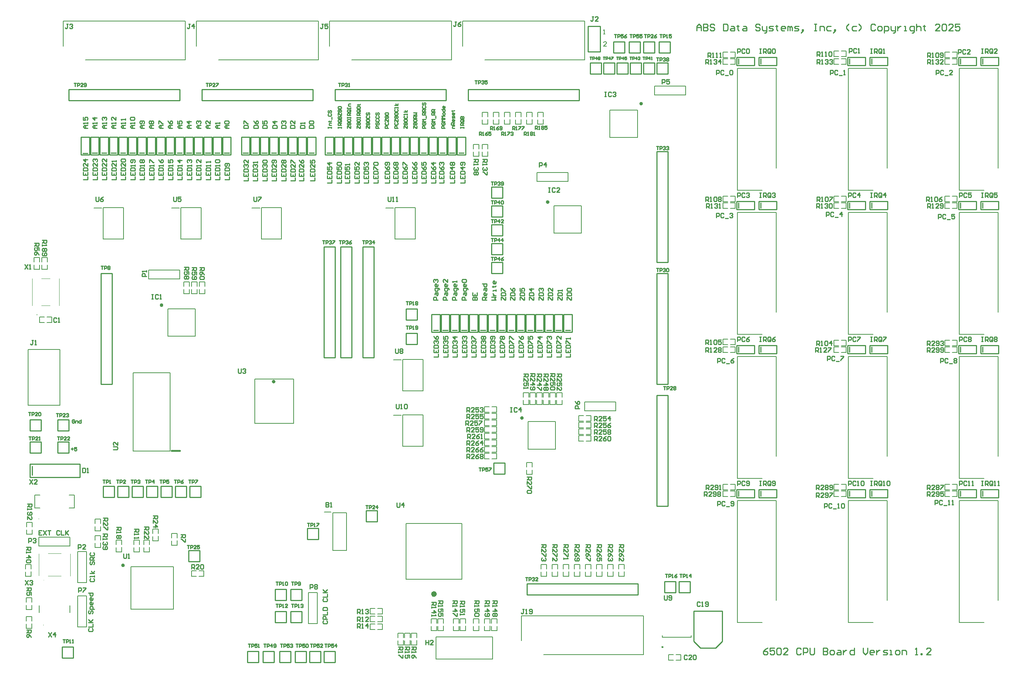
<source format=gto>
G04*
G04 #@! TF.GenerationSoftware,Altium Limited,Altium Designer,22.3.1 (43)*
G04*
G04 Layer_Color=65535*
%FSLAX25Y25*%
%MOIN*%
G70*
G04*
G04 #@! TF.SameCoordinates,A87CA661-C890-46F0-A320-74F5598AF3CC*
G04*
G04*
G04 #@! TF.FilePolarity,Positive*
G04*
G01*
G75*
%ADD10C,0.00394*%
%ADD11C,0.01575*%
%ADD12C,0.02500*%
%ADD13C,0.00984*%
%ADD14C,0.00787*%
%ADD15C,0.00282*%
%ADD16C,0.01000*%
%ADD17C,0.00500*%
%ADD18C,0.01500*%
%ADD19C,0.00800*%
D10*
X22000Y47433D02*
G03*
X22000Y47827I0J197D01*
G01*
D02*
G03*
X22000Y47433I0J-197D01*
G01*
X22158Y88221D02*
G03*
X22551Y88221I197J0D01*
G01*
D02*
G03*
X22158Y88221I-197J0D01*
G01*
X11795Y335795D02*
Y360205D01*
Y335795D02*
Y360205D01*
X36205Y335795D02*
Y360205D01*
Y335795D02*
Y360205D01*
X20063Y335795D02*
X27937D01*
X20063D02*
X27937D01*
X20063Y360205D02*
X27937D01*
X20063D02*
X27937D01*
X46173Y91764D02*
Y111843D01*
X17827Y92157D02*
Y111843D01*
X26094Y112236D02*
X37906D01*
X26094Y91764D02*
X37906D01*
D11*
X129224Y336248D02*
G03*
X129224Y336248I-787J0D01*
G01*
X477276Y429248D02*
G03*
X477276Y429248I-787J0D01*
G01*
X561535Y518012D02*
G03*
X561535Y518012I-787J0D01*
G01*
X454051Y234433D02*
G03*
X454051Y234433I-787J0D01*
G01*
X230287Y267200D02*
G03*
X230287Y267200I-787J0D01*
G01*
X94508Y101472D02*
G03*
X94508Y101472I-787J0D01*
G01*
D12*
X375250Y75577D02*
G03*
X375250Y75577I-1250J0D01*
G01*
D13*
X580480Y27768D02*
G03*
X580480Y27768I-492J0D01*
G01*
D14*
X16126Y327410D02*
G03*
X16126Y327803I0J197D01*
G01*
D02*
G03*
X16126Y327410I0J-197D01*
G01*
D02*
G03*
X16126Y327803I0J197D01*
G01*
X40000Y570000D02*
Y592500D01*
X150000D01*
Y557500D02*
Y592500D01*
X60000Y557500D02*
X150000D01*
X160000Y570000D02*
Y592500D01*
X270000D01*
Y557500D02*
Y592500D01*
X180000Y557500D02*
X270000D01*
X280000Y570000D02*
Y592500D01*
X390000D01*
Y557500D02*
Y592500D01*
X300000Y557500D02*
X390000D01*
X400000Y570000D02*
Y592500D01*
X510000D01*
Y557500D02*
Y592500D01*
X420000Y557500D02*
X510000D01*
X647500Y440000D02*
X670000D01*
X647500D02*
Y550000D01*
X682500D01*
Y460000D02*
Y550000D01*
X647500Y310000D02*
X670000D01*
X647500D02*
Y420000D01*
X682500D01*
Y330000D02*
Y420000D01*
X647500Y180000D02*
X670000D01*
X647500D02*
Y290000D01*
X682500D01*
Y200000D02*
Y290000D01*
X647500Y50000D02*
X670000D01*
X647500D02*
Y160000D01*
X682500D01*
Y70000D02*
Y160000D01*
X747500Y440000D02*
X770000D01*
X747500D02*
Y550000D01*
X782500D01*
Y460000D02*
Y550000D01*
X747500Y310000D02*
X770000D01*
X747500D02*
Y420000D01*
X782500D01*
Y330000D02*
Y420000D01*
X747500Y180000D02*
X770000D01*
X747500D02*
Y290000D01*
X782500D01*
Y200000D02*
Y290000D01*
X747500Y50000D02*
X770000D01*
X747500D02*
Y160000D01*
X782500D01*
Y70000D02*
Y160000D01*
X847500Y440000D02*
X870000D01*
X847500D02*
Y550000D01*
X882500D01*
Y460000D02*
Y550000D01*
X847500Y310000D02*
X870000D01*
X847500D02*
Y420000D01*
X882500D01*
Y330000D02*
Y420000D01*
X847500Y180000D02*
X870000D01*
X847500D02*
Y290000D01*
X882500D01*
Y200000D02*
Y290000D01*
X847500Y50000D02*
X870000D01*
X847500D02*
Y160000D01*
X882500D01*
Y70000D02*
Y160000D01*
X453000Y33500D02*
Y56000D01*
X563000D01*
Y21000D02*
Y56000D01*
X473000Y21000D02*
X563000D01*
X145000Y360000D02*
Y368000D01*
X117000Y360000D02*
X145000D01*
X117000Y368000D02*
X145000D01*
X117000Y360000D02*
Y368000D01*
X53000Y86000D02*
X61000D01*
X53000D02*
Y114000D01*
X61000Y86000D02*
Y114000D01*
X53000D02*
X61000D01*
X467000Y448000D02*
Y456000D01*
X495000D01*
X467000Y448000D02*
X495000D01*
Y456000D01*
X601000Y526000D02*
Y534000D01*
X573000Y526000D02*
X601000D01*
X573000Y534000D02*
X601000D01*
X573000Y526000D02*
Y534000D01*
X510000Y241000D02*
Y249000D01*
X538000D01*
X510000Y241000D02*
X538000D01*
Y249000D01*
X18000Y119000D02*
Y127000D01*
X46000D01*
X18000Y119000D02*
X46000D01*
Y127000D01*
X53000Y74000D02*
X61000D01*
Y46000D02*
Y74000D01*
X53000Y46000D02*
Y74000D01*
Y46000D02*
X61000D01*
X261000Y49000D02*
X269000D01*
X261000D02*
Y77000D01*
X269000Y49000D02*
Y77000D01*
X261000D02*
X269000D01*
X8189Y245764D02*
Y296236D01*
X36732D01*
Y245764D02*
Y296236D01*
X8189Y245764D02*
X36732D01*
X18221Y58850D02*
Y65150D01*
X45779Y58850D02*
Y65150D01*
X134047Y332902D02*
X158850D01*
Y308098D02*
Y332902D01*
X134047Y308098D02*
X158850D01*
X134047D02*
Y332902D01*
X482098Y425902D02*
X506902D01*
Y401098D02*
Y425902D01*
X482098Y401098D02*
X506902D01*
X482098D02*
Y425902D01*
X557402Y487598D02*
Y512402D01*
X532598Y487598D02*
X557402D01*
X532598D02*
Y512402D01*
X557402D01*
X458874Y231087D02*
X483677D01*
Y206283D02*
Y231087D01*
X458874Y206283D02*
X483677D01*
X458874D02*
Y231087D01*
X212500Y269700D02*
X247500D01*
Y229700D02*
Y269700D01*
X212500Y229700D02*
X247500D01*
X212500D02*
Y269700D01*
X102687Y204701D02*
X136151D01*
X102687D02*
Y275299D01*
X136151D01*
Y204701D02*
Y275299D01*
X100807Y61807D02*
Y100193D01*
Y61807D02*
X139193D01*
Y100193D01*
X100807D02*
X139193D01*
X282701Y149028D02*
X295299D01*
Y114972D02*
Y149028D01*
X282701Y114972D02*
X295299D01*
X282701D02*
Y149028D01*
X275319Y149657D02*
X281323D01*
X376000Y17000D02*
X427000D01*
X376000Y37000D02*
X427000D01*
Y17000D02*
Y37000D01*
X376000Y17000D02*
Y37000D01*
X348878Y88878D02*
X399122D01*
X348878D02*
Y139122D01*
X399122D01*
Y88878D02*
Y139122D01*
X580008Y36626D02*
X605992D01*
Y38201D01*
X580008Y36626D02*
Y38201D01*
X330480Y423780D02*
X337567D01*
X338945Y395827D02*
Y424173D01*
Y395827D02*
X357055D01*
Y424173D01*
X338945D02*
X357055D01*
X14284Y153095D02*
X18917D01*
X45083D02*
X49716D01*
X14284Y164906D02*
X18917D01*
X45083D02*
X49716D01*
Y153095D02*
Y164906D01*
X14284Y153095D02*
Y164906D01*
X209980Y423780D02*
X217067D01*
X218445Y395827D02*
Y424173D01*
Y395827D02*
X236555D01*
Y424173D01*
X218445D02*
X236555D01*
X345945Y237173D02*
X364055D01*
Y208827D02*
Y237173D01*
X345945Y208827D02*
X364055D01*
X345945D02*
Y237173D01*
X337480Y236780D02*
X344567D01*
X75945Y424173D02*
X94055D01*
Y395827D02*
Y424173D01*
X75945Y395827D02*
X94055D01*
X75945D02*
Y424173D01*
X67480Y423780D02*
X74567D01*
X345945Y287173D02*
X364055D01*
Y258827D02*
Y287173D01*
X345945Y258827D02*
X364055D01*
X345945D02*
Y287173D01*
X337480Y286780D02*
X344567D01*
X145945Y424173D02*
X164055D01*
Y395827D02*
Y424173D01*
X145945Y395827D02*
X164055D01*
X145945D02*
Y424173D01*
X137480Y423780D02*
X144567D01*
D15*
X18055Y143378D02*
G03*
X17772Y143378I-142J0D01*
G01*
D02*
G03*
X18055Y143378I142J0D01*
G01*
D16*
X438000Y184000D02*
Y194000D01*
X428000Y184000D02*
X438000D01*
X428000D02*
Y194000D01*
X438000D01*
X436000Y184000D02*
X438000D01*
X587000Y564000D02*
Y574000D01*
X577000Y564000D02*
X587000D01*
X577000D02*
Y574000D01*
X587000D01*
X585000Y564000D02*
X587000D01*
X573000D02*
Y574000D01*
X563000Y564000D02*
X573000D01*
X563000D02*
Y574000D01*
X573000D01*
X571000Y564000D02*
X573000D01*
X560000D02*
Y574000D01*
X550000Y564000D02*
X560000D01*
X550000D02*
Y574000D01*
X560000D01*
X558000Y564000D02*
X560000D01*
X546000D02*
Y574000D01*
X536000Y564000D02*
X546000D01*
X536000D02*
Y574000D01*
X546000D01*
X544000Y564000D02*
X546000D01*
X163000Y105000D02*
Y115000D01*
X153000Y105000D02*
X163000D01*
X153000D02*
Y115000D01*
X163000D01*
X161000Y105000D02*
X163000D01*
X323000Y141000D02*
Y151000D01*
X313000Y141000D02*
X323000D01*
X313000D02*
Y151000D01*
X323000D01*
X321000Y141000D02*
X323000D01*
X270000Y125000D02*
Y135000D01*
X260000Y125000D02*
X270000D01*
X260000D02*
Y135000D01*
X270000D01*
X268000Y125000D02*
X270000D01*
X239000Y70000D02*
X241000D01*
X231000Y80000D02*
X241000D01*
X231000Y70000D02*
Y80000D01*
Y70000D02*
X241000D01*
Y80000D01*
X605000Y77000D02*
Y87000D01*
X595000Y77000D02*
X605000D01*
X595000D02*
Y87000D01*
X605000D01*
X603000Y77000D02*
X605000D01*
X592000D02*
Y87000D01*
X582000Y77000D02*
X592000D01*
X582000D02*
Y87000D01*
X592000D01*
X590000Y77000D02*
X592000D01*
X255000Y70000D02*
Y80000D01*
X245000Y70000D02*
X255000D01*
X245000D02*
Y80000D01*
X255000D01*
X253000Y70000D02*
X255000D01*
Y50000D02*
Y60000D01*
X245000Y50000D02*
X255000D01*
X245000D02*
Y60000D01*
X255000D01*
X253000Y50000D02*
X255000D01*
X241000D02*
Y60000D01*
X231000Y50000D02*
X241000D01*
X231000D02*
Y60000D01*
X241000D01*
X239000Y50000D02*
X241000D01*
X49000Y18000D02*
Y28000D01*
X39000Y18000D02*
X49000D01*
X39000D02*
Y28000D01*
X49000D01*
X47000Y18000D02*
X49000D01*
X230000Y14000D02*
Y24000D01*
X220000Y14000D02*
X230000D01*
X220000D02*
Y24000D01*
X230000D01*
X228000Y14000D02*
X230000D01*
X259000D02*
Y24000D01*
X249000Y14000D02*
X259000D01*
X249000D02*
Y24000D01*
X259000D01*
X257000Y14000D02*
X259000D01*
X216000D02*
Y24000D01*
X206000Y14000D02*
X216000D01*
X206000D02*
Y24000D01*
X216000D01*
X214000Y14000D02*
X216000D01*
X272000D02*
Y24000D01*
X262000Y14000D02*
X272000D01*
X262000D02*
Y24000D01*
X272000D01*
X270000Y14000D02*
X272000D01*
X285000D02*
Y24000D01*
X275000Y14000D02*
X285000D01*
X275000D02*
Y24000D01*
X285000D01*
X283000Y14000D02*
X285000D01*
X245000D02*
Y24000D01*
X235000Y14000D02*
X245000D01*
X235000D02*
Y24000D01*
X245000D01*
X243000Y14000D02*
X245000D01*
X64500Y472000D02*
Y488000D01*
X72000D01*
Y472000D02*
Y488000D01*
X64500Y472000D02*
X72000D01*
X66000Y473500D02*
X70500D01*
X100000D02*
X104500D01*
X98500Y472000D02*
X106000D01*
Y488000D01*
X98500D02*
X106000D01*
X98500Y472000D02*
Y488000D01*
X630800Y60150D02*
X633900D01*
X627400D02*
X630800D01*
X633900Y32750D02*
Y60150D01*
X628011Y26861D02*
X633900Y32750D01*
X614133Y26861D02*
X628011D01*
X608100Y32894D02*
X614133Y26861D01*
X608100Y32894D02*
Y60150D01*
X627389D01*
X513000Y588000D02*
X524000D01*
Y565000D02*
Y588000D01*
X513000Y565000D02*
X524000D01*
X513000D02*
Y588000D01*
X275000Y338000D02*
Y389000D01*
X285000D01*
Y289000D02*
Y389000D01*
X275000Y289000D02*
X285000D01*
X275000D02*
Y339000D01*
X10000Y181000D02*
Y182000D01*
Y188000D02*
Y193000D01*
Y182000D02*
Y188000D01*
Y193000D02*
X55000D01*
Y181000D02*
Y193000D01*
X12000Y183000D02*
Y191000D01*
X10000Y181000D02*
X49000D01*
X55000D01*
X43000Y223000D02*
X45000D01*
X35000Y233000D02*
X45000D01*
X35000Y223000D02*
Y233000D01*
Y223000D02*
X45000D01*
Y233000D01*
X386500Y472000D02*
Y488000D01*
X394000D01*
Y472000D02*
Y488000D01*
X386500Y472000D02*
X394000D01*
X388000Y473500D02*
X392500D01*
X426000Y416000D02*
X436000D01*
X426000D02*
Y426000D01*
X436000D01*
Y416000D02*
Y426000D01*
X426000Y416000D02*
Y418000D01*
X74000Y265000D02*
Y315000D01*
Y265000D02*
X84000D01*
Y365000D01*
X74000D02*
X84000D01*
X74000Y314000D02*
Y365000D01*
X868500Y164000D02*
Y168500D01*
X867000Y162500D02*
Y170000D01*
Y162500D02*
X883000D01*
Y170000D01*
X867000D02*
X883000D01*
X668500Y164000D02*
Y168500D01*
X667000Y162500D02*
Y170000D01*
Y162500D02*
X683000D01*
Y170000D01*
X667000D02*
X683000D01*
X748500Y164000D02*
Y168500D01*
X747000Y162500D02*
Y170000D01*
Y162500D02*
X763000D01*
Y170000D01*
X747000D02*
X763000D01*
X848500Y164000D02*
Y168500D01*
X847000Y162500D02*
Y170000D01*
Y162500D02*
X863000D01*
Y170000D01*
X847000D02*
X863000D01*
X648500Y424000D02*
Y428500D01*
X647000Y422500D02*
Y430000D01*
Y422500D02*
X663000D01*
Y430000D01*
X647000D02*
X663000D01*
X748500Y424000D02*
Y428500D01*
X747000Y422500D02*
Y430000D01*
Y422500D02*
X763000D01*
Y430000D01*
X747000D02*
X763000D01*
X183500Y472000D02*
Y488000D01*
X191000D01*
Y472000D02*
Y488000D01*
X183500Y472000D02*
X191000D01*
X185000Y473500D02*
X189500D01*
X372000Y312000D02*
Y328000D01*
X379500D01*
Y312000D02*
Y328000D01*
X372000Y312000D02*
X379500D01*
X373500Y313500D02*
X378000D01*
X426000Y433000D02*
Y435000D01*
X436000Y433000D02*
Y443000D01*
X426000D02*
X436000D01*
X426000Y433000D02*
Y443000D01*
Y433000D02*
X436000D01*
X583000Y545000D02*
X585000D01*
X575000Y555000D02*
X585000D01*
X575000Y545000D02*
Y555000D01*
Y545000D02*
X585000D01*
Y555000D01*
X290000Y289000D02*
Y339000D01*
Y289000D02*
X300000D01*
Y389000D01*
X290000D02*
X300000D01*
X290000Y338000D02*
Y389000D01*
X455000Y521000D02*
X505000D01*
Y531000D01*
X405000D02*
X505000D01*
X405000Y521000D02*
Y531000D01*
Y521000D02*
X456000D01*
X310000Y289000D02*
Y339000D01*
Y289000D02*
X320000D01*
Y389000D01*
X310000D02*
X320000D01*
X310000Y338000D02*
Y389000D01*
X585000Y425000D02*
Y475000D01*
X575000D02*
X585000D01*
X575000Y375000D02*
Y475000D01*
Y375000D02*
X585000D01*
Y426000D01*
X458000Y85000D02*
X508000D01*
X458000Y75000D02*
Y85000D01*
Y75000D02*
X558000D01*
Y85000D01*
X507000D02*
X558000D01*
X335000Y521000D02*
X385000D01*
Y531000D01*
X285000D02*
X385000D01*
X285000Y521000D02*
Y531000D01*
Y521000D02*
X336000D01*
X585000Y315000D02*
Y365000D01*
X575000D02*
X585000D01*
X575000Y265000D02*
Y365000D01*
Y265000D02*
X585000D01*
Y316000D01*
X45000Y531000D02*
X95000D01*
X45000Y521000D02*
Y531000D01*
Y521000D02*
X145000D01*
Y531000D01*
X94000D02*
X145000D01*
X585000Y205000D02*
Y255000D01*
X575000D02*
X585000D01*
X575000Y155000D02*
Y255000D01*
Y155000D02*
X585000D01*
Y206000D01*
X165000Y531000D02*
X215000D01*
X165000Y521000D02*
Y531000D01*
Y521000D02*
X265000D01*
Y531000D01*
X214000D02*
X265000D01*
X45000Y203000D02*
Y213000D01*
X35000Y203000D02*
X45000D01*
X35000D02*
Y213000D01*
X45000D01*
X43000Y203000D02*
X45000D01*
X18000D02*
X20000D01*
X10000Y213000D02*
X20000D01*
X10000Y203000D02*
Y213000D01*
Y203000D02*
X20000D01*
Y213000D01*
X18000Y223000D02*
X20000D01*
X10000Y233000D02*
X20000D01*
X10000Y223000D02*
Y233000D01*
Y223000D02*
X20000D01*
Y233000D01*
X357000Y301000D02*
X359000D01*
X349000Y311000D02*
X359000D01*
X349000Y301000D02*
Y311000D01*
Y301000D02*
X359000D01*
Y311000D01*
X357000Y323000D02*
X359000D01*
X349000Y333000D02*
X359000D01*
X349000Y323000D02*
Y333000D01*
Y323000D02*
X359000D01*
Y333000D01*
X162000Y163000D02*
X164000D01*
X154000Y173000D02*
X164000D01*
X154000Y163000D02*
Y173000D01*
Y163000D02*
X164000D01*
Y173000D01*
X84000Y163000D02*
X86000D01*
X76000Y173000D02*
X86000D01*
X76000Y163000D02*
Y173000D01*
Y163000D02*
X86000D01*
Y173000D01*
X136000Y163000D02*
X138000D01*
X128000Y173000D02*
X138000D01*
X128000Y163000D02*
Y173000D01*
Y163000D02*
X138000D01*
Y173000D01*
X97000Y163000D02*
X99000D01*
X89000Y173000D02*
X99000D01*
X89000Y163000D02*
Y173000D01*
Y163000D02*
X99000D01*
Y173000D01*
X149000Y163000D02*
X151000D01*
X141000Y173000D02*
X151000D01*
X141000Y163000D02*
Y173000D01*
Y163000D02*
X151000D01*
Y173000D01*
X123000Y163000D02*
X125000D01*
X115000Y173000D02*
X125000D01*
X115000Y163000D02*
Y173000D01*
Y163000D02*
X125000D01*
Y173000D01*
X110000Y163000D02*
X112000D01*
X102000Y173000D02*
X112000D01*
X102000Y163000D02*
Y173000D01*
Y163000D02*
X112000D01*
Y173000D01*
X426000Y382000D02*
Y384000D01*
X436000Y382000D02*
Y392000D01*
X426000D02*
X436000D01*
X426000Y382000D02*
Y392000D01*
Y382000D02*
X436000D01*
X571000Y545000D02*
X573000D01*
X563000Y555000D02*
X573000D01*
X563000Y545000D02*
Y555000D01*
Y545000D02*
X573000D01*
Y555000D01*
X847000Y430000D02*
X863000D01*
Y422500D02*
Y430000D01*
X847000Y422500D02*
X863000D01*
X847000D02*
Y430000D01*
X848500Y424000D02*
Y428500D01*
X648500Y294000D02*
Y298500D01*
X647000Y292500D02*
Y300000D01*
Y292500D02*
X663000D01*
Y300000D01*
X647000D02*
X663000D01*
X748500Y294000D02*
Y298500D01*
X747000Y292500D02*
Y300000D01*
Y292500D02*
X763000D01*
Y300000D01*
X747000D02*
X763000D01*
X848500Y554000D02*
Y558500D01*
X847000Y552500D02*
Y560000D01*
Y552500D02*
X863000D01*
Y560000D01*
X847000D02*
X863000D01*
X748500Y554000D02*
Y558500D01*
X747000Y552500D02*
Y560000D01*
Y552500D02*
X763000D01*
Y560000D01*
X747000D02*
X763000D01*
X134000Y473500D02*
X138500D01*
X132500Y472000D02*
X140000D01*
Y488000D01*
X132500D02*
X140000D01*
X132500Y472000D02*
Y488000D01*
X767000Y300000D02*
X783000D01*
Y292500D02*
Y300000D01*
X767000Y292500D02*
X783000D01*
X767000D02*
Y300000D01*
X768500Y294000D02*
Y298500D01*
X117000Y473500D02*
X121500D01*
X115500Y472000D02*
X123000D01*
Y488000D01*
X115500D02*
X123000D01*
X115500Y472000D02*
Y488000D01*
X667000Y560000D02*
X683000D01*
Y552500D02*
Y560000D01*
X667000Y552500D02*
X683000D01*
X667000D02*
Y560000D01*
X668500Y554000D02*
Y558500D01*
X667000Y430000D02*
X683000D01*
Y422500D02*
Y430000D01*
X667000Y422500D02*
X683000D01*
X667000D02*
Y430000D01*
X668500Y424000D02*
Y428500D01*
X142500Y473500D02*
X147000D01*
X141000Y472000D02*
X148500D01*
Y488000D01*
X141000D02*
X148500D01*
X141000Y472000D02*
Y488000D01*
X667000Y300000D02*
X683000D01*
Y292500D02*
Y300000D01*
X667000Y292500D02*
X683000D01*
X667000D02*
Y300000D01*
X668500Y294000D02*
Y298500D01*
X108500Y473500D02*
X113000D01*
X107000Y472000D02*
X114500D01*
Y488000D01*
X107000D02*
X114500D01*
X107000Y472000D02*
Y488000D01*
X151000Y473500D02*
X155500D01*
X149500Y472000D02*
X157000D01*
Y488000D01*
X149500D02*
X157000D01*
X149500Y472000D02*
Y488000D01*
X767000Y560000D02*
X783000D01*
Y552500D02*
Y560000D01*
X767000Y552500D02*
X783000D01*
X767000D02*
Y560000D01*
X768500Y554000D02*
Y558500D01*
X159500Y473500D02*
X164000D01*
X158000Y472000D02*
X165500D01*
Y488000D01*
X158000D02*
X165500D01*
X158000Y472000D02*
Y488000D01*
X125500Y473500D02*
X130000D01*
X124000Y472000D02*
X131500D01*
Y488000D01*
X124000D02*
X131500D01*
X124000Y472000D02*
Y488000D01*
X867000Y430000D02*
X883000D01*
Y422500D02*
Y430000D01*
X867000Y422500D02*
X883000D01*
X867000D02*
Y430000D01*
X868500Y424000D02*
Y428500D01*
X768500Y424000D02*
Y428500D01*
X767000Y422500D02*
Y430000D01*
Y422500D02*
X783000D01*
Y430000D01*
X767000D02*
X783000D01*
X867000Y560000D02*
X883000D01*
Y552500D02*
Y560000D01*
X867000Y552500D02*
X883000D01*
X867000D02*
Y560000D01*
X868500Y554000D02*
Y558500D01*
X168000Y473500D02*
X172500D01*
X166500Y472000D02*
X174000D01*
Y488000D01*
X166500D02*
X174000D01*
X166500Y472000D02*
Y488000D01*
X176500Y473500D02*
X181000D01*
X175000Y472000D02*
X182500D01*
Y488000D01*
X175000D02*
X182500D01*
X175000Y472000D02*
Y488000D01*
X647000Y170000D02*
X663000D01*
Y162500D02*
Y170000D01*
X647000Y162500D02*
X663000D01*
X647000D02*
Y170000D01*
X648500Y164000D02*
Y168500D01*
X492500Y313500D02*
X497000D01*
X491000Y312000D02*
X498500D01*
Y328000D01*
X491000D02*
X498500D01*
X491000Y312000D02*
Y328000D01*
X294500Y473500D02*
X299000D01*
X293000Y472000D02*
X300500D01*
Y488000D01*
X293000D02*
X300500D01*
X293000Y472000D02*
Y488000D01*
X767000Y170000D02*
X783000D01*
Y162500D02*
Y170000D01*
X767000Y162500D02*
X783000D01*
X767000D02*
Y170000D01*
X768500Y164000D02*
Y168500D01*
X337000Y473500D02*
X341500D01*
X335500Y472000D02*
X343000D01*
Y488000D01*
X335500D02*
X343000D01*
X335500Y472000D02*
Y488000D01*
X277500Y473500D02*
X282000D01*
X276000Y472000D02*
X283500D01*
Y488000D01*
X276000D02*
X283500D01*
X276000Y472000D02*
Y488000D01*
X311500Y473500D02*
X316000D01*
X310000Y472000D02*
X317500D01*
Y488000D01*
X310000D02*
X317500D01*
X310000Y472000D02*
Y488000D01*
X867000Y300000D02*
X883000D01*
Y292500D02*
Y300000D01*
X867000Y292500D02*
X883000D01*
X867000D02*
Y300000D01*
X868500Y294000D02*
Y298500D01*
X379500Y473500D02*
X384000D01*
X378000Y472000D02*
X385500D01*
Y488000D01*
X378000D02*
X385500D01*
X378000Y472000D02*
Y488000D01*
X320000Y473500D02*
X324500D01*
X318500Y472000D02*
X326000D01*
Y488000D01*
X318500D02*
X326000D01*
X318500Y472000D02*
Y488000D01*
X484000Y313500D02*
X488500D01*
X482500Y312000D02*
X490000D01*
Y328000D01*
X482500D02*
X490000D01*
X482500Y312000D02*
Y328000D01*
X475500Y313500D02*
X480000D01*
X474000Y312000D02*
X481500D01*
Y328000D01*
X474000D02*
X481500D01*
X474000Y312000D02*
Y328000D01*
X328500Y473500D02*
X333000D01*
X327000Y472000D02*
X334500D01*
Y488000D01*
X327000D02*
X334500D01*
X327000Y472000D02*
Y488000D01*
X371000Y473500D02*
X375500D01*
X369500Y472000D02*
X377000D01*
Y488000D01*
X369500D02*
X377000D01*
X369500Y472000D02*
Y488000D01*
X354000Y473500D02*
X358500D01*
X352500Y472000D02*
X360000D01*
Y488000D01*
X352500D02*
X360000D01*
X352500Y472000D02*
Y488000D01*
X362500Y473500D02*
X367000D01*
X361000Y472000D02*
X368500D01*
Y488000D01*
X361000D02*
X368500D01*
X361000Y472000D02*
Y488000D01*
X303000Y473500D02*
X307500D01*
X301500Y472000D02*
X309000D01*
Y488000D01*
X301500D02*
X309000D01*
X301500Y472000D02*
Y488000D01*
X286000Y473500D02*
X290500D01*
X284500Y472000D02*
X292000D01*
Y488000D01*
X284500D02*
X292000D01*
X284500Y472000D02*
Y488000D01*
X396500Y473500D02*
X401000D01*
X395000Y472000D02*
X402500D01*
Y488000D01*
X395000D02*
X402500D01*
X395000Y472000D02*
Y488000D01*
X345500Y473500D02*
X350000D01*
X344000Y472000D02*
X351500D01*
Y488000D01*
X344000D02*
X351500D01*
X344000Y472000D02*
Y488000D01*
X647000Y560000D02*
X663000D01*
Y552500D02*
Y560000D01*
X647000Y552500D02*
X663000D01*
X647000D02*
Y560000D01*
X648500Y554000D02*
Y558500D01*
X847000Y300000D02*
X863000D01*
Y292500D02*
Y300000D01*
X847000Y292500D02*
X863000D01*
X847000D02*
Y300000D01*
X848500Y294000D02*
Y298500D01*
X202000Y473500D02*
X206500D01*
X200500Y472000D02*
X208000D01*
Y488000D01*
X200500D02*
X208000D01*
X200500Y472000D02*
Y488000D01*
X236000Y473500D02*
X240500D01*
X234500Y472000D02*
X242000D01*
Y488000D01*
X234500D02*
X242000D01*
X234500Y472000D02*
Y488000D01*
X390500Y313500D02*
X395000D01*
X389000Y312000D02*
X396500D01*
Y328000D01*
X389000D02*
X396500D01*
X389000Y312000D02*
Y328000D01*
X397500Y312000D02*
Y328000D01*
X405000D01*
Y312000D02*
Y328000D01*
X397500Y312000D02*
X405000D01*
X399000Y313500D02*
X403500D01*
X382000D02*
X386500D01*
X380500Y312000D02*
X388000D01*
Y328000D01*
X380500D02*
X388000D01*
X380500Y312000D02*
Y328000D01*
X227500Y473500D02*
X232000D01*
X226000Y472000D02*
X233500D01*
Y488000D01*
X226000D02*
X233500D01*
X226000Y472000D02*
Y488000D01*
X210500Y473500D02*
X215000D01*
X209000Y472000D02*
X216500D01*
Y488000D01*
X209000D02*
X216500D01*
X209000Y472000D02*
Y488000D01*
X424500Y313500D02*
X429000D01*
X423000Y312000D02*
X430500D01*
Y328000D01*
X423000D02*
X430500D01*
X423000Y312000D02*
Y328000D01*
X219000Y473500D02*
X223500D01*
X217500Y472000D02*
X225000D01*
Y488000D01*
X217500D02*
X225000D01*
X217500Y472000D02*
Y488000D01*
X416000Y313500D02*
X420500D01*
X414500Y312000D02*
X422000D01*
Y328000D01*
X414500D02*
X422000D01*
X414500Y312000D02*
Y328000D01*
X407500Y313500D02*
X412000D01*
X406000Y312000D02*
X413500D01*
Y328000D01*
X406000D02*
X413500D01*
X406000Y312000D02*
Y328000D01*
X57500Y473350D02*
X62000D01*
X56000Y471850D02*
X63500D01*
Y487850D01*
X56000D02*
X63500D01*
X56000Y471850D02*
Y487850D01*
X261500Y473500D02*
X266000D01*
X260000Y472000D02*
X267500D01*
Y488000D01*
X260000D02*
X267500D01*
X260000Y472000D02*
Y488000D01*
X91500Y473500D02*
X96000D01*
X90000Y472000D02*
X97500D01*
Y488000D01*
X90000D02*
X97500D01*
X90000Y472000D02*
Y488000D01*
X83000Y473500D02*
X87500D01*
X81500Y472000D02*
X89000D01*
Y488000D01*
X81500D02*
X89000D01*
X81500Y472000D02*
Y488000D01*
X74500Y473500D02*
X79000D01*
X73000Y472000D02*
X80500D01*
Y488000D01*
X73000D02*
X80500D01*
X73000Y472000D02*
Y488000D01*
X441500Y313500D02*
X446000D01*
X440000Y312000D02*
X447500D01*
Y328000D01*
X440000D02*
X447500D01*
X440000Y312000D02*
Y328000D01*
X467000Y313500D02*
X471500D01*
X465500Y312000D02*
X473000D01*
Y328000D01*
X465500D02*
X473000D01*
X465500Y312000D02*
Y328000D01*
X458500Y313500D02*
X463000D01*
X457000Y312000D02*
X464500D01*
Y328000D01*
X457000D02*
X464500D01*
X457000Y312000D02*
Y328000D01*
X450000Y313500D02*
X454500D01*
X448500Y312000D02*
X456000D01*
Y328000D01*
X448500D02*
X456000D01*
X448500Y312000D02*
Y328000D01*
X433000Y313500D02*
X437500D01*
X431500Y312000D02*
X439000D01*
Y328000D01*
X431500D02*
X439000D01*
X431500Y312000D02*
Y328000D01*
X426000Y399000D02*
Y401000D01*
X436000Y399000D02*
Y409000D01*
X426000D02*
X436000D01*
X426000Y399000D02*
Y409000D01*
Y399000D02*
X436000D01*
X559000Y545000D02*
X561000D01*
X551000Y555000D02*
X561000D01*
X551000Y545000D02*
Y555000D01*
Y545000D02*
X561000D01*
Y555000D01*
X547000Y545000D02*
X549000D01*
X539000Y555000D02*
X549000D01*
X539000Y545000D02*
Y555000D01*
Y545000D02*
X549000D01*
Y555000D01*
X523000Y545000D02*
X525000D01*
X515000Y555000D02*
X525000D01*
X515000Y545000D02*
Y555000D01*
Y545000D02*
X525000D01*
Y555000D01*
X426000Y365000D02*
Y367000D01*
X436000Y365000D02*
Y375000D01*
X426000D02*
X436000D01*
X426000Y365000D02*
Y375000D01*
Y365000D02*
X436000D01*
X535000Y545000D02*
X537000D01*
X527000Y555000D02*
X537000D01*
X527000Y545000D02*
Y555000D01*
Y545000D02*
X537000D01*
Y555000D01*
X253000Y473500D02*
X257500D01*
X251500Y472000D02*
X259000D01*
Y488000D01*
X251500D02*
X259000D01*
X251500Y472000D02*
Y488000D01*
X244500Y473500D02*
X249000D01*
X243000Y472000D02*
X250500D01*
Y488000D01*
X243000D02*
X250500D01*
X243000Y472000D02*
Y488000D01*
X414502Y189499D02*
X416501D01*
X415501D01*
Y186501D01*
X417501D02*
Y189499D01*
X419000D01*
X419500Y189000D01*
Y188000D01*
X419000Y187500D01*
X417501D01*
X422499Y189499D02*
X420500D01*
Y188000D01*
X421499Y188500D01*
X421999D01*
X422499Y188000D01*
Y187000D01*
X421999Y186501D01*
X421000D01*
X420500Y187000D01*
X423499Y189499D02*
X425498D01*
Y189000D01*
X423499Y187000D01*
Y186501D01*
X577500Y580499D02*
X579499D01*
X578500D01*
Y577500D01*
X580499D02*
Y580499D01*
X581998D01*
X582498Y579999D01*
Y579000D01*
X581998Y578500D01*
X580499D01*
X583498Y577500D02*
X584498D01*
X583998D01*
Y580499D01*
X583498Y579999D01*
X587997Y580499D02*
X585997D01*
Y579000D01*
X586997Y579499D01*
X587497D01*
X587997Y579000D01*
Y578000D01*
X587497Y577500D01*
X586497D01*
X585997Y578000D01*
X563500Y580499D02*
X565499D01*
X564500D01*
Y577500D01*
X566499D02*
Y580499D01*
X567999D01*
X568498Y579999D01*
Y579000D01*
X567999Y578500D01*
X566499D01*
X571497Y577500D02*
X569498D01*
X571497Y579499D01*
Y579999D01*
X570998Y580499D01*
X569998D01*
X569498Y579999D01*
X574496Y580499D02*
X573497Y579999D01*
X572497Y579000D01*
Y578000D01*
X572997Y577500D01*
X573997D01*
X574496Y578000D01*
Y578500D01*
X573997Y579000D01*
X572497D01*
X550500Y580499D02*
X552499D01*
X551500D01*
Y577500D01*
X553499D02*
Y580499D01*
X554998D01*
X555498Y579999D01*
Y579000D01*
X554998Y578500D01*
X553499D01*
X558497Y580499D02*
X556498D01*
Y579000D01*
X557498Y579499D01*
X557998D01*
X558497Y579000D01*
Y578000D01*
X557998Y577500D01*
X556998D01*
X556498Y578000D01*
X561496Y580499D02*
X559497D01*
Y579000D01*
X560497Y579499D01*
X560997D01*
X561496Y579000D01*
Y578000D01*
X560997Y577500D01*
X559997D01*
X559497Y578000D01*
X536500Y580499D02*
X538499D01*
X537500D01*
Y577500D01*
X539499D02*
Y580499D01*
X540999D01*
X541498Y579999D01*
Y579000D01*
X540999Y578500D01*
X539499D01*
X544497Y580499D02*
X542498D01*
Y579000D01*
X543498Y579499D01*
X543998D01*
X544497Y579000D01*
Y578000D01*
X543998Y577500D01*
X542998D01*
X542498Y578000D01*
X547496Y580499D02*
X546497Y579999D01*
X545497Y579000D01*
Y578000D01*
X545997Y577500D01*
X546997D01*
X547496Y578000D01*
Y578500D01*
X546997Y579000D01*
X545497D01*
X151502Y119500D02*
X153501D01*
X152501D01*
Y116500D01*
X154501D02*
Y119500D01*
X156000D01*
X156500Y119000D01*
Y118000D01*
X156000Y117500D01*
X154501D01*
X159499Y116500D02*
X157500D01*
X159499Y118500D01*
Y119000D01*
X158999Y119500D01*
X158000D01*
X157500Y119000D01*
X162498Y119500D02*
X160499D01*
Y118000D01*
X161499Y118500D01*
X161998D01*
X162498Y118000D01*
Y117000D01*
X161998Y116500D01*
X160999D01*
X160499Y117000D01*
X312502Y155499D02*
X314501D01*
X313502D01*
Y152500D01*
X315501D02*
Y155499D01*
X317000D01*
X317500Y155000D01*
Y154000D01*
X317000Y153500D01*
X315501D01*
X320499Y152500D02*
X318500D01*
X320499Y154500D01*
Y155000D01*
X319999Y155499D01*
X319000D01*
X318500Y155000D01*
X322998Y152500D02*
Y155499D01*
X321499Y154000D01*
X323498D01*
X259752Y139499D02*
X261751D01*
X260751D01*
Y136501D01*
X262751D02*
Y139499D01*
X264250D01*
X264750Y139000D01*
Y138000D01*
X264250Y137500D01*
X262751D01*
X265750Y136501D02*
X266749D01*
X266250D01*
Y139499D01*
X265750Y139000D01*
X268249Y139499D02*
X270248D01*
Y139000D01*
X268249Y137000D01*
Y136501D01*
X20666Y132999D02*
X18000D01*
Y129000D01*
X20666D01*
X18000Y130999D02*
X19333D01*
X21999Y132999D02*
X24665Y129000D01*
Y132999D02*
X21999Y129000D01*
X25997Y132999D02*
X28663D01*
X27330D01*
Y129000D01*
X36661Y132332D02*
X35994Y132999D01*
X34661D01*
X33995Y132332D01*
Y129666D01*
X34661Y129000D01*
X35994D01*
X36661Y129666D01*
X37993Y132999D02*
Y129000D01*
X40659D01*
X41992Y132999D02*
Y129000D01*
Y130333D01*
X44658Y132999D01*
X42659Y130999D01*
X44658Y129000D01*
X63335Y44666D02*
X62668Y43999D01*
Y42666D01*
X63335Y42000D01*
X66001D01*
X66667Y42666D01*
Y43999D01*
X66001Y44666D01*
X62668Y45999D02*
X66667D01*
Y48665D01*
X62668Y49997D02*
X66667D01*
X65334D01*
X62668Y52663D01*
X64668Y50664D01*
X66667Y52663D01*
X63335Y60661D02*
X62668Y59994D01*
Y58661D01*
X63335Y57995D01*
X64001D01*
X64668Y58661D01*
Y59994D01*
X65334Y60661D01*
X66001D01*
X66667Y59994D01*
Y58661D01*
X66001Y57995D01*
X68000Y61994D02*
X64001D01*
Y63993D01*
X64668Y64659D01*
X66001D01*
X66667Y63993D01*
Y61994D01*
Y67992D02*
Y66659D01*
X66001Y65992D01*
X64668D01*
X64001Y66659D01*
Y67992D01*
X64668Y68658D01*
X65334D01*
Y65992D01*
X66667Y71990D02*
Y70657D01*
X66001Y69991D01*
X64668D01*
X64001Y70657D01*
Y71990D01*
X64668Y72657D01*
X65334D01*
Y69991D01*
X62668Y76656D02*
X66667D01*
Y74656D01*
X66001Y73990D01*
X64668D01*
X64001Y74656D01*
Y76656D01*
X64668Y89666D02*
X64001Y88999D01*
Y87666D01*
X64668Y87000D01*
X67334D01*
X68000Y87666D01*
Y88999D01*
X67334Y89666D01*
X68000Y90999D02*
Y92332D01*
Y91665D01*
X64001D01*
Y90999D01*
X68000Y94331D02*
X64001D01*
X66667D02*
X65334Y96330D01*
X66667Y94331D02*
X68000Y96330D01*
X64668Y104994D02*
X64001Y104328D01*
Y102995D01*
X64668Y102328D01*
X65334D01*
X66001Y102995D01*
Y104328D01*
X66667Y104994D01*
X67334D01*
X68000Y104328D01*
Y102995D01*
X67334Y102328D01*
X68000Y106327D02*
X64001D01*
Y108326D01*
X64668Y108993D01*
X66001D01*
X66667Y108326D01*
Y106327D01*
Y107660D02*
X68000Y108993D01*
X64668Y112992D02*
X64001Y112325D01*
Y110992D01*
X64668Y110326D01*
X67334D01*
X68000Y110992D01*
Y112325D01*
X67334Y112992D01*
X274668Y51666D02*
X274001Y50999D01*
Y49666D01*
X274668Y49000D01*
X277334D01*
X278000Y49666D01*
Y50999D01*
X277334Y51666D01*
X278000Y52999D02*
X274001D01*
Y54998D01*
X274668Y55664D01*
X276001D01*
X276667Y54998D01*
Y52999D01*
X274001Y56997D02*
X278000D01*
Y59663D01*
X274001Y60996D02*
X278000D01*
Y62995D01*
X277334Y63662D01*
X274668D01*
X274001Y62995D01*
Y60996D01*
X274668Y71659D02*
X274001Y70993D01*
Y69660D01*
X274668Y68994D01*
X277334D01*
X278000Y69660D01*
Y70993D01*
X277334Y71659D01*
X274001Y72992D02*
X278000D01*
Y75658D01*
X274001Y76991D02*
X278000D01*
X276667D01*
X274001Y79657D01*
X276001Y77657D01*
X278000Y79657D01*
X674999Y26998D02*
X672999Y25998D01*
X671000Y23999D01*
Y22000D01*
X672000Y21000D01*
X673999D01*
X674999Y22000D01*
Y22999D01*
X673999Y23999D01*
X671000D01*
X680997Y26998D02*
X676998D01*
Y23999D01*
X678997Y24999D01*
X679997D01*
X680997Y23999D01*
Y22000D01*
X679997Y21000D01*
X677998D01*
X676998Y22000D01*
X682996Y25998D02*
X683996Y26998D01*
X685995D01*
X686995Y25998D01*
Y22000D01*
X685995Y21000D01*
X683996D01*
X682996Y22000D01*
Y25998D01*
X692993Y21000D02*
X688994D01*
X692993Y24999D01*
Y25998D01*
X691993Y26998D01*
X689994D01*
X688994Y25998D01*
X704989D02*
X703989Y26998D01*
X701990D01*
X700990Y25998D01*
Y22000D01*
X701990Y21000D01*
X703989D01*
X704989Y22000D01*
X706988Y21000D02*
Y26998D01*
X709987D01*
X710987Y25998D01*
Y23999D01*
X709987Y22999D01*
X706988D01*
X712986Y26998D02*
Y22000D01*
X713986Y21000D01*
X715985D01*
X716985Y22000D01*
Y26998D01*
X724983D02*
Y21000D01*
X727982D01*
X728981Y22000D01*
Y22999D01*
X727982Y23999D01*
X724983D01*
X727982D01*
X728981Y24999D01*
Y25998D01*
X727982Y26998D01*
X724983D01*
X731980Y21000D02*
X733980D01*
X734979Y22000D01*
Y23999D01*
X733980Y24999D01*
X731980D01*
X730981Y23999D01*
Y22000D01*
X731980Y21000D01*
X737978Y24999D02*
X739978D01*
X740977Y23999D01*
Y21000D01*
X737978D01*
X736979Y22000D01*
X737978Y22999D01*
X740977D01*
X742977Y24999D02*
Y21000D01*
Y22999D01*
X743976Y23999D01*
X744976Y24999D01*
X745976D01*
X752974Y26998D02*
Y21000D01*
X749974D01*
X748975Y22000D01*
Y23999D01*
X749974Y24999D01*
X752974D01*
X760971Y26998D02*
Y22999D01*
X762970Y21000D01*
X764970Y22999D01*
Y26998D01*
X769968Y21000D02*
X767969D01*
X766969Y22000D01*
Y23999D01*
X767969Y24999D01*
X769968D01*
X770968Y23999D01*
Y22999D01*
X766969D01*
X772967Y24999D02*
Y21000D01*
Y22999D01*
X773967Y23999D01*
X774966Y24999D01*
X775966D01*
X778965Y21000D02*
X781964D01*
X782964Y22000D01*
X781964Y22999D01*
X779965D01*
X778965Y23999D01*
X779965Y24999D01*
X782964D01*
X784963Y21000D02*
X786963D01*
X785963D01*
Y24999D01*
X784963D01*
X790961Y21000D02*
X792961D01*
X793960Y22000D01*
Y23999D01*
X792961Y24999D01*
X790961D01*
X789961Y23999D01*
Y22000D01*
X790961Y21000D01*
X795960D02*
Y24999D01*
X798959D01*
X799958Y23999D01*
Y21000D01*
X807956D02*
X809955D01*
X808955D01*
Y26998D01*
X807956Y25998D01*
X812954Y21000D02*
Y22000D01*
X813954D01*
Y21000D01*
X812954D01*
X821951D02*
X817953D01*
X821951Y24999D01*
Y25998D01*
X820951Y26998D01*
X818952D01*
X817953Y25998D01*
X611000Y583999D02*
Y587998D01*
X612999Y589997D01*
X614999Y587998D01*
Y583999D01*
Y586998D01*
X611000D01*
X616998Y589997D02*
Y583999D01*
X619997D01*
X620997Y584999D01*
Y585999D01*
X619997Y586998D01*
X616998D01*
X619997D01*
X620997Y587998D01*
Y588998D01*
X619997Y589997D01*
X616998D01*
X626995Y588998D02*
X625995Y589997D01*
X623996D01*
X622996Y588998D01*
Y587998D01*
X623996Y586998D01*
X625995D01*
X626995Y585999D01*
Y584999D01*
X625995Y583999D01*
X623996D01*
X622996Y584999D01*
X634992Y589997D02*
Y583999D01*
X637991D01*
X638991Y584999D01*
Y588998D01*
X637991Y589997D01*
X634992D01*
X641990Y587998D02*
X643989D01*
X644989Y586998D01*
Y583999D01*
X641990D01*
X640990Y584999D01*
X641990Y585999D01*
X644989D01*
X647988Y588998D02*
Y587998D01*
X646988D01*
X648988D01*
X647988D01*
Y584999D01*
X648988Y583999D01*
X652986Y587998D02*
X654986D01*
X655985Y586998D01*
Y583999D01*
X652986D01*
X651987Y584999D01*
X652986Y585999D01*
X655985D01*
X667982Y588998D02*
X666982Y589997D01*
X664983D01*
X663983Y588998D01*
Y587998D01*
X664983Y586998D01*
X666982D01*
X667982Y585999D01*
Y584999D01*
X666982Y583999D01*
X664983D01*
X663983Y584999D01*
X669981Y587998D02*
Y584999D01*
X670981Y583999D01*
X673980D01*
Y583000D01*
X672980Y582000D01*
X671980D01*
X673980Y583999D02*
Y587998D01*
X675979Y583999D02*
X678978D01*
X679978Y584999D01*
X678978Y585999D01*
X676979D01*
X675979Y586998D01*
X676979Y587998D01*
X679978D01*
X682977Y588998D02*
Y587998D01*
X681977D01*
X683976D01*
X682977D01*
Y584999D01*
X683976Y583999D01*
X689974D02*
X687975D01*
X686975Y584999D01*
Y586998D01*
X687975Y587998D01*
X689974D01*
X690974Y586998D01*
Y585999D01*
X686975D01*
X692974Y583999D02*
Y587998D01*
X693973D01*
X694973Y586998D01*
Y583999D01*
Y586998D01*
X695972Y587998D01*
X696972Y586998D01*
Y583999D01*
X698972D02*
X701971D01*
X702970Y584999D01*
X701971Y585999D01*
X699971D01*
X698972Y586998D01*
X699971Y587998D01*
X702970D01*
X705969Y583000D02*
X706969Y583999D01*
Y584999D01*
X705969D01*
Y583999D01*
X706969D01*
X705969Y583000D01*
X704970Y582000D01*
X716966Y589997D02*
X718965D01*
X717965D01*
Y583999D01*
X716966D01*
X718965D01*
X721964D02*
Y587998D01*
X724963D01*
X725963Y586998D01*
Y583999D01*
X731961Y587998D02*
X728962D01*
X727962Y586998D01*
Y584999D01*
X728962Y583999D01*
X731961D01*
X734960Y583000D02*
X735960Y583999D01*
Y584999D01*
X734960D01*
Y583999D01*
X735960D01*
X734960Y583000D01*
X733960Y582000D01*
X747956Y583999D02*
X745956Y585999D01*
Y587998D01*
X747956Y589997D01*
X754953Y587998D02*
X751954D01*
X750955Y586998D01*
Y584999D01*
X751954Y583999D01*
X754953D01*
X756953D02*
X758952Y585999D01*
Y587998D01*
X756953Y589997D01*
X771948Y588998D02*
X770948Y589997D01*
X768949D01*
X767949Y588998D01*
Y584999D01*
X768949Y583999D01*
X770948D01*
X771948Y584999D01*
X774947Y583999D02*
X776946D01*
X777946Y584999D01*
Y586998D01*
X776946Y587998D01*
X774947D01*
X773947Y586998D01*
Y584999D01*
X774947Y583999D01*
X779945Y582000D02*
Y587998D01*
X782944D01*
X783944Y586998D01*
Y584999D01*
X782944Y583999D01*
X779945D01*
X785943Y587998D02*
Y584999D01*
X786943Y583999D01*
X789942D01*
Y583000D01*
X788942Y582000D01*
X787943D01*
X789942Y583999D02*
Y587998D01*
X791941D02*
Y583999D01*
Y585999D01*
X792941Y586998D01*
X793941Y587998D01*
X794941D01*
X797939Y583999D02*
X799939D01*
X798939D01*
Y587998D01*
X797939D01*
X804937Y582000D02*
X805937D01*
X806937Y583000D01*
Y587998D01*
X803938D01*
X802938Y586998D01*
Y584999D01*
X803938Y583999D01*
X806937D01*
X808936Y589997D02*
Y583999D01*
Y586998D01*
X809936Y587998D01*
X811935D01*
X812935Y586998D01*
Y583999D01*
X815934Y588998D02*
Y587998D01*
X814934D01*
X816933D01*
X815934D01*
Y584999D01*
X816933Y583999D01*
X829929D02*
X825931D01*
X829929Y587998D01*
Y588998D01*
X828930Y589997D01*
X826930D01*
X825931Y588998D01*
X831929D02*
X832928Y589997D01*
X834927D01*
X835927Y588998D01*
Y584999D01*
X834927Y583999D01*
X832928D01*
X831929Y584999D01*
Y588998D01*
X841925Y583999D02*
X837927D01*
X841925Y587998D01*
Y588998D01*
X840926Y589997D01*
X838926D01*
X837927Y588998D01*
X847923Y589997D02*
X843925D01*
Y586998D01*
X845924Y587998D01*
X846924D01*
X847923Y586998D01*
Y584999D01*
X846924Y583999D01*
X844924D01*
X843925Y584999D01*
X47000Y206500D02*
X48999D01*
X48000Y207499D02*
Y205500D01*
X51998Y207999D02*
X49999D01*
Y206500D01*
X50999Y206999D01*
X51499D01*
X51998Y206500D01*
Y205500D01*
X51499Y205000D01*
X50499D01*
X49999Y205500D01*
X49999Y232499D02*
X49499Y232999D01*
X48500D01*
X48000Y232499D01*
Y230500D01*
X48500Y230000D01*
X49499D01*
X49999Y230500D01*
Y231500D01*
X49000D01*
X50999Y230000D02*
Y231999D01*
X52499D01*
X52998Y231500D01*
Y230000D01*
X55997Y232999D02*
Y230000D01*
X54498D01*
X53998Y230500D01*
Y231500D01*
X54498Y231999D01*
X55997D01*
X377667Y341000D02*
X373668D01*
Y342999D01*
X374335Y343666D01*
X375668D01*
X376334Y342999D01*
Y341000D01*
X375001Y345665D02*
Y346998D01*
X375668Y347664D01*
X377667D01*
Y345665D01*
X377001Y344999D01*
X376334Y345665D01*
Y347664D01*
X379000Y350330D02*
Y350997D01*
X378334Y351663D01*
X375001D01*
Y349664D01*
X375668Y348997D01*
X377001D01*
X377667Y349664D01*
Y351663D01*
Y354995D02*
Y353663D01*
X377001Y352996D01*
X375668D01*
X375001Y353663D01*
Y354995D01*
X375668Y355662D01*
X376334D01*
Y352996D01*
X374335Y356995D02*
X373668Y357661D01*
Y358994D01*
X374335Y359661D01*
X375001D01*
X375668Y358994D01*
Y358328D01*
Y358994D01*
X376334Y359661D01*
X377001D01*
X377667Y358994D01*
Y357661D01*
X377001Y356995D01*
X403167Y341000D02*
X399168D01*
Y342999D01*
X399835Y343666D01*
X401168D01*
X401834Y342999D01*
Y341000D01*
X400501Y345665D02*
Y346998D01*
X401168Y347664D01*
X403167D01*
Y345665D01*
X402501Y344999D01*
X401834Y345665D01*
Y347664D01*
X404500Y350330D02*
Y350997D01*
X403834Y351663D01*
X400501D01*
Y349664D01*
X401168Y348997D01*
X402501D01*
X403167Y349664D01*
Y351663D01*
Y354995D02*
Y353663D01*
X402501Y352996D01*
X401168D01*
X400501Y353663D01*
Y354995D01*
X401168Y355662D01*
X401834D01*
Y352996D01*
X399835Y356995D02*
X399168Y357661D01*
Y358994D01*
X399835Y359661D01*
X402501D01*
X403167Y358994D01*
Y357661D01*
X402501Y356995D01*
X399835D01*
X443001Y341000D02*
Y343666D01*
X443668D01*
X446334Y341000D01*
X447000D01*
Y343666D01*
X443001Y344999D02*
X447000D01*
Y346998D01*
X446334Y347664D01*
X443668D01*
X443001Y346998D01*
Y344999D01*
Y351663D02*
X443668Y350330D01*
X445001Y348997D01*
X446334D01*
X447000Y349664D01*
Y350997D01*
X446334Y351663D01*
X445667D01*
X445001Y350997D01*
Y348997D01*
X434501Y341000D02*
Y343666D01*
X435168D01*
X437834Y341000D01*
X438500D01*
Y343666D01*
X434501Y344999D02*
X438500D01*
Y346998D01*
X437834Y347664D01*
X435168D01*
X434501Y346998D01*
Y344999D01*
Y348997D02*
Y351663D01*
X435168D01*
X437834Y348997D01*
X438500D01*
X451501Y341000D02*
Y343666D01*
X452168D01*
X454834Y341000D01*
X455500D01*
Y343666D01*
X451501Y344999D02*
X455500D01*
Y346998D01*
X454834Y347664D01*
X452168D01*
X451501Y346998D01*
Y344999D01*
Y351663D02*
Y348997D01*
X453501D01*
X452834Y350330D01*
Y350997D01*
X453501Y351663D01*
X454834D01*
X455500Y350997D01*
Y349664D01*
X454834Y348997D01*
X460001Y341000D02*
Y343666D01*
X460668D01*
X463334Y341000D01*
X464000D01*
Y343666D01*
X460001Y344999D02*
X464000D01*
Y346998D01*
X463334Y347664D01*
X460668D01*
X460001Y346998D01*
Y344999D01*
X464000Y350997D02*
X460001D01*
X462001Y348997D01*
Y351663D01*
X468501Y341000D02*
Y343666D01*
X469168D01*
X471834Y341000D01*
X472500D01*
Y343666D01*
X468501Y344999D02*
X472500D01*
Y346998D01*
X471834Y347664D01*
X469168D01*
X468501Y346998D01*
Y344999D01*
X469168Y348997D02*
X468501Y349664D01*
Y350997D01*
X469168Y351663D01*
X469834D01*
X470501Y350997D01*
Y350330D01*
Y350997D01*
X471167Y351663D01*
X471834D01*
X472500Y350997D01*
Y349664D01*
X471834Y348997D01*
X477001Y341000D02*
Y343666D01*
X477668D01*
X480334Y341000D01*
X481000D01*
Y343666D01*
X477001Y344999D02*
X481000D01*
Y346998D01*
X480334Y347664D01*
X477668D01*
X477001Y346998D01*
Y344999D01*
X481000Y351663D02*
Y348997D01*
X478334Y351663D01*
X477668D01*
X477001Y350997D01*
Y349664D01*
X477668Y348997D01*
X485501Y341000D02*
Y343666D01*
X486168D01*
X488834Y341000D01*
X489500D01*
Y343666D01*
X485501Y344999D02*
X489500D01*
Y346998D01*
X488834Y347664D01*
X486168D01*
X485501Y346998D01*
Y344999D01*
X489500Y348997D02*
Y350330D01*
Y349664D01*
X485501D01*
X486168Y348997D01*
X494001Y341000D02*
Y343666D01*
X494668D01*
X497334Y341000D01*
X498000D01*
Y343666D01*
X494001Y344999D02*
X498000D01*
Y346998D01*
X497334Y347664D01*
X494668D01*
X494001Y346998D01*
Y344999D01*
X494668Y348997D02*
X494001Y349664D01*
Y350997D01*
X494668Y351663D01*
X497334D01*
X498000Y350997D01*
Y349664D01*
X497334Y348997D01*
X494668D01*
X426001Y341000D02*
X430000D01*
X428667Y342333D01*
X430000Y343666D01*
X426001D01*
X427334Y344999D02*
X430000D01*
X428667D01*
X428001Y345665D01*
X427334Y346332D01*
Y346998D01*
X430000Y348997D02*
Y350330D01*
Y349664D01*
X427334D01*
Y348997D01*
X426668Y352996D02*
X427334D01*
Y352330D01*
Y353663D01*
Y352996D01*
X429334D01*
X430000Y353663D01*
Y357661D02*
Y356328D01*
X429334Y355662D01*
X428001D01*
X427334Y356328D01*
Y357661D01*
X428001Y358328D01*
X428667D01*
Y355662D01*
X421500Y341000D02*
X417501D01*
Y342999D01*
X418168Y343666D01*
X419501D01*
X420167Y342999D01*
Y341000D01*
Y342333D02*
X421500Y343666D01*
Y346998D02*
Y345665D01*
X420834Y344999D01*
X419501D01*
X418834Y345665D01*
Y346998D01*
X419501Y347664D01*
X420167D01*
Y344999D01*
X418834Y349664D02*
Y350997D01*
X419501Y351663D01*
X421500D01*
Y349664D01*
X420834Y348997D01*
X420167Y349664D01*
Y351663D01*
X417501Y355662D02*
X421500D01*
Y353663D01*
X420834Y352996D01*
X419501D01*
X418834Y353663D01*
Y355662D01*
X394667Y341000D02*
X390668D01*
Y342999D01*
X391335Y343666D01*
X392668D01*
X393334Y342999D01*
Y341000D01*
X392001Y345665D02*
Y346998D01*
X392668Y347664D01*
X394667D01*
Y345665D01*
X394001Y344999D01*
X393334Y345665D01*
Y347664D01*
X396000Y350330D02*
Y350997D01*
X395334Y351663D01*
X392001D01*
Y349664D01*
X392668Y348997D01*
X394001D01*
X394667Y349664D01*
Y351663D01*
Y354995D02*
Y353663D01*
X394001Y352996D01*
X392668D01*
X392001Y353663D01*
Y354995D01*
X392668Y355662D01*
X393334D01*
Y352996D01*
X394667Y356995D02*
Y358328D01*
Y357661D01*
X390668D01*
X391335Y356995D01*
X386167Y341000D02*
X382168D01*
Y342999D01*
X382835Y343666D01*
X384168D01*
X384834Y342999D01*
Y341000D01*
X383501Y345665D02*
Y346998D01*
X384168Y347664D01*
X386167D01*
Y345665D01*
X385501Y344999D01*
X384834Y345665D01*
Y347664D01*
X387500Y350330D02*
Y350997D01*
X386834Y351663D01*
X383501D01*
Y349664D01*
X384168Y348997D01*
X385501D01*
X386167Y349664D01*
Y351663D01*
Y354995D02*
Y353663D01*
X385501Y352996D01*
X384168D01*
X383501Y353663D01*
Y354995D01*
X384168Y355662D01*
X384834D01*
Y352996D01*
X386167Y359661D02*
Y356995D01*
X383501Y359661D01*
X382835D01*
X382168Y358994D01*
Y357661D01*
X382835Y356995D01*
X409001Y341000D02*
X413000D01*
Y342999D01*
X412334Y343666D01*
X411667D01*
X411001Y342999D01*
Y341000D01*
Y342999D01*
X410334Y343666D01*
X409668D01*
X409001Y342999D01*
Y341000D01*
Y347664D02*
Y344999D01*
X413000D01*
Y347664D01*
X411001Y344999D02*
Y346332D01*
X398001Y496000D02*
Y497000D01*
Y496500D01*
X401000D01*
Y496000D01*
Y497000D01*
Y498499D02*
X398001D01*
Y499999D01*
X398501Y500498D01*
X399500D01*
X400000Y499999D01*
Y498499D01*
Y499499D02*
X401000Y500498D01*
X400500Y503498D02*
X398501D01*
X398001Y502998D01*
Y501998D01*
X398501Y501498D01*
X400500D01*
X401000Y501998D01*
Y502998D01*
X400000Y502498D02*
X401000Y503498D01*
Y502998D02*
X400500Y503498D01*
X398001Y504497D02*
X401000D01*
Y505997D01*
X400500Y506497D01*
X400000D01*
X399500Y505997D01*
Y504497D01*
Y505997D01*
X399001Y506497D01*
X398501D01*
X398001Y505997D01*
Y504497D01*
X278501Y496000D02*
Y497000D01*
Y496500D01*
X281500D01*
Y496000D01*
Y497000D01*
Y498499D02*
X279501D01*
Y499999D01*
X280001Y500498D01*
X281500D01*
X279001Y501998D02*
X279501D01*
Y501498D01*
Y502498D01*
Y501998D01*
X281000D01*
X281500Y502498D01*
X282000Y503997D02*
Y505997D01*
X279001Y508996D02*
X278501Y508496D01*
Y507496D01*
X279001Y506996D01*
X281000D01*
X281500Y507496D01*
Y508496D01*
X281000Y508996D01*
X279001Y511995D02*
X278501Y511495D01*
Y510495D01*
X279001Y509996D01*
X279501D01*
X280001Y510495D01*
Y511495D01*
X280501Y511995D01*
X281000D01*
X281500Y511495D01*
Y510495D01*
X281000Y509996D01*
X287501Y496000D02*
Y497000D01*
Y496500D01*
X290500D01*
Y496000D01*
Y497000D01*
Y498499D02*
X287501D01*
Y499999D01*
X288001Y500498D01*
X289001D01*
X289500Y499999D01*
Y498499D01*
Y499499D02*
X290500Y500498D01*
X290000Y503498D02*
X288001D01*
X287501Y502998D01*
Y501998D01*
X288001Y501498D01*
X290000D01*
X290500Y501998D01*
Y502998D01*
X289500Y502498D02*
X290500Y503498D01*
Y502998D02*
X290000Y503498D01*
X287501Y504497D02*
X290500D01*
Y505997D01*
X290000Y506497D01*
X289500D01*
X289001Y505997D01*
Y504497D01*
Y505997D01*
X288501Y506497D01*
X288001D01*
X287501Y505997D01*
Y504497D01*
Y507496D02*
Y509496D01*
X288001D01*
X290000Y507496D01*
X290500D01*
Y509496D01*
X288001Y510495D02*
X287501Y510995D01*
Y511995D01*
X288001Y512495D01*
X288501D01*
X289001Y511995D01*
X289500Y512495D01*
X290000D01*
X290500Y511995D01*
Y510995D01*
X290000Y510495D01*
X289500D01*
X289001Y510995D01*
X288501Y510495D01*
X288001D01*
X289001Y510995D02*
Y511995D01*
X288001Y513494D02*
X287501Y513994D01*
Y514994D01*
X288001Y515494D01*
X290000D01*
X290500Y514994D01*
Y513994D01*
X290000Y513494D01*
X288001D01*
X296001Y496000D02*
Y497999D01*
X296501D01*
X298500Y496000D01*
X299000D01*
Y497999D01*
X296501Y498999D02*
X296001Y499499D01*
Y500498D01*
X296501Y500998D01*
X297001D01*
X297500Y500498D01*
X298000Y500998D01*
X298500D01*
X299000Y500498D01*
Y499499D01*
X298500Y498999D01*
X298000D01*
X297500Y499499D01*
X297001Y498999D01*
X296501D01*
X297500Y499499D02*
Y500498D01*
X296501Y501998D02*
X296001Y502498D01*
Y503498D01*
X296501Y503997D01*
X298500D01*
X299000Y503498D01*
Y502498D01*
X298500Y501998D01*
X296501D01*
X296001Y504997D02*
Y505997D01*
Y505497D01*
X299000D01*
Y504997D01*
Y505997D01*
Y507496D02*
X296001D01*
Y508996D01*
X296501Y509496D01*
X297500D01*
X298000Y508996D01*
Y507496D01*
Y508496D02*
X299000Y509496D01*
X298500Y512495D02*
X296501D01*
X296001Y511995D01*
Y510995D01*
X296501Y510495D01*
X298500D01*
X299000Y510995D01*
Y511995D01*
X298000Y511495D02*
X299000Y512495D01*
Y511995D02*
X298500Y512495D01*
X296001Y513494D02*
Y514494D01*
Y513994D01*
X299000D01*
Y513494D01*
Y514494D01*
Y515993D02*
X297001D01*
Y517493D01*
X297500Y517993D01*
X299000D01*
X304501Y496000D02*
Y497999D01*
X305001D01*
X307000Y496000D01*
X307500D01*
Y497999D01*
X305001Y498999D02*
X304501Y499499D01*
Y500498D01*
X305001Y500998D01*
X305501D01*
X306000Y500498D01*
X306500Y500998D01*
X307000D01*
X307500Y500498D01*
Y499499D01*
X307000Y498999D01*
X306500D01*
X306000Y499499D01*
X305501Y498999D01*
X305001D01*
X306000Y499499D02*
Y500498D01*
X305001Y501998D02*
X304501Y502498D01*
Y503498D01*
X305001Y503997D01*
X307000D01*
X307500Y503498D01*
Y502498D01*
X307000Y501998D01*
X305001D01*
X304501Y504997D02*
Y505997D01*
Y505497D01*
X307500D01*
Y504997D01*
Y505997D01*
Y507496D02*
X304501D01*
Y508996D01*
X305001Y509496D01*
X306000D01*
X306500Y508996D01*
Y507496D01*
Y508496D02*
X307500Y509496D01*
X307000Y512495D02*
X305001D01*
X304501Y511995D01*
Y510995D01*
X305001Y510495D01*
X307000D01*
X307500Y510995D01*
Y511995D01*
X306500Y511495D02*
X307500Y512495D01*
Y511995D02*
X307000Y512495D01*
X304501Y514994D02*
Y513994D01*
X305001Y513494D01*
X307000D01*
X307500Y513994D01*
Y514994D01*
X307000Y515494D01*
X305001D01*
X304501Y514994D01*
X305001Y516993D02*
X305501D01*
Y516493D01*
Y517493D01*
Y516993D01*
X307000D01*
X307500Y517493D01*
X313001Y496000D02*
Y497999D01*
X313501D01*
X315500Y496000D01*
X316000D01*
Y497999D01*
X313501Y498999D02*
X313001Y499499D01*
Y500498D01*
X313501Y500998D01*
X314001D01*
X314500Y500498D01*
X315000Y500998D01*
X315500D01*
X316000Y500498D01*
Y499499D01*
X315500Y498999D01*
X315000D01*
X314500Y499499D01*
X314001Y498999D01*
X313501D01*
X314500Y499499D02*
Y500498D01*
X313501Y501998D02*
X313001Y502498D01*
Y503498D01*
X313501Y503997D01*
X315500D01*
X316000Y503498D01*
Y502498D01*
X315500Y501998D01*
X313501D01*
Y506996D02*
X313001Y506497D01*
Y505497D01*
X313501Y504997D01*
X315500D01*
X316000Y505497D01*
Y506497D01*
X315500Y506996D01*
X313501Y509996D02*
X313001Y509496D01*
Y508496D01*
X313501Y507996D01*
X314001D01*
X314500Y508496D01*
Y509496D01*
X315000Y509996D01*
X315500D01*
X316000Y509496D01*
Y508496D01*
X315500Y507996D01*
X384000Y496000D02*
X381001D01*
Y497500D01*
X381501Y497999D01*
X382501D01*
X383000Y497500D01*
Y496000D01*
X381501Y500998D02*
X381001Y500498D01*
Y499499D01*
X381501Y498999D01*
X383500D01*
X384000Y499499D01*
Y500498D01*
X383500Y500998D01*
X382501D01*
Y499999D01*
X384000Y501998D02*
X381001D01*
X382001Y502998D01*
X381001Y503997D01*
X384000D01*
Y504997D02*
X381001D01*
X382001Y505997D01*
X381001Y506996D01*
X384000D01*
Y508496D02*
Y509496D01*
X383500Y509996D01*
X382501D01*
X382001Y509496D01*
Y508496D01*
X382501Y507996D01*
X383500D01*
X384000Y508496D01*
X381001Y512994D02*
X384000D01*
Y511495D01*
X383500Y510995D01*
X382501D01*
X382001Y511495D01*
Y512994D01*
X384000Y515494D02*
Y514494D01*
X383500Y513994D01*
X382501D01*
X382001Y514494D01*
Y515494D01*
X382501Y515993D01*
X383000D01*
Y513994D01*
X366500Y496000D02*
X363501D01*
Y497500D01*
X364001Y497999D01*
X365001D01*
X365500Y497500D01*
Y496000D01*
X364001Y500998D02*
X363501Y500498D01*
Y499499D01*
X364001Y498999D01*
X366000D01*
X366500Y499499D01*
Y500498D01*
X366000Y500998D01*
X365001D01*
Y499999D01*
X366500Y501998D02*
X363501D01*
X364501Y502998D01*
X363501Y503997D01*
X366500D01*
X367000Y504997D02*
Y506996D01*
X366500Y507996D02*
X363501D01*
Y509496D01*
X364001Y509996D01*
X365001D01*
X365500Y509496D01*
Y507996D01*
Y508996D02*
X366500Y509996D01*
Y510995D02*
X363501D01*
Y512495D01*
X364001Y512994D01*
X365001D01*
X365500Y512495D01*
Y510995D01*
Y511995D02*
X366500Y512994D01*
X364001Y515993D02*
X363501Y515494D01*
Y514494D01*
X364001Y513994D01*
X366000D01*
X366500Y514494D01*
Y515494D01*
X366000Y515993D01*
X364001Y518993D02*
X363501Y518493D01*
Y517493D01*
X364001Y516993D01*
X364501D01*
X365001Y517493D01*
Y518493D01*
X365500Y518993D01*
X366000D01*
X366500Y518493D01*
Y517493D01*
X366000Y516993D01*
X375000Y496000D02*
X372001D01*
Y497500D01*
X372501Y497999D01*
X373501D01*
X374001Y497500D01*
Y496000D01*
X372501Y500998D02*
X372001Y500498D01*
Y499499D01*
X372501Y498999D01*
X374500D01*
X375000Y499499D01*
Y500498D01*
X374500Y500998D01*
X373501D01*
Y499999D01*
X375000Y501998D02*
X372001D01*
X373001Y502998D01*
X372001Y503997D01*
X375000D01*
X375500Y504997D02*
Y506996D01*
X375000Y507996D02*
X372001D01*
Y509496D01*
X372501Y509996D01*
X373501D01*
X374001Y509496D01*
Y507996D01*
Y508996D02*
X375000Y509996D01*
Y510995D02*
X372001D01*
Y512495D01*
X372501Y512994D01*
X373501D01*
X374001Y512495D01*
Y510995D01*
Y511995D02*
X375000Y512994D01*
X355501Y496000D02*
Y497999D01*
X356001D01*
X358000Y496000D01*
X358500D01*
Y497999D01*
X356001Y498999D02*
X355501Y499499D01*
Y500498D01*
X356001Y500998D01*
X356501D01*
X357000Y500498D01*
X357500Y500998D01*
X358000D01*
X358500Y500498D01*
Y499499D01*
X358000Y498999D01*
X357500D01*
X357000Y499499D01*
X356501Y498999D01*
X356001D01*
X357000Y499499D02*
Y500498D01*
X356001Y501998D02*
X355501Y502498D01*
Y503498D01*
X356001Y503997D01*
X358000D01*
X358500Y503498D01*
Y502498D01*
X358000Y501998D01*
X356001D01*
X358500Y504997D02*
X355501D01*
Y506497D01*
X356001Y506996D01*
X357000D01*
X357500Y506497D01*
Y504997D01*
Y505997D02*
X358500Y506996D01*
X355501Y507996D02*
X358500D01*
X357500Y508996D01*
X358500Y509996D01*
X355501D01*
X324500Y496000D02*
X321501D01*
Y497500D01*
X322001Y497999D01*
X323001D01*
X323500Y497500D01*
Y496000D01*
X322001Y500998D02*
X321501Y500498D01*
Y499499D01*
X322001Y498999D01*
X322501D01*
X323001Y499499D01*
Y500498D01*
X323500Y500998D01*
X324000D01*
X324500Y500498D01*
Y499499D01*
X324000Y498999D01*
X322001Y503997D02*
X321501Y503498D01*
Y502498D01*
X322001Y501998D01*
X324000D01*
X324500Y502498D01*
Y503498D01*
X324000Y503997D01*
X322001Y506996D02*
X321501Y506497D01*
Y505497D01*
X322001Y504997D01*
X324000D01*
X324500Y505497D01*
Y506497D01*
X324000Y506996D01*
X322001Y509996D02*
X321501Y509496D01*
Y508496D01*
X322001Y507996D01*
X322501D01*
X323001Y508496D01*
Y509496D01*
X323500Y509996D01*
X324000D01*
X324500Y509496D01*
Y508496D01*
X324000Y507996D01*
X333000Y496000D02*
X330001D01*
Y497500D01*
X330501Y497999D01*
X331501D01*
X332000Y497500D01*
Y496000D01*
X330501Y500998D02*
X330001Y500498D01*
Y499499D01*
X330501Y498999D01*
X332500D01*
X333000Y499499D01*
Y500498D01*
X332500Y500998D01*
X330001Y501998D02*
Y503997D01*
X330501D01*
X332500Y501998D01*
X333000D01*
Y503997D01*
X330501Y504997D02*
X330001Y505497D01*
Y506497D01*
X330501Y506996D01*
X331001D01*
X331501Y506497D01*
X332000Y506996D01*
X332500D01*
X333000Y506497D01*
Y505497D01*
X332500Y504997D01*
X332000D01*
X331501Y505497D01*
X331001Y504997D01*
X330501D01*
X331501Y505497D02*
Y506497D01*
X330501Y507996D02*
X330001Y508496D01*
Y509496D01*
X330501Y509996D01*
X332500D01*
X333000Y509496D01*
Y508496D01*
X332500Y507996D01*
X330501D01*
X392500Y496000D02*
X390501D01*
Y497500D01*
X391001Y497999D01*
X392500D01*
Y498999D02*
X389501D01*
Y500498D01*
X390001Y500998D01*
X391001D01*
X391500Y500498D01*
Y498999D01*
Y499999D02*
X392500Y500998D01*
Y503498D02*
Y502498D01*
X392000Y501998D01*
X391001D01*
X390501Y502498D01*
Y503498D01*
X391001Y503997D01*
X391500D01*
Y501998D01*
X392500Y504997D02*
Y506497D01*
X392000Y506996D01*
X391500Y506497D01*
Y505497D01*
X391001Y504997D01*
X390501Y505497D01*
Y506996D01*
X392500Y509496D02*
Y508496D01*
X392000Y507996D01*
X391001D01*
X390501Y508496D01*
Y509496D01*
X391001Y509996D01*
X391500D01*
Y507996D01*
X390001Y511495D02*
X390501D01*
Y510995D01*
Y511995D01*
Y511495D01*
X392000D01*
X392500Y511995D01*
X341500Y496000D02*
X338501D01*
Y497500D01*
X339001Y497999D01*
X340001D01*
X340500Y497500D01*
Y496000D01*
X339001Y500998D02*
X338501Y500498D01*
Y499499D01*
X339001Y498999D01*
X341000D01*
X341500Y499499D01*
Y500498D01*
X341000Y500998D01*
X338501Y501998D02*
Y503997D01*
X339001D01*
X341000Y501998D01*
X341500D01*
Y503997D01*
X339001Y504997D02*
X338501Y505497D01*
Y506497D01*
X339001Y506996D01*
X339501D01*
X340001Y506497D01*
X340500Y506996D01*
X341000D01*
X341500Y506497D01*
Y505497D01*
X341000Y504997D01*
X340500D01*
X340001Y505497D01*
X339501Y504997D01*
X339001D01*
X340001Y505497D02*
Y506497D01*
X339001Y507996D02*
X338501Y508496D01*
Y509496D01*
X339001Y509996D01*
X341000D01*
X341500Y509496D01*
Y508496D01*
X341000Y507996D01*
X339001D01*
Y512994D02*
X338501Y512495D01*
Y511495D01*
X339001Y510995D01*
X341000D01*
X341500Y511495D01*
Y512495D01*
X341000Y512994D01*
X341500Y513994D02*
Y514994D01*
Y514494D01*
X338501D01*
Y513994D01*
X341500Y516493D02*
X338501D01*
X340500D02*
X339501Y517993D01*
X340500Y516493D02*
X341500Y517993D01*
X347001Y496000D02*
Y497999D01*
X347501D01*
X349500Y496000D01*
X350000D01*
Y497999D01*
X347501Y498999D02*
X347001Y499499D01*
Y500498D01*
X347501Y500998D01*
X348001D01*
X348500Y500498D01*
X349000Y500998D01*
X349500D01*
X350000Y500498D01*
Y499499D01*
X349500Y498999D01*
X349000D01*
X348500Y499499D01*
X348001Y498999D01*
X347501D01*
X348500Y499499D02*
Y500498D01*
X347501Y501998D02*
X347001Y502498D01*
Y503498D01*
X347501Y503997D01*
X349500D01*
X350000Y503498D01*
Y502498D01*
X349500Y501998D01*
X347501D01*
Y506996D02*
X347001Y506497D01*
Y505497D01*
X347501Y504997D01*
X349500D01*
X350000Y505497D01*
Y506497D01*
X349500Y506996D01*
X350000Y507996D02*
Y508996D01*
Y508496D01*
X347001D01*
Y507996D01*
X350000Y510495D02*
X347001D01*
X349000D02*
X348001Y511995D01*
X349000Y510495D02*
X350000Y511995D01*
X202401Y496000D02*
X206400D01*
Y497999D01*
X205734Y498666D01*
X203068D01*
X202401Y497999D01*
Y496000D01*
Y499999D02*
Y502665D01*
X203068D01*
X205734Y499999D01*
X206400D01*
X211401Y496000D02*
X215400D01*
Y497999D01*
X214734Y498666D01*
X212068D01*
X211401Y497999D01*
Y496000D01*
Y502665D02*
X212068Y501332D01*
X213401Y499999D01*
X214734D01*
X215400Y500665D01*
Y501998D01*
X214734Y502665D01*
X214067D01*
X213401Y501998D01*
Y499999D01*
X219401Y496000D02*
X223400D01*
Y497999D01*
X222734Y498666D01*
X220068D01*
X219401Y497999D01*
Y496000D01*
Y502665D02*
Y499999D01*
X221401D01*
X220734Y501332D01*
Y501998D01*
X221401Y502665D01*
X222734D01*
X223400Y501998D01*
Y500665D01*
X222734Y499999D01*
X228401Y496000D02*
X232400D01*
Y497999D01*
X231734Y498666D01*
X229068D01*
X228401Y497999D01*
Y496000D01*
X232400Y501998D02*
X228401D01*
X230401Y499999D01*
Y502665D01*
X244401Y496000D02*
X248400D01*
Y497999D01*
X247734Y498666D01*
X245068D01*
X244401Y497999D01*
Y496000D01*
X248400Y502665D02*
Y499999D01*
X245734Y502665D01*
X245068D01*
X244401Y501998D01*
Y500665D01*
X245068Y499999D01*
X253401Y496000D02*
X257400D01*
Y497999D01*
X256734Y498666D01*
X254068D01*
X253401Y497999D01*
Y496000D01*
X257400Y499999D02*
Y501332D01*
Y500665D01*
X253401D01*
X254068Y499999D01*
X261401Y496000D02*
X265400D01*
Y497999D01*
X264734Y498666D01*
X262068D01*
X261401Y497999D01*
Y496000D01*
X262068Y499999D02*
X261401Y500665D01*
Y501998D01*
X262068Y502665D01*
X264734D01*
X265400Y501998D01*
Y500665D01*
X264734Y499999D01*
X262068D01*
X236401Y496000D02*
X240400D01*
Y497999D01*
X239734Y498666D01*
X237068D01*
X236401Y497999D01*
Y496000D01*
X237068Y499999D02*
X236401Y500665D01*
Y501998D01*
X237068Y502665D01*
X237734D01*
X238401Y501998D01*
Y501332D01*
Y501998D01*
X239067Y502665D01*
X239734D01*
X240400Y501998D01*
Y500665D01*
X239734Y499999D01*
X104200Y496000D02*
X101534D01*
X100201Y497333D01*
X101534Y498666D01*
X104200D01*
X102201D01*
Y496000D01*
X104200Y499999D02*
Y501332D01*
Y500665D01*
X100201D01*
X100868Y499999D01*
Y503331D02*
X100201Y503997D01*
Y505330D01*
X100868Y505997D01*
X103533D01*
X104200Y505330D01*
Y503997D01*
X103533Y503331D01*
X100868D01*
X61700Y496000D02*
X59034D01*
X57701Y497333D01*
X59034Y498666D01*
X61700D01*
X59701D01*
Y496000D01*
X61700Y499999D02*
Y501332D01*
Y500665D01*
X57701D01*
X58368Y499999D01*
X57701Y505997D02*
Y503331D01*
X59701D01*
X59034Y504664D01*
Y505330D01*
X59701Y505997D01*
X61034D01*
X61700Y505330D01*
Y503997D01*
X61034Y503331D01*
X70200Y496000D02*
X67534D01*
X66201Y497333D01*
X67534Y498666D01*
X70200D01*
X68201D01*
Y496000D01*
X70200Y499999D02*
Y501332D01*
Y500665D01*
X66201D01*
X66868Y499999D01*
X70200Y505330D02*
X66201D01*
X68201Y503331D01*
Y505997D01*
X78700Y496000D02*
X76034D01*
X74701Y497333D01*
X76034Y498666D01*
X78700D01*
X76701D01*
Y496000D01*
X78700Y499999D02*
Y501332D01*
Y500665D01*
X74701D01*
X75368Y499999D01*
Y503331D02*
X74701Y503997D01*
Y505330D01*
X75368Y505997D01*
X76034D01*
X76701Y505330D01*
Y504664D01*
Y505330D01*
X77367Y505997D01*
X78034D01*
X78700Y505330D01*
Y503997D01*
X78034Y503331D01*
X87200Y496000D02*
X84534D01*
X83201Y497333D01*
X84534Y498666D01*
X87200D01*
X85201D01*
Y496000D01*
X87200Y499999D02*
Y501332D01*
Y500665D01*
X83201D01*
X83868Y499999D01*
X87200Y505997D02*
Y503331D01*
X84534Y505997D01*
X83868D01*
X83201Y505330D01*
Y503997D01*
X83868Y503331D01*
X95700Y496000D02*
X93034D01*
X91701Y497333D01*
X93034Y498666D01*
X95700D01*
X93701D01*
Y496000D01*
X95700Y499999D02*
Y501332D01*
Y500665D01*
X91701D01*
X92368Y499999D01*
X95700Y503331D02*
Y504664D01*
Y503997D01*
X91701D01*
X92368Y503331D01*
X112700Y496000D02*
X110034D01*
X108701Y497333D01*
X110034Y498666D01*
X112700D01*
X110701D01*
Y496000D01*
X112033Y499999D02*
X112700Y500665D01*
Y501998D01*
X112033Y502665D01*
X109368D01*
X108701Y501998D01*
Y500665D01*
X109368Y499999D01*
X110034D01*
X110701Y500665D01*
Y502665D01*
X121200Y496000D02*
X118534D01*
X117201Y497333D01*
X118534Y498666D01*
X121200D01*
X119201D01*
Y496000D01*
X117868Y499999D02*
X117201Y500665D01*
Y501998D01*
X117868Y502665D01*
X118534D01*
X119201Y501998D01*
X119867Y502665D01*
X120534D01*
X121200Y501998D01*
Y500665D01*
X120534Y499999D01*
X119867D01*
X119201Y500665D01*
X118534Y499999D01*
X117868D01*
X119201Y500665D02*
Y501998D01*
X129700Y496000D02*
X127034D01*
X125701Y497333D01*
X127034Y498666D01*
X129700D01*
X127701D01*
Y496000D01*
X125701Y499999D02*
Y502665D01*
X126368D01*
X129034Y499999D01*
X129700D01*
X138200Y496000D02*
X135534D01*
X134201Y497333D01*
X135534Y498666D01*
X138200D01*
X136201D01*
Y496000D01*
X134201Y502665D02*
X134868Y501332D01*
X136201Y499999D01*
X137533D01*
X138200Y500665D01*
Y501998D01*
X137533Y502665D01*
X136867D01*
X136201Y501998D01*
Y499999D01*
X146700Y496000D02*
X144034D01*
X142701Y497333D01*
X144034Y498666D01*
X146700D01*
X144701D01*
Y496000D01*
X142701Y502665D02*
Y499999D01*
X144701D01*
X144034Y501332D01*
Y501998D01*
X144701Y502665D01*
X146034D01*
X146700Y501998D01*
Y500665D01*
X146034Y499999D01*
X155200Y496000D02*
X152534D01*
X151201Y497333D01*
X152534Y498666D01*
X155200D01*
X153201D01*
Y496000D01*
X155200Y501998D02*
X151201D01*
X153201Y499999D01*
Y502665D01*
X163700Y496000D02*
X161034D01*
X159701Y497333D01*
X161034Y498666D01*
X163700D01*
X161701D01*
Y496000D01*
X160368Y499999D02*
X159701Y500665D01*
Y501998D01*
X160368Y502665D01*
X161034D01*
X161701Y501998D01*
Y501332D01*
Y501998D01*
X162367Y502665D01*
X163033D01*
X163700Y501998D01*
Y500665D01*
X163033Y499999D01*
X172200Y496000D02*
X169534D01*
X168201Y497333D01*
X169534Y498666D01*
X172200D01*
X170201D01*
Y496000D01*
X172200Y502665D02*
Y499999D01*
X169534Y502665D01*
X168868D01*
X168201Y501998D01*
Y500665D01*
X168868Y499999D01*
X180700Y496000D02*
X178034D01*
X176701Y497333D01*
X178034Y498666D01*
X180700D01*
X178701D01*
Y496000D01*
X180700Y499999D02*
Y501332D01*
Y500665D01*
X176701D01*
X177368Y499999D01*
X189200Y496000D02*
X186534D01*
X185201Y497333D01*
X186534Y498666D01*
X189200D01*
X187201D01*
Y496000D01*
X185868Y499999D02*
X185201Y500665D01*
Y501998D01*
X185868Y502665D01*
X188533D01*
X189200Y501998D01*
Y500665D01*
X188533Y499999D01*
X185868D01*
X231500Y86499D02*
X233499D01*
X232500D01*
Y83500D01*
X234499D02*
Y86499D01*
X235999D01*
X236498Y85999D01*
Y85000D01*
X235999Y84500D01*
X234499D01*
X237498Y83500D02*
X238498D01*
X237998D01*
Y86499D01*
X237498Y85999D01*
X239997D02*
X240497Y86499D01*
X241497D01*
X241997Y85999D01*
Y84000D01*
X241497Y83500D01*
X240497D01*
X239997Y84000D01*
Y85999D01*
X582500Y93499D02*
X584499D01*
X583500D01*
Y90500D01*
X585499D02*
Y93499D01*
X586999D01*
X587498Y92999D01*
Y92000D01*
X586999Y91500D01*
X585499D01*
X588498Y90500D02*
X589498D01*
X588998D01*
Y93499D01*
X588498Y92999D01*
X592997Y93499D02*
X591997Y92999D01*
X590997Y92000D01*
Y91000D01*
X591497Y90500D01*
X592497D01*
X592997Y91000D01*
Y91500D01*
X592497Y92000D01*
X590997D01*
X595500Y93499D02*
X597499D01*
X596500D01*
Y90500D01*
X598499D02*
Y93499D01*
X599999D01*
X600498Y92999D01*
Y92000D01*
X599999Y91500D01*
X598499D01*
X601498Y90500D02*
X602498D01*
X601998D01*
Y93499D01*
X601498Y92999D01*
X605497Y90500D02*
Y93499D01*
X603997Y92000D01*
X605997D01*
X245500Y66499D02*
X247499D01*
X246500D01*
Y63500D01*
X248499D02*
Y66499D01*
X249998D01*
X250498Y65999D01*
Y65000D01*
X249998Y64500D01*
X248499D01*
X251498Y63500D02*
X252498D01*
X251998D01*
Y66499D01*
X251498Y65999D01*
X253997D02*
X254497Y66499D01*
X255497D01*
X255997Y65999D01*
Y65499D01*
X255497Y65000D01*
X254997D01*
X255497D01*
X255997Y64500D01*
Y64000D01*
X255497Y63500D01*
X254497D01*
X253997Y64000D01*
X231500Y66499D02*
X233499D01*
X232500D01*
Y63500D01*
X234499D02*
Y66499D01*
X235999D01*
X236498Y65999D01*
Y65000D01*
X235999Y64500D01*
X234499D01*
X237498Y63500D02*
X238498D01*
X237998D01*
Y66499D01*
X237498Y65999D01*
X241997Y63500D02*
X239997D01*
X241997Y65499D01*
Y65999D01*
X241497Y66499D01*
X240497D01*
X239997Y65999D01*
X245500Y86499D02*
X247499D01*
X246500D01*
Y83500D01*
X248499D02*
Y86499D01*
X249998D01*
X250498Y85999D01*
Y85000D01*
X249998Y84500D01*
X248499D01*
X251498Y84000D02*
X251998Y83500D01*
X252998D01*
X253497Y84000D01*
Y85999D01*
X252998Y86499D01*
X251998D01*
X251498Y85999D01*
Y85499D01*
X251998Y85000D01*
X253497D01*
X342001Y27998D02*
X345999D01*
Y25999D01*
X345333Y25333D01*
X344000D01*
X343334Y25999D01*
Y27998D01*
Y26665D02*
X342001Y25333D01*
Y24000D02*
Y22667D01*
Y23333D01*
X345999D01*
X345333Y24000D01*
X345999Y20667D02*
Y18002D01*
X345333D01*
X342667Y20667D01*
X342001D01*
X354001Y27998D02*
X357999D01*
Y25999D01*
X357333Y25333D01*
X356000D01*
X355334Y25999D01*
Y27998D01*
Y26665D02*
X354001Y25333D01*
Y24000D02*
Y22667D01*
Y23333D01*
X357999D01*
X357333Y24000D01*
X357999Y18002D02*
X357333Y19334D01*
X356000Y20667D01*
X354667D01*
X354001Y20001D01*
Y18668D01*
X354667Y18002D01*
X355334D01*
X356000Y18668D01*
Y20667D01*
X348001Y27998D02*
X351999D01*
Y25999D01*
X351333Y25333D01*
X350000D01*
X349334Y25999D01*
Y27998D01*
Y26665D02*
X348001Y25333D01*
Y24000D02*
Y22667D01*
Y23333D01*
X351999D01*
X351333Y24000D01*
X351999Y18002D02*
Y20667D01*
X350000D01*
X350666Y19334D01*
Y18668D01*
X350000Y18002D01*
X348667D01*
X348001Y18668D01*
Y20001D01*
X348667Y20667D01*
X305002Y45001D02*
Y48999D01*
X307001D01*
X307667Y48333D01*
Y47000D01*
X307001Y46334D01*
X305002D01*
X306334D02*
X307667Y45001D01*
X309000D02*
X310333D01*
X309667D01*
Y48999D01*
X309000Y48333D01*
X314332Y45001D02*
Y48999D01*
X312333Y47000D01*
X314998D01*
X305002Y58001D02*
Y61999D01*
X307001D01*
X307667Y61333D01*
Y60000D01*
X307001Y59334D01*
X305002D01*
X306334D02*
X307667Y58001D01*
X309000D02*
X310333D01*
X309667D01*
Y61999D01*
X309000Y61333D01*
X312333D02*
X312999Y61999D01*
X314332D01*
X314998Y61333D01*
Y60666D01*
X314332Y60000D01*
X313666D01*
X314332D01*
X314998Y59334D01*
Y58667D01*
X314332Y58001D01*
X312999D01*
X312333Y58667D01*
X304852Y51001D02*
Y54999D01*
X306851D01*
X307518Y54333D01*
Y53000D01*
X306851Y52334D01*
X304852D01*
X306185D02*
X307518Y51001D01*
X308851D02*
X310184D01*
X309517D01*
Y54999D01*
X308851Y54333D01*
X314849Y51001D02*
X312183D01*
X314849Y53666D01*
Y54333D01*
X314182Y54999D01*
X312849D01*
X312183Y54333D01*
X262100Y80400D02*
Y84399D01*
X264099D01*
X264766Y83732D01*
Y82399D01*
X264099Y81733D01*
X262100D01*
X266099Y83732D02*
X266765Y84399D01*
X268098D01*
X268764Y83732D01*
Y83066D01*
X268098Y82399D01*
X268764Y81733D01*
Y81066D01*
X268098Y80400D01*
X266765D01*
X266099Y81066D01*
Y81733D01*
X266765Y82399D01*
X266099Y83066D01*
Y83732D01*
X266765Y82399D02*
X268098D01*
X26668Y40999D02*
X29334Y37001D01*
Y40999D02*
X26668Y37001D01*
X32666D02*
Y40999D01*
X30667Y39000D01*
X33332D01*
X275500Y30499D02*
X277499D01*
X276500D01*
Y27500D01*
X278499D02*
Y30499D01*
X279998D01*
X280498Y29999D01*
Y29000D01*
X279998Y28500D01*
X278499D01*
X283497Y30499D02*
X281498D01*
Y29000D01*
X282498Y29499D01*
X282998D01*
X283497Y29000D01*
Y28000D01*
X282998Y27500D01*
X281998D01*
X281498Y28000D01*
X285997Y27500D02*
Y30499D01*
X284497Y29000D01*
X286496D01*
X235500Y30499D02*
X237499D01*
X236500D01*
Y27500D01*
X238499D02*
Y30499D01*
X239999D01*
X240498Y29999D01*
Y29000D01*
X239999Y28500D01*
X238499D01*
X243497Y30499D02*
X241498D01*
Y29000D01*
X242498Y29499D01*
X242998D01*
X243497Y29000D01*
Y28000D01*
X242998Y27500D01*
X241998D01*
X241498Y28000D01*
X244497Y29999D02*
X244997Y30499D01*
X245997D01*
X246496Y29999D01*
Y29499D01*
X245997Y29000D01*
X245497D01*
X245997D01*
X246496Y28500D01*
Y28000D01*
X245997Y27500D01*
X244997D01*
X244497Y28000D01*
X262500Y30499D02*
X264499D01*
X263500D01*
Y27500D01*
X265499D02*
Y30499D01*
X266999D01*
X267498Y29999D01*
Y29000D01*
X266999Y28500D01*
X265499D01*
X270497Y30499D02*
X268498D01*
Y29000D01*
X269498Y29499D01*
X269998D01*
X270497Y29000D01*
Y28000D01*
X269998Y27500D01*
X268998D01*
X268498Y28000D01*
X273496Y27500D02*
X271497D01*
X273496Y29499D01*
Y29999D01*
X272997Y30499D01*
X271997D01*
X271497Y29999D01*
X206500Y30499D02*
X208499D01*
X207500D01*
Y27500D01*
X209499D02*
Y30499D01*
X210999D01*
X211498Y29999D01*
Y29000D01*
X210999Y28500D01*
X209499D01*
X214497Y30499D02*
X212498D01*
Y29000D01*
X213498Y29499D01*
X213998D01*
X214497Y29000D01*
Y28000D01*
X213998Y27500D01*
X212998D01*
X212498Y28000D01*
X215497Y27500D02*
X216497D01*
X215997D01*
Y30499D01*
X215497Y29999D01*
X249500Y30499D02*
X251499D01*
X250500D01*
Y27500D01*
X252499D02*
Y30499D01*
X253998D01*
X254498Y29999D01*
Y29000D01*
X253998Y28500D01*
X252499D01*
X257497Y30499D02*
X255498D01*
Y29000D01*
X256498Y29499D01*
X256998D01*
X257497Y29000D01*
Y28000D01*
X256998Y27500D01*
X255998D01*
X255498Y28000D01*
X258497Y29999D02*
X258997Y30499D01*
X259997D01*
X260496Y29999D01*
Y28000D01*
X259997Y27500D01*
X258997D01*
X258497Y28000D01*
Y29999D01*
X220500Y30499D02*
X222499D01*
X221500D01*
Y27500D01*
X223499D02*
Y30499D01*
X224998D01*
X225498Y29999D01*
Y29000D01*
X224998Y28500D01*
X223499D01*
X227998Y27500D02*
Y30499D01*
X226498Y29000D01*
X228497D01*
X229497Y28000D02*
X229997Y27500D01*
X230997D01*
X231496Y28000D01*
Y29999D01*
X230997Y30499D01*
X229997D01*
X229497Y29999D01*
Y29499D01*
X229997Y29000D01*
X231496D01*
X39500Y34499D02*
X41499D01*
X40500D01*
Y31500D01*
X42499D02*
Y34499D01*
X43999D01*
X44498Y33999D01*
Y33000D01*
X43999Y32500D01*
X42499D01*
X45498Y31500D02*
X46498D01*
X45998D01*
Y34499D01*
X45498Y33999D01*
X47997Y31500D02*
X48997D01*
X48497D01*
Y34499D01*
X47997Y33999D01*
X7001Y43332D02*
X10999D01*
Y41333D01*
X10333Y40666D01*
X9000D01*
X8333Y41333D01*
Y43332D01*
Y41999D02*
X7001Y40666D01*
X10999Y36668D02*
X10333Y38001D01*
X9000Y39334D01*
X7667D01*
X7001Y38667D01*
Y37334D01*
X7667Y36668D01*
X8333D01*
X9000Y37334D01*
Y39334D01*
X7001Y81332D02*
X10999D01*
Y79333D01*
X10333Y78666D01*
X9000D01*
X8333Y79333D01*
Y81332D01*
Y79999D02*
X7001Y78666D01*
X10999Y74668D02*
Y77333D01*
X9000D01*
X9667Y76001D01*
Y75334D01*
X9000Y74668D01*
X7667D01*
X7001Y75334D01*
Y76667D01*
X7667Y77333D01*
X53600Y77400D02*
Y81399D01*
X55599D01*
X56266Y80732D01*
Y79399D01*
X55599Y78733D01*
X53600D01*
X57599Y81399D02*
X60264D01*
Y80732D01*
X57599Y78066D01*
Y77400D01*
X718669Y163001D02*
Y166999D01*
X720668D01*
X721335Y166333D01*
Y165000D01*
X720668Y164333D01*
X718669D01*
X720002D02*
X721335Y163001D01*
X725334D02*
X722668D01*
X725334Y165666D01*
Y166333D01*
X724667Y166999D01*
X723334D01*
X722668Y166333D01*
X726666Y163667D02*
X727333Y163001D01*
X728666D01*
X729332Y163667D01*
Y166333D01*
X728666Y166999D01*
X727333D01*
X726666Y166333D01*
Y165666D01*
X727333Y165000D01*
X729332D01*
X730665Y166999D02*
X733331D01*
Y166333D01*
X730665Y163667D01*
Y163001D01*
X100501Y449670D02*
X104499D01*
Y452336D01*
X100501Y456334D02*
Y453668D01*
X104499D01*
Y456334D01*
X102500Y453668D02*
Y455001D01*
X100501Y457667D02*
X104499D01*
Y459666D01*
X103833Y460333D01*
X101167D01*
X100501Y459666D01*
Y457667D01*
X104499Y461666D02*
Y462999D01*
Y462332D01*
X100501D01*
X101167Y461666D01*
X103833Y464998D02*
X104499Y465664D01*
Y466997D01*
X103833Y467664D01*
X101167D01*
X100501Y466997D01*
Y465664D01*
X101167Y464998D01*
X101834D01*
X102500Y465664D01*
Y467664D01*
X197668Y278999D02*
Y275667D01*
X198334Y275001D01*
X199667D01*
X200333Y275667D01*
Y278999D01*
X201666Y278333D02*
X202333Y278999D01*
X203666D01*
X204332Y278333D01*
Y277666D01*
X203666Y277000D01*
X202999D01*
X203666D01*
X204332Y276334D01*
Y275667D01*
X203666Y275001D01*
X202333D01*
X201666Y275667D01*
X388501Y446670D02*
X392499D01*
Y449335D01*
X388501Y453334D02*
Y450668D01*
X392499D01*
Y453334D01*
X390500Y450668D02*
Y452001D01*
X388501Y454667D02*
X392499D01*
Y456667D01*
X391833Y457333D01*
X389167D01*
X388501Y456667D01*
Y454667D01*
X392499Y460665D02*
X388501D01*
X390500Y458666D01*
Y461332D01*
X389167Y462665D02*
X388501Y463331D01*
Y464664D01*
X389167Y465330D01*
X389833D01*
X390500Y464664D01*
X391166Y465330D01*
X391833D01*
X392499Y464664D01*
Y463331D01*
X391833Y462665D01*
X391166D01*
X390500Y463331D01*
X389833Y462665D01*
X389167D01*
X390500Y463331D02*
Y464664D01*
X33502Y238499D02*
X35501D01*
X34501D01*
Y235501D01*
X36501D02*
Y238499D01*
X38000D01*
X38500Y238000D01*
Y237000D01*
X38000Y236500D01*
X36501D01*
X41499Y235501D02*
X39500D01*
X41499Y237500D01*
Y238000D01*
X40999Y238499D01*
X40000D01*
X39500Y238000D01*
X42499D02*
X42999Y238499D01*
X43998D01*
X44498Y238000D01*
Y237500D01*
X43998Y237000D01*
X43499D01*
X43998D01*
X44498Y236500D01*
Y236000D01*
X43998Y235501D01*
X42999D01*
X42499Y236000D01*
X8668Y122001D02*
Y125999D01*
X10667D01*
X11333Y125333D01*
Y124000D01*
X10667Y123334D01*
X8668D01*
X12666Y125333D02*
X13333Y125999D01*
X14666D01*
X15332Y125333D01*
Y124667D01*
X14666Y124000D01*
X13999D01*
X14666D01*
X15332Y123334D01*
Y122667D01*
X14666Y122001D01*
X13333D01*
X12666Y122667D01*
X819002Y560001D02*
Y563999D01*
X821002D01*
X821668Y563333D01*
Y562000D01*
X821002Y561334D01*
X819002D01*
X820335D02*
X821668Y560001D01*
X823001D02*
X824334D01*
X823667D01*
Y563999D01*
X823001Y563333D01*
X826333D02*
X827000Y563999D01*
X828333D01*
X828999Y563333D01*
Y560667D01*
X828333Y560001D01*
X827000D01*
X826333Y560667D01*
Y563333D01*
X830332Y560667D02*
X830998Y560001D01*
X832331D01*
X832998Y560667D01*
Y563333D01*
X832331Y563999D01*
X830998D01*
X830332Y563333D01*
Y562666D01*
X830998Y562000D01*
X832998D01*
X57129Y189292D02*
Y185294D01*
X59128D01*
X59794Y185960D01*
Y188626D01*
X59128Y189292D01*
X57129D01*
X61127Y185294D02*
X62460D01*
X61794D01*
Y189292D01*
X61127Y188626D01*
X847500Y303500D02*
Y307499D01*
X849499D01*
X850166Y306832D01*
Y305499D01*
X849499Y304833D01*
X847500D01*
X854165Y306832D02*
X853498Y307499D01*
X852165D01*
X851499Y306832D01*
Y304166D01*
X852165Y303500D01*
X853498D01*
X854165Y304166D01*
X855497Y306832D02*
X856164Y307499D01*
X857497D01*
X858163Y306832D01*
Y306166D01*
X857497Y305499D01*
X858163Y304833D01*
Y304166D01*
X857497Y303500D01*
X856164D01*
X855497Y304166D01*
Y304833D01*
X856164Y305499D01*
X855497Y306166D01*
Y306832D01*
X856164Y305499D02*
X857497D01*
X12799Y304598D02*
X11466D01*
X12132D01*
Y301266D01*
X11466Y300600D01*
X10799D01*
X10133Y301266D01*
X14132Y300600D02*
X15464D01*
X14798D01*
Y304598D01*
X14132Y303932D01*
X5668Y87999D02*
X8333Y84001D01*
Y87999D02*
X5668Y84001D01*
X9667Y87333D02*
X10333Y87999D01*
X11666D01*
X12332Y87333D01*
Y86666D01*
X11666Y86000D01*
X10999D01*
X11666D01*
X12332Y85334D01*
Y84667D01*
X11666Y84001D01*
X10333D01*
X9667Y84667D01*
X9668Y178999D02*
X12333Y175001D01*
Y178999D02*
X9668Y175001D01*
X16332D02*
X13667D01*
X16332Y177666D01*
Y178333D01*
X15666Y178999D01*
X14333D01*
X13667Y178333D01*
X5334Y372999D02*
X8000Y369001D01*
Y372999D02*
X5334Y369001D01*
X9333D02*
X10666D01*
X9999D01*
Y372999D01*
X9333Y372333D01*
X332566Y433798D02*
Y430466D01*
X333232Y429800D01*
X334565D01*
X335232Y430466D01*
Y433798D01*
X336565Y429800D02*
X337898D01*
X337231D01*
Y433798D01*
X336565Y433132D01*
X339897Y429800D02*
X341230D01*
X340563D01*
Y433798D01*
X339897Y433132D01*
X339899Y246798D02*
Y243466D01*
X340566Y242800D01*
X341898D01*
X342565Y243466D01*
Y246798D01*
X343898Y242800D02*
X345231D01*
X344564D01*
Y246798D01*
X343898Y246132D01*
X347230D02*
X347897Y246798D01*
X349230D01*
X349896Y246132D01*
Y243466D01*
X349230Y242800D01*
X347897D01*
X347230Y243466D01*
Y246132D01*
X581566Y74398D02*
Y71066D01*
X582233Y70400D01*
X583566D01*
X584232Y71066D01*
Y74398D01*
X585565Y71066D02*
X586231Y70400D01*
X587564D01*
X588231Y71066D01*
Y73732D01*
X587564Y74398D01*
X586231D01*
X585565Y73732D01*
Y73066D01*
X586231Y72399D01*
X588231D01*
X339066Y296798D02*
Y293466D01*
X339733Y292800D01*
X341066D01*
X341732Y293466D01*
Y296798D01*
X343065Y296132D02*
X343731Y296798D01*
X345064D01*
X345731Y296132D01*
Y295465D01*
X345064Y294799D01*
X345731Y294133D01*
Y293466D01*
X345064Y292800D01*
X343731D01*
X343065Y293466D01*
Y294133D01*
X343731Y294799D01*
X343065Y295465D01*
Y296132D01*
X343731Y294799D02*
X345064D01*
X211566Y433798D02*
Y430466D01*
X212233Y429800D01*
X213565D01*
X214232Y430466D01*
Y433798D01*
X215565D02*
X218231D01*
Y433132D01*
X215565Y430466D01*
Y429800D01*
X69066Y433798D02*
Y430466D01*
X69733Y429800D01*
X71065D01*
X71732Y430466D01*
Y433798D01*
X75731D02*
X74398Y433132D01*
X73065Y431799D01*
Y430466D01*
X73731Y429800D01*
X75064D01*
X75731Y430466D01*
Y431133D01*
X75064Y431799D01*
X73065D01*
X139066Y433798D02*
Y430466D01*
X139733Y429800D01*
X141066D01*
X141732Y430466D01*
Y433798D01*
X145731D02*
X143065D01*
Y431799D01*
X144398Y432466D01*
X145064D01*
X145731Y431799D01*
Y430466D01*
X145064Y429800D01*
X143731D01*
X143065Y430466D01*
X340666Y157998D02*
Y154666D01*
X341333Y154000D01*
X342666D01*
X343332Y154666D01*
Y157998D01*
X346664Y154000D02*
Y157998D01*
X344665Y155999D01*
X347331D01*
X84921Y206047D02*
X88253D01*
X88919Y206714D01*
Y208047D01*
X88253Y208713D01*
X84921D01*
X88919Y212712D02*
Y210046D01*
X86253Y212712D01*
X85587D01*
X84921Y212045D01*
Y210712D01*
X85587Y210046D01*
X94334Y111999D02*
Y108667D01*
X95001Y108001D01*
X96334D01*
X97000Y108667D01*
Y111999D01*
X98333Y108001D02*
X99666D01*
X98999D01*
Y111999D01*
X98333Y111333D01*
X514418Y560250D02*
X516084D01*
X515251D01*
Y557750D01*
X516917D02*
Y560250D01*
X518167D01*
X518583Y559833D01*
Y559000D01*
X518167Y558583D01*
X516917D01*
X520666Y557750D02*
Y560250D01*
X519417Y559000D01*
X521083D01*
X521916Y559833D02*
X522332Y560250D01*
X523165D01*
X523582Y559833D01*
Y559416D01*
X523165Y559000D01*
X523582Y558583D01*
Y558167D01*
X523165Y557750D01*
X522332D01*
X521916Y558167D01*
Y558583D01*
X522332Y559000D01*
X521916Y559416D01*
Y559833D01*
X522332Y559000D02*
X523165D01*
X526418Y560250D02*
X528084D01*
X527251D01*
Y557750D01*
X528917D02*
Y560250D01*
X530167D01*
X530583Y559833D01*
Y559000D01*
X530167Y558583D01*
X528917D01*
X532666Y557750D02*
Y560250D01*
X531417Y559000D01*
X533083D01*
X533916Y560250D02*
X535582D01*
Y559833D01*
X533916Y558167D01*
Y557750D01*
X425502Y379500D02*
X427501D01*
X426502D01*
Y376501D01*
X428501D02*
Y379500D01*
X430000D01*
X430500Y379000D01*
Y378000D01*
X430000Y377500D01*
X428501D01*
X432999Y376501D02*
Y379500D01*
X431500Y378000D01*
X433499D01*
X436498Y379500D02*
X435499Y379000D01*
X434499Y378000D01*
Y377000D01*
X434999Y376501D01*
X435998D01*
X436498Y377000D01*
Y377500D01*
X435998Y378000D01*
X434499D01*
X538418Y560250D02*
X540084D01*
X539251D01*
Y557750D01*
X540917D02*
Y560250D01*
X542167D01*
X542584Y559833D01*
Y559000D01*
X542167Y558583D01*
X540917D01*
X544666Y557750D02*
Y560250D01*
X543417Y559000D01*
X545083D01*
X547582Y560250D02*
X545916D01*
Y559000D01*
X546749Y559416D01*
X547165D01*
X547582Y559000D01*
Y558167D01*
X547165Y557750D01*
X546332D01*
X545916Y558167D01*
X425502Y396499D02*
X427501D01*
X426502D01*
Y393500D01*
X428501D02*
Y396499D01*
X430000D01*
X430500Y396000D01*
Y395000D01*
X430000Y394500D01*
X428501D01*
X432999Y393500D02*
Y396499D01*
X431500Y395000D01*
X433499D01*
X435998Y393500D02*
Y396499D01*
X434499Y395000D01*
X436498D01*
X550418Y560250D02*
X552084D01*
X551251D01*
Y557750D01*
X552917D02*
Y560250D01*
X554167D01*
X554584Y559833D01*
Y559000D01*
X554167Y558583D01*
X552917D01*
X556666Y557750D02*
Y560250D01*
X555416Y559000D01*
X557083D01*
X557916Y559833D02*
X558332Y560250D01*
X559165D01*
X559582Y559833D01*
Y559416D01*
X559165Y559000D01*
X558749D01*
X559165D01*
X559582Y558583D01*
Y558167D01*
X559165Y557750D01*
X558332D01*
X557916Y558167D01*
X425502Y413499D02*
X427501D01*
X426502D01*
Y410500D01*
X428501D02*
Y413499D01*
X430000D01*
X430500Y413000D01*
Y412000D01*
X430000Y411500D01*
X428501D01*
X432999Y410500D02*
Y413499D01*
X431500Y412000D01*
X433499D01*
X436498Y410500D02*
X434499D01*
X436498Y412500D01*
Y413000D01*
X435998Y413499D01*
X434999D01*
X434499Y413000D01*
X562335Y560250D02*
X564001D01*
X563168D01*
Y557750D01*
X564834D02*
Y560250D01*
X566083D01*
X566500Y559833D01*
Y559000D01*
X566083Y558583D01*
X564834D01*
X568583Y557750D02*
Y560250D01*
X567333Y559000D01*
X568999D01*
X569832Y557750D02*
X570665D01*
X570249D01*
Y560250D01*
X569832Y559833D01*
X425502Y430500D02*
X427501D01*
X426502D01*
Y427500D01*
X428501D02*
Y430500D01*
X430000D01*
X430500Y430000D01*
Y429000D01*
X430000Y428500D01*
X428501D01*
X432999Y427500D02*
Y430500D01*
X431500Y429000D01*
X433499D01*
X434499Y430000D02*
X434999Y430500D01*
X435998D01*
X436498Y430000D01*
Y428000D01*
X435998Y427500D01*
X434999D01*
X434499Y428000D01*
Y430000D01*
X425502Y447500D02*
X427501D01*
X426502D01*
Y444500D01*
X428501D02*
Y447500D01*
X430000D01*
X430500Y447000D01*
Y446000D01*
X430000Y445500D01*
X428501D01*
X431500Y447000D02*
X432000Y447500D01*
X432999D01*
X433499Y447000D01*
Y446500D01*
X432999Y446000D01*
X432500D01*
X432999D01*
X433499Y445500D01*
Y445000D01*
X432999Y444500D01*
X432000D01*
X431500Y445000D01*
X434499D02*
X434999Y444500D01*
X435998D01*
X436498Y445000D01*
Y447000D01*
X435998Y447500D01*
X434999D01*
X434499Y447000D01*
Y446500D01*
X434999Y446000D01*
X436498D01*
X574502Y559500D02*
X576501D01*
X575501D01*
Y556500D01*
X577501D02*
Y559500D01*
X579000D01*
X579500Y559000D01*
Y558000D01*
X579000Y557500D01*
X577501D01*
X580500Y559000D02*
X581000Y559500D01*
X581999D01*
X582499Y559000D01*
Y558500D01*
X581999Y558000D01*
X581499D01*
X581999D01*
X582499Y557500D01*
Y557000D01*
X581999Y556500D01*
X581000D01*
X580500Y557000D01*
X583499Y559000D02*
X583999Y559500D01*
X584998D01*
X585498Y559000D01*
Y558500D01*
X584998Y558000D01*
X585498Y557500D01*
Y557000D01*
X584998Y556500D01*
X583999D01*
X583499Y557000D01*
Y557500D01*
X583999Y558000D01*
X583499Y558500D01*
Y559000D01*
X583999Y558000D02*
X584998D01*
X273502Y394499D02*
X275501D01*
X274501D01*
Y391500D01*
X276501D02*
Y394499D01*
X278000D01*
X278500Y394000D01*
Y393000D01*
X278000Y392500D01*
X276501D01*
X279500Y394000D02*
X280000Y394499D01*
X280999D01*
X281499Y394000D01*
Y393500D01*
X280999Y393000D01*
X280500D01*
X280999D01*
X281499Y392500D01*
Y392000D01*
X280999Y391500D01*
X280000D01*
X279500Y392000D01*
X282499Y394499D02*
X284498D01*
Y394000D01*
X282499Y392000D01*
Y391500D01*
X288502Y394499D02*
X290501D01*
X289502D01*
Y391500D01*
X291501D02*
Y394499D01*
X293000D01*
X293500Y394000D01*
Y393000D01*
X293000Y392500D01*
X291501D01*
X294500Y394000D02*
X295000Y394499D01*
X295999D01*
X296499Y394000D01*
Y393500D01*
X295999Y393000D01*
X295499D01*
X295999D01*
X296499Y392500D01*
Y392000D01*
X295999Y391500D01*
X295000D01*
X294500Y392000D01*
X299498Y394499D02*
X298499Y394000D01*
X297499Y393000D01*
Y392000D01*
X297999Y391500D01*
X298998D01*
X299498Y392000D01*
Y392500D01*
X298998Y393000D01*
X297499D01*
X410998Y538999D02*
X412998D01*
X411998D01*
Y535999D01*
X413997D02*
Y538999D01*
X415497D01*
X415997Y538499D01*
Y537499D01*
X415497Y536999D01*
X413997D01*
X416996Y538499D02*
X417496Y538999D01*
X418496D01*
X418996Y538499D01*
Y537999D01*
X418496Y537499D01*
X417996D01*
X418496D01*
X418996Y536999D01*
Y536499D01*
X418496Y535999D01*
X417496D01*
X416996Y536499D01*
X421995Y538999D02*
X419995D01*
Y537499D01*
X420995Y537999D01*
X421495D01*
X421995Y537499D01*
Y536499D01*
X421495Y535999D01*
X420495D01*
X419995Y536499D01*
X309502Y394499D02*
X311501D01*
X310502D01*
Y391500D01*
X312501D02*
Y394499D01*
X314000D01*
X314500Y394000D01*
Y393000D01*
X314000Y392500D01*
X312501D01*
X315500Y394000D02*
X316000Y394499D01*
X316999D01*
X317499Y394000D01*
Y393500D01*
X316999Y393000D01*
X316499D01*
X316999D01*
X317499Y392500D01*
Y392000D01*
X316999Y391500D01*
X316000D01*
X315500Y392000D01*
X319998Y391500D02*
Y394499D01*
X318499Y393000D01*
X320498D01*
X574502Y479499D02*
X576501D01*
X575501D01*
Y476501D01*
X577501D02*
Y479499D01*
X579000D01*
X579500Y479000D01*
Y478000D01*
X579000Y477500D01*
X577501D01*
X580500Y479000D02*
X581000Y479499D01*
X581999D01*
X582499Y479000D01*
Y478500D01*
X581999Y478000D01*
X581499D01*
X581999D01*
X582499Y477500D01*
Y477000D01*
X581999Y476501D01*
X581000D01*
X580500Y477000D01*
X583499Y479000D02*
X583999Y479499D01*
X584998D01*
X585498Y479000D01*
Y478500D01*
X584998Y478000D01*
X584499D01*
X584998D01*
X585498Y477500D01*
Y477000D01*
X584998Y476501D01*
X583999D01*
X583499Y477000D01*
X456502Y90500D02*
X458501D01*
X457502D01*
Y87501D01*
X459501D02*
Y90500D01*
X461000D01*
X461500Y90000D01*
Y89000D01*
X461000Y88500D01*
X459501D01*
X462500Y90000D02*
X463000Y90500D01*
X463999D01*
X464499Y90000D01*
Y89500D01*
X463999Y89000D01*
X463499D01*
X463999D01*
X464499Y88500D01*
Y88000D01*
X463999Y87501D01*
X463000D01*
X462500Y88000D01*
X467498Y87501D02*
X465499D01*
X467498Y89500D01*
Y90000D01*
X466998Y90500D01*
X465999D01*
X465499Y90000D01*
X288002Y536500D02*
X290001D01*
X289001D01*
Y533500D01*
X291001D02*
Y536500D01*
X292500D01*
X293000Y536000D01*
Y535000D01*
X292500Y534500D01*
X291001D01*
X294000Y536000D02*
X294499Y536500D01*
X295499D01*
X295999Y536000D01*
Y535500D01*
X295499Y535000D01*
X294999D01*
X295499D01*
X295999Y534500D01*
Y534000D01*
X295499Y533500D01*
X294499D01*
X294000Y534000D01*
X296999Y533500D02*
X297998D01*
X297498D01*
Y536500D01*
X296999Y536000D01*
X574502Y369499D02*
X576501D01*
X575501D01*
Y366500D01*
X577501D02*
Y369499D01*
X579000D01*
X579500Y369000D01*
Y368000D01*
X579000Y367500D01*
X577501D01*
X580500Y369000D02*
X581000Y369499D01*
X581999D01*
X582499Y369000D01*
Y368500D01*
X581999Y368000D01*
X581499D01*
X581999D01*
X582499Y367500D01*
Y367000D01*
X581999Y366500D01*
X581000D01*
X580500Y367000D01*
X583499Y369000D02*
X583999Y369499D01*
X584998D01*
X585498Y369000D01*
Y367000D01*
X584998Y366500D01*
X583999D01*
X583499Y367000D01*
Y369000D01*
X49502Y536500D02*
X51501D01*
X50502D01*
Y533500D01*
X52501D02*
Y536500D01*
X54000D01*
X54500Y536000D01*
Y535000D01*
X54000Y534500D01*
X52501D01*
X57499Y533500D02*
X55500D01*
X57499Y535500D01*
Y536000D01*
X56999Y536500D01*
X56000D01*
X55500Y536000D01*
X58499Y534000D02*
X58999Y533500D01*
X59998D01*
X60498Y534000D01*
Y536000D01*
X59998Y536500D01*
X58999D01*
X58499Y536000D01*
Y535500D01*
X58999Y535000D01*
X60498D01*
X580998Y262999D02*
X582998D01*
X581998D01*
Y259999D01*
X583997D02*
Y262999D01*
X585497D01*
X585997Y262499D01*
Y261499D01*
X585497Y260999D01*
X583997D01*
X588996Y259999D02*
X586996D01*
X588996Y261999D01*
Y262499D01*
X588496Y262999D01*
X587496D01*
X586996Y262499D01*
X589995D02*
X590495Y262999D01*
X591495D01*
X591995Y262499D01*
Y261999D01*
X591495Y261499D01*
X591995Y260999D01*
Y260499D01*
X591495Y259999D01*
X590495D01*
X589995Y260499D01*
Y260999D01*
X590495Y261499D01*
X589995Y261999D01*
Y262499D01*
X590495Y261499D02*
X591495D01*
X168502Y536500D02*
X170501D01*
X169501D01*
Y533500D01*
X171501D02*
Y536500D01*
X173000D01*
X173500Y536000D01*
Y535000D01*
X173000Y534500D01*
X171501D01*
X176499Y533500D02*
X174500D01*
X176499Y535500D01*
Y536000D01*
X175999Y536500D01*
X175000D01*
X174500Y536000D01*
X177499Y536500D02*
X179498D01*
Y536000D01*
X177499Y534000D01*
Y533500D01*
X34502Y217499D02*
X36501D01*
X35502D01*
Y214500D01*
X37501D02*
Y217499D01*
X39000D01*
X39500Y217000D01*
Y216000D01*
X39000Y215500D01*
X37501D01*
X42499Y214500D02*
X40500D01*
X42499Y216500D01*
Y217000D01*
X41999Y217499D01*
X41000D01*
X40500Y217000D01*
X45498Y214500D02*
X43499D01*
X45498Y216500D01*
Y217000D01*
X44998Y217499D01*
X43999D01*
X43499Y217000D01*
X9002Y217499D02*
X11001D01*
X10001D01*
Y214500D01*
X12001D02*
Y217499D01*
X13500D01*
X14000Y217000D01*
Y216000D01*
X13500Y215500D01*
X12001D01*
X16999Y214500D02*
X15000D01*
X16999Y216500D01*
Y217000D01*
X16499Y217499D01*
X15499D01*
X15000Y217000D01*
X17999Y214500D02*
X18998D01*
X18499D01*
Y217499D01*
X17999Y217000D01*
X8502Y239499D02*
X10501D01*
X9501D01*
Y236501D01*
X11501D02*
Y239499D01*
X13000D01*
X13500Y239000D01*
Y238000D01*
X13000Y237500D01*
X11501D01*
X16499Y236501D02*
X14500D01*
X16499Y238500D01*
Y239000D01*
X15999Y239499D01*
X15000D01*
X14500Y239000D01*
X17499D02*
X17999Y239499D01*
X18998D01*
X19498Y239000D01*
Y237000D01*
X18998Y236501D01*
X17999D01*
X17499Y237000D01*
Y239000D01*
X348752Y317499D02*
X350751D01*
X349751D01*
Y314500D01*
X351751D02*
Y317499D01*
X353250D01*
X353750Y317000D01*
Y316000D01*
X353250Y315500D01*
X351751D01*
X354750Y314500D02*
X355749D01*
X355250D01*
Y317499D01*
X354750Y317000D01*
X357249Y315000D02*
X357749Y314500D01*
X358749D01*
X359248Y315000D01*
Y317000D01*
X358749Y317499D01*
X357749D01*
X357249Y317000D01*
Y316500D01*
X357749Y316000D01*
X359248D01*
X348752Y339499D02*
X350751D01*
X349751D01*
Y336501D01*
X351751D02*
Y339499D01*
X353250D01*
X353750Y339000D01*
Y338000D01*
X353250Y337500D01*
X351751D01*
X354750Y336501D02*
X355749D01*
X355250D01*
Y339499D01*
X354750Y339000D01*
X357249D02*
X357749Y339499D01*
X358749D01*
X359248Y339000D01*
Y338500D01*
X358749Y338000D01*
X359248Y337500D01*
Y337000D01*
X358749Y336501D01*
X357749D01*
X357249Y337000D01*
Y337500D01*
X357749Y338000D01*
X357249Y338500D01*
Y339000D01*
X357749Y338000D02*
X358749D01*
X74001Y371499D02*
X76001D01*
X75001D01*
Y368500D01*
X77000D02*
Y371499D01*
X78500D01*
X79000Y371000D01*
Y370000D01*
X78500Y369500D01*
X77000D01*
X79999Y371000D02*
X80499Y371499D01*
X81499D01*
X81999Y371000D01*
Y370500D01*
X81499Y370000D01*
X81999Y369500D01*
Y369000D01*
X81499Y368500D01*
X80499D01*
X79999Y369000D01*
Y369500D01*
X80499Y370000D01*
X79999Y370500D01*
Y371000D01*
X80499Y370000D02*
X81499D01*
X153001Y178499D02*
X155001D01*
X154001D01*
Y175501D01*
X156000D02*
Y178499D01*
X157500D01*
X158000Y178000D01*
Y177000D01*
X157500Y176500D01*
X156000D01*
X158999Y178499D02*
X160999D01*
Y178000D01*
X158999Y176000D01*
Y175501D01*
X75501Y178499D02*
X77500D01*
X76501D01*
Y175501D01*
X78500D02*
Y178499D01*
X80000D01*
X80500Y178000D01*
Y177000D01*
X80000Y176500D01*
X78500D01*
X81499Y175501D02*
X82499D01*
X81999D01*
Y178499D01*
X81499Y178000D01*
X127001Y178499D02*
X129001D01*
X128001D01*
Y175501D01*
X130000D02*
Y178499D01*
X131500D01*
X132000Y178000D01*
Y177000D01*
X131500Y176500D01*
X130000D01*
X134999Y178499D02*
X132999D01*
Y177000D01*
X133999Y177500D01*
X134499D01*
X134999Y177000D01*
Y176000D01*
X134499Y175501D01*
X133499D01*
X132999Y176000D01*
X88001Y178499D02*
X90001D01*
X89001D01*
Y175501D01*
X91000D02*
Y178499D01*
X92500D01*
X93000Y178000D01*
Y177000D01*
X92500Y176500D01*
X91000D01*
X95999Y175501D02*
X93999D01*
X95999Y177500D01*
Y178000D01*
X95499Y178499D01*
X94499D01*
X93999Y178000D01*
X140001Y178499D02*
X142001D01*
X141001D01*
Y175501D01*
X143000D02*
Y178499D01*
X144500D01*
X145000Y178000D01*
Y177000D01*
X144500Y176500D01*
X143000D01*
X147999Y178499D02*
X146999Y178000D01*
X145999Y177000D01*
Y176000D01*
X146499Y175501D01*
X147499D01*
X147999Y176000D01*
Y176500D01*
X147499Y177000D01*
X145999D01*
X114001Y178499D02*
X116001D01*
X115001D01*
Y175501D01*
X117000D02*
Y178499D01*
X118500D01*
X119000Y178000D01*
Y177000D01*
X118500Y176500D01*
X117000D01*
X121499Y175501D02*
Y178499D01*
X119999Y177000D01*
X121999D01*
X101001Y178499D02*
X103001D01*
X102001D01*
Y175501D01*
X104000D02*
Y178499D01*
X105500D01*
X106000Y178000D01*
Y177000D01*
X105500Y176500D01*
X104000D01*
X106999Y178000D02*
X107499Y178499D01*
X108499D01*
X108999Y178000D01*
Y177500D01*
X108499Y177000D01*
X107999D01*
X108499D01*
X108999Y176500D01*
Y176000D01*
X108499Y175501D01*
X107499D01*
X106999Y176000D01*
X818669Y294001D02*
Y297999D01*
X820668D01*
X821335Y297333D01*
Y296000D01*
X820668Y295334D01*
X818669D01*
X820002D02*
X821335Y294001D01*
X825333D02*
X822668D01*
X825333Y296666D01*
Y297333D01*
X824667Y297999D01*
X823334D01*
X822668Y297333D01*
X826667Y294667D02*
X827333Y294001D01*
X828666D01*
X829332Y294667D01*
Y297333D01*
X828666Y297999D01*
X827333D01*
X826667Y297333D01*
Y296666D01*
X827333Y296000D01*
X829332D01*
X830665Y294667D02*
X831332Y294001D01*
X832664D01*
X833331Y294667D01*
Y297333D01*
X832664Y297999D01*
X831332D01*
X830665Y297333D01*
Y296666D01*
X831332Y296000D01*
X833331D01*
X617669Y164001D02*
Y167999D01*
X619668D01*
X620335Y167333D01*
Y166000D01*
X619668Y165333D01*
X617669D01*
X619002D02*
X620335Y164001D01*
X624334D02*
X621668D01*
X624334Y166666D01*
Y167333D01*
X623667Y167999D01*
X622334D01*
X621668Y167333D01*
X625667Y164667D02*
X626333Y164001D01*
X627666D01*
X628332Y164667D01*
Y167333D01*
X627666Y167999D01*
X626333D01*
X625667Y167333D01*
Y166666D01*
X626333Y166000D01*
X628332D01*
X629665Y167333D02*
X630332Y167999D01*
X631665D01*
X632331Y167333D01*
Y166666D01*
X631665Y166000D01*
X632331Y165333D01*
Y164667D01*
X631665Y164001D01*
X630332D01*
X629665Y164667D01*
Y165333D01*
X630332Y166000D01*
X629665Y166666D01*
Y167333D01*
X630332Y166000D02*
X631665D01*
X818669Y164001D02*
Y167999D01*
X820668D01*
X821335Y167333D01*
Y166000D01*
X820668Y165333D01*
X818669D01*
X820002D02*
X821335Y164001D01*
X825333D02*
X822668D01*
X825333Y166666D01*
Y167333D01*
X824667Y167999D01*
X823334D01*
X822668Y167333D01*
X826667Y164667D02*
X827333Y164001D01*
X828666D01*
X829332Y164667D01*
Y167333D01*
X828666Y167999D01*
X827333D01*
X826667Y167333D01*
Y166666D01*
X827333Y166000D01*
X829332D01*
X833331Y167999D02*
X830665D01*
Y166000D01*
X831998Y166666D01*
X832664D01*
X833331Y166000D01*
Y164667D01*
X832664Y164001D01*
X831332D01*
X830665Y164667D01*
X818669Y300001D02*
Y303999D01*
X820668D01*
X821335Y303333D01*
Y302000D01*
X820668Y301334D01*
X818669D01*
X820002D02*
X821335Y300001D01*
X825333D02*
X822668D01*
X825333Y302666D01*
Y303333D01*
X824667Y303999D01*
X823334D01*
X822668Y303333D01*
X826667Y300667D02*
X827333Y300001D01*
X828666D01*
X829332Y300667D01*
Y303333D01*
X828666Y303999D01*
X827333D01*
X826667Y303333D01*
Y302666D01*
X827333Y302000D01*
X829332D01*
X830665Y303333D02*
X831332Y303999D01*
X832664D01*
X833331Y303333D01*
Y302666D01*
X832664Y302000D01*
X831998D01*
X832664D01*
X833331Y301334D01*
Y300667D01*
X832664Y300001D01*
X831332D01*
X830665Y300667D01*
X619336Y170001D02*
Y173999D01*
X621335D01*
X622001Y173333D01*
Y172000D01*
X621335Y171334D01*
X619336D01*
X620668D02*
X622001Y170001D01*
X626000D02*
X623334D01*
X626000Y172667D01*
Y173333D01*
X625334Y173999D01*
X624001D01*
X623334Y173333D01*
X627333Y170667D02*
X627999Y170001D01*
X629332D01*
X629999Y170667D01*
Y173333D01*
X629332Y173999D01*
X627999D01*
X627333Y173333D01*
Y172667D01*
X627999Y172000D01*
X629999D01*
X631332Y170001D02*
X632664D01*
X631998D01*
Y173999D01*
X631332Y173333D01*
X718669Y170001D02*
Y173999D01*
X720668D01*
X721335Y173333D01*
Y172000D01*
X720668Y171334D01*
X718669D01*
X720002D02*
X721335Y170001D01*
X725334D02*
X722668D01*
X725334Y172667D01*
Y173333D01*
X724667Y173999D01*
X723334D01*
X722668Y173333D01*
X726666D02*
X727333Y173999D01*
X728666D01*
X729332Y173333D01*
Y172667D01*
X728666Y172000D01*
X729332Y171334D01*
Y170667D01*
X728666Y170001D01*
X727333D01*
X726666Y170667D01*
Y171334D01*
X727333Y172000D01*
X726666Y172667D01*
Y173333D01*
X727333Y172000D02*
X728666D01*
X730665Y170667D02*
X731332Y170001D01*
X732664D01*
X733331Y170667D01*
Y173333D01*
X732664Y173999D01*
X731332D01*
X730665Y173333D01*
Y172667D01*
X731332Y172000D01*
X733331D01*
X818669Y170001D02*
Y173999D01*
X820668D01*
X821335Y173333D01*
Y172000D01*
X820668Y171334D01*
X818669D01*
X820002D02*
X821335Y170001D01*
X825333D02*
X822668D01*
X825333Y172667D01*
Y173333D01*
X824667Y173999D01*
X823334D01*
X822668Y173333D01*
X826667D02*
X827333Y173999D01*
X828666D01*
X829332Y173333D01*
Y172667D01*
X828666Y172000D01*
X829332Y171334D01*
Y170667D01*
X828666Y170001D01*
X827333D01*
X826667Y170667D01*
Y171334D01*
X827333Y172000D01*
X826667Y172667D01*
Y173333D01*
X827333Y172000D02*
X828666D01*
X830665Y173999D02*
X833331D01*
Y173333D01*
X830665Y170667D01*
Y170001D01*
X471001Y120331D02*
X474999D01*
Y118332D01*
X474333Y117665D01*
X473000D01*
X472334Y118332D01*
Y120331D01*
Y118998D02*
X471001Y117665D01*
Y113666D02*
Y116332D01*
X473666Y113666D01*
X474333D01*
X474999Y114333D01*
Y115666D01*
X474333Y116332D01*
X474999Y112334D02*
Y109668D01*
X474333D01*
X471667Y112334D01*
X471001D01*
X474333Y108335D02*
X474999Y107668D01*
Y106335D01*
X474333Y105669D01*
X473666D01*
X473000Y106335D01*
Y107002D01*
Y106335D01*
X472334Y105669D01*
X471667D01*
X471001Y106335D01*
Y107668D01*
X471667Y108335D01*
X481001Y120331D02*
X484999D01*
Y118332D01*
X484333Y117665D01*
X483000D01*
X482334Y118332D01*
Y120331D01*
Y118998D02*
X481001Y117665D01*
Y113666D02*
Y116332D01*
X483666Y113666D01*
X484333D01*
X484999Y114333D01*
Y115666D01*
X484333Y116332D01*
X484999Y112334D02*
Y109668D01*
X484333D01*
X481667Y112334D01*
X481001D01*
Y105669D02*
Y108335D01*
X483666Y105669D01*
X484333D01*
X484999Y106335D01*
Y107668D01*
X484333Y108335D01*
X491001Y120331D02*
X494999D01*
Y118332D01*
X494333Y117665D01*
X493000D01*
X492334Y118332D01*
Y120331D01*
Y118998D02*
X491001Y117665D01*
Y113666D02*
Y116332D01*
X493666Y113666D01*
X494333D01*
X494999Y114333D01*
Y115666D01*
X494333Y116332D01*
X494999Y112334D02*
Y109668D01*
X494333D01*
X491667Y112334D01*
X491001D01*
Y108335D02*
Y107002D01*
Y107668D01*
X494999D01*
X494333Y108335D01*
X458001Y181331D02*
X461999D01*
Y179332D01*
X461333Y178665D01*
X460000D01*
X459334Y179332D01*
Y181331D01*
Y179998D02*
X458001Y178665D01*
Y174667D02*
Y177332D01*
X460666Y174667D01*
X461333D01*
X461999Y175333D01*
Y176666D01*
X461333Y177332D01*
X461999Y173334D02*
Y170668D01*
X461333D01*
X458667Y173334D01*
X458001D01*
X461333Y169335D02*
X461999Y168668D01*
Y167335D01*
X461333Y166669D01*
X458667D01*
X458001Y167335D01*
Y168668D01*
X458667Y169335D01*
X461333D01*
X501001Y120331D02*
X504999D01*
Y118332D01*
X504333Y117665D01*
X503000D01*
X502334Y118332D01*
Y120331D01*
Y118998D02*
X501001Y117665D01*
Y113666D02*
Y116332D01*
X503666Y113666D01*
X504333D01*
X504999Y114333D01*
Y115666D01*
X504333Y116332D01*
X504999Y109668D02*
X504333Y111001D01*
X503000Y112334D01*
X501667D01*
X501001Y111667D01*
Y110334D01*
X501667Y109668D01*
X502334D01*
X503000Y110334D01*
Y112334D01*
X501667Y108335D02*
X501001Y107668D01*
Y106335D01*
X501667Y105669D01*
X504333D01*
X504999Y106335D01*
Y107668D01*
X504333Y108335D01*
X503666D01*
X503000Y107668D01*
Y105669D01*
X403669Y198001D02*
Y201999D01*
X405668D01*
X406335Y201333D01*
Y200000D01*
X405668Y199334D01*
X403669D01*
X405002D02*
X406335Y198001D01*
X410334D02*
X407668D01*
X410334Y200666D01*
Y201333D01*
X409667Y201999D01*
X408334D01*
X407668Y201333D01*
X414332Y201999D02*
X412999Y201333D01*
X411666Y200000D01*
Y198667D01*
X412333Y198001D01*
X413666D01*
X414332Y198667D01*
Y199334D01*
X413666Y200000D01*
X411666D01*
X415665Y201333D02*
X416332Y201999D01*
X417664D01*
X418331Y201333D01*
Y200666D01*
X417664Y200000D01*
X418331Y199334D01*
Y198667D01*
X417664Y198001D01*
X416332D01*
X415665Y198667D01*
Y199334D01*
X416332Y200000D01*
X415665Y200666D01*
Y201333D01*
X416332Y200000D02*
X417664D01*
X511001Y120331D02*
X514999D01*
Y118332D01*
X514333Y117665D01*
X513000D01*
X512334Y118332D01*
Y120331D01*
Y118998D02*
X511001Y117665D01*
Y113666D02*
Y116332D01*
X513666Y113666D01*
X514333D01*
X514999Y114333D01*
Y115666D01*
X514333Y116332D01*
X514999Y109668D02*
X514333Y111001D01*
X513000Y112334D01*
X511667D01*
X511001Y111667D01*
Y110334D01*
X511667Y109668D01*
X512334D01*
X513000Y110334D01*
Y112334D01*
X514999Y108335D02*
Y105669D01*
X514333D01*
X511667Y108335D01*
X511001D01*
X403669Y204001D02*
Y207999D01*
X405668D01*
X406335Y207333D01*
Y206000D01*
X405668Y205334D01*
X403669D01*
X405002D02*
X406335Y204001D01*
X410334D02*
X407668D01*
X410334Y206666D01*
Y207333D01*
X409667Y207999D01*
X408334D01*
X407668Y207333D01*
X414332Y207999D02*
X412999Y207333D01*
X411666Y206000D01*
Y204667D01*
X412333Y204001D01*
X413666D01*
X414332Y204667D01*
Y205334D01*
X413666Y206000D01*
X411666D01*
X418331Y207999D02*
X416998Y207333D01*
X415665Y206000D01*
Y204667D01*
X416332Y204001D01*
X417664D01*
X418331Y204667D01*
Y205334D01*
X417664Y206000D01*
X415665D01*
X521001Y120331D02*
X524999D01*
Y118332D01*
X524333Y117665D01*
X523000D01*
X522334Y118332D01*
Y120331D01*
Y118998D02*
X521001Y117665D01*
Y113666D02*
Y116332D01*
X523666Y113666D01*
X524333D01*
X524999Y114333D01*
Y115666D01*
X524333Y116332D01*
X524999Y109668D02*
X524333Y111001D01*
X523000Y112334D01*
X521667D01*
X521001Y111667D01*
Y110334D01*
X521667Y109668D01*
X522334D01*
X523000Y110334D01*
Y112334D01*
X524999Y105669D02*
Y108335D01*
X523000D01*
X523666Y107002D01*
Y106335D01*
X523000Y105669D01*
X521667D01*
X521001Y106335D01*
Y107668D01*
X521667Y108335D01*
X403669Y210001D02*
Y213999D01*
X405668D01*
X406335Y213333D01*
Y212000D01*
X405668Y211334D01*
X403669D01*
X405002D02*
X406335Y210001D01*
X410334D02*
X407668D01*
X410334Y212666D01*
Y213333D01*
X409667Y213999D01*
X408334D01*
X407668Y213333D01*
X414332Y213999D02*
X412999Y213333D01*
X411666Y212000D01*
Y210667D01*
X412333Y210001D01*
X413666D01*
X414332Y210667D01*
Y211334D01*
X413666Y212000D01*
X411666D01*
X417664Y210001D02*
Y213999D01*
X415665Y212000D01*
X418331D01*
X531001Y120331D02*
X534999D01*
Y118332D01*
X534333Y117665D01*
X533000D01*
X532334Y118332D01*
Y120331D01*
Y118998D02*
X531001Y117665D01*
Y113666D02*
Y116332D01*
X533666Y113666D01*
X534333D01*
X534999Y114333D01*
Y115666D01*
X534333Y116332D01*
X534999Y109668D02*
X534333Y111001D01*
X533000Y112334D01*
X531667D01*
X531001Y111667D01*
Y110334D01*
X531667Y109668D01*
X532334D01*
X533000Y110334D01*
Y112334D01*
X534333Y108335D02*
X534999Y107668D01*
Y106335D01*
X534333Y105669D01*
X533666D01*
X533000Y106335D01*
Y107002D01*
Y106335D01*
X532334Y105669D01*
X531667D01*
X531001Y106335D01*
Y107668D01*
X531667Y108335D01*
X541001Y120331D02*
X544999D01*
Y118332D01*
X544333Y117665D01*
X543000D01*
X542334Y118332D01*
Y120331D01*
Y118998D02*
X541001Y117665D01*
Y113666D02*
Y116332D01*
X543666Y113666D01*
X544333D01*
X544999Y114333D01*
Y115666D01*
X544333Y116332D01*
X544999Y109668D02*
X544333Y111001D01*
X543000Y112334D01*
X541667D01*
X541001Y111667D01*
Y110334D01*
X541667Y109668D01*
X542334D01*
X543000Y110334D01*
Y112334D01*
X541001Y105669D02*
Y108335D01*
X543666Y105669D01*
X544333D01*
X544999Y106335D01*
Y107668D01*
X544333Y108335D01*
X404335Y216001D02*
Y219999D01*
X406335D01*
X407001Y219333D01*
Y218000D01*
X406335Y217334D01*
X404335D01*
X405668D02*
X407001Y216001D01*
X411000D02*
X408334D01*
X411000Y218666D01*
Y219333D01*
X410334Y219999D01*
X409001D01*
X408334Y219333D01*
X414999Y219999D02*
X413666Y219333D01*
X412333Y218000D01*
Y216667D01*
X412999Y216001D01*
X414332D01*
X414999Y216667D01*
Y217334D01*
X414332Y218000D01*
X412333D01*
X416332Y216001D02*
X417664D01*
X416998D01*
Y219999D01*
X416332Y219333D01*
X518669Y214001D02*
Y217999D01*
X520668D01*
X521335Y217333D01*
Y216000D01*
X520668Y215334D01*
X518669D01*
X520002D02*
X521335Y214001D01*
X525334D02*
X522668D01*
X525334Y216666D01*
Y217333D01*
X524667Y217999D01*
X523334D01*
X522668Y217333D01*
X529332Y217999D02*
X527999Y217333D01*
X526666Y216000D01*
Y214667D01*
X527333Y214001D01*
X528666D01*
X529332Y214667D01*
Y215334D01*
X528666Y216000D01*
X526666D01*
X530665Y217333D02*
X531332Y217999D01*
X532664D01*
X533331Y217333D01*
Y214667D01*
X532664Y214001D01*
X531332D01*
X530665Y214667D01*
Y217333D01*
X403669Y222001D02*
Y225999D01*
X405668D01*
X406335Y225333D01*
Y224000D01*
X405668Y223334D01*
X403669D01*
X405002D02*
X406335Y222001D01*
X410334D02*
X407668D01*
X410334Y224666D01*
Y225333D01*
X409667Y225999D01*
X408334D01*
X407668Y225333D01*
X414332Y225999D02*
X411666D01*
Y224000D01*
X412999Y224666D01*
X413666D01*
X414332Y224000D01*
Y222667D01*
X413666Y222001D01*
X412333D01*
X411666Y222667D01*
X415665D02*
X416332Y222001D01*
X417664D01*
X418331Y222667D01*
Y225333D01*
X417664Y225999D01*
X416332D01*
X415665Y225333D01*
Y224666D01*
X416332Y224000D01*
X418331D01*
X518669Y220001D02*
Y223999D01*
X520668D01*
X521335Y223333D01*
Y222000D01*
X520668Y221334D01*
X518669D01*
X520002D02*
X521335Y220001D01*
X525334D02*
X522668D01*
X525334Y222666D01*
Y223333D01*
X524667Y223999D01*
X523334D01*
X522668Y223333D01*
X529332Y223999D02*
X526666D01*
Y222000D01*
X527999Y222666D01*
X528666D01*
X529332Y222000D01*
Y220667D01*
X528666Y220001D01*
X527333D01*
X526666Y220667D01*
X530665Y223333D02*
X531332Y223999D01*
X532664D01*
X533331Y223333D01*
Y222666D01*
X532664Y222000D01*
X533331Y221334D01*
Y220667D01*
X532664Y220001D01*
X531332D01*
X530665Y220667D01*
Y221334D01*
X531332Y222000D01*
X530665Y222666D01*
Y223333D01*
X531332Y222000D02*
X532664D01*
X402519Y228001D02*
Y231999D01*
X404519D01*
X405185Y231333D01*
Y230000D01*
X404519Y229334D01*
X402519D01*
X403852D02*
X405185Y228001D01*
X409184D02*
X406518D01*
X409184Y230666D01*
Y231333D01*
X408518Y231999D01*
X407185D01*
X406518Y231333D01*
X413183Y231999D02*
X410517D01*
Y230000D01*
X411850Y230666D01*
X412516D01*
X413183Y230000D01*
Y228667D01*
X412516Y228001D01*
X411183D01*
X410517Y228667D01*
X414516Y231999D02*
X417181D01*
Y231333D01*
X414516Y228667D01*
Y228001D01*
X518669Y226001D02*
Y229999D01*
X520668D01*
X521335Y229333D01*
Y228000D01*
X520668Y227334D01*
X518669D01*
X520002D02*
X521335Y226001D01*
X525334D02*
X522668D01*
X525334Y228666D01*
Y229333D01*
X524667Y229999D01*
X523334D01*
X522668Y229333D01*
X529332Y229999D02*
X526666D01*
Y228000D01*
X527999Y228666D01*
X528666D01*
X529332Y228000D01*
Y226667D01*
X528666Y226001D01*
X527333D01*
X526666Y226667D01*
X533331Y229999D02*
X531998Y229333D01*
X530665Y228000D01*
Y226667D01*
X531332Y226001D01*
X532664D01*
X533331Y226667D01*
Y227334D01*
X532664Y228000D01*
X530665D01*
X403669Y234001D02*
Y237999D01*
X405668D01*
X406335Y237333D01*
Y236000D01*
X405668Y235334D01*
X403669D01*
X405002D02*
X406335Y234001D01*
X410334D02*
X407668D01*
X410334Y236666D01*
Y237333D01*
X409667Y237999D01*
X408334D01*
X407668Y237333D01*
X414332Y237999D02*
X411666D01*
Y236000D01*
X412999Y236666D01*
X413666D01*
X414332Y236000D01*
Y234667D01*
X413666Y234001D01*
X412333D01*
X411666Y234667D01*
X418331Y237999D02*
X415665D01*
Y236000D01*
X416998Y236666D01*
X417664D01*
X418331Y236000D01*
Y234667D01*
X417664Y234001D01*
X416332D01*
X415665Y234667D01*
X518669Y232001D02*
Y235999D01*
X520668D01*
X521335Y235333D01*
Y234000D01*
X520668Y233334D01*
X518669D01*
X520002D02*
X521335Y232001D01*
X525334D02*
X522668D01*
X525334Y234666D01*
Y235333D01*
X524667Y235999D01*
X523334D01*
X522668Y235333D01*
X529332Y235999D02*
X526666D01*
Y234000D01*
X527999Y234666D01*
X528666D01*
X529332Y234000D01*
Y232667D01*
X528666Y232001D01*
X527333D01*
X526666Y232667D01*
X532664Y232001D02*
Y235999D01*
X530665Y234000D01*
X533331D01*
X403669Y240001D02*
Y243999D01*
X405668D01*
X406335Y243333D01*
Y242000D01*
X405668Y241334D01*
X403669D01*
X405002D02*
X406335Y240001D01*
X410334D02*
X407668D01*
X410334Y242666D01*
Y243333D01*
X409667Y243999D01*
X408334D01*
X407668Y243333D01*
X414332Y243999D02*
X411666D01*
Y242000D01*
X412999Y242666D01*
X413666D01*
X414332Y242000D01*
Y240667D01*
X413666Y240001D01*
X412333D01*
X411666Y240667D01*
X415665Y243333D02*
X416332Y243999D01*
X417664D01*
X418331Y243333D01*
Y242666D01*
X417664Y242000D01*
X416998D01*
X417664D01*
X418331Y241334D01*
Y240667D01*
X417664Y240001D01*
X416332D01*
X415665Y240667D01*
X485001Y274331D02*
X488999D01*
Y272332D01*
X488333Y271665D01*
X487000D01*
X486334Y272332D01*
Y274331D01*
Y272998D02*
X485001Y271665D01*
Y267666D02*
Y270332D01*
X487666Y267666D01*
X488333D01*
X488999Y268333D01*
Y269666D01*
X488333Y270332D01*
X488999Y263668D02*
Y266334D01*
X487000D01*
X487666Y265001D01*
Y264334D01*
X487000Y263668D01*
X485667D01*
X485001Y264334D01*
Y265667D01*
X485667Y266334D01*
X485001Y259669D02*
Y262335D01*
X487666Y259669D01*
X488333D01*
X488999Y260335D01*
Y261668D01*
X488333Y262335D01*
X455001Y274165D02*
X458999D01*
Y272165D01*
X458333Y271499D01*
X457000D01*
X456334Y272165D01*
Y274165D01*
Y272832D02*
X455001Y271499D01*
Y267500D02*
Y270166D01*
X457666Y267500D01*
X458333D01*
X458999Y268166D01*
Y269499D01*
X458333Y270166D01*
X458999Y263501D02*
Y266167D01*
X457000D01*
X457666Y264834D01*
Y264168D01*
X457000Y263501D01*
X455667D01*
X455001Y264168D01*
Y265501D01*
X455667Y266167D01*
X455001Y262168D02*
Y260836D01*
Y261502D01*
X458999D01*
X458333Y262168D01*
X479001Y274481D02*
X482999D01*
Y272481D01*
X482333Y271815D01*
X481000D01*
X480334Y272481D01*
Y274481D01*
Y273148D02*
X479001Y271815D01*
Y267816D02*
Y270482D01*
X481666Y267816D01*
X482333D01*
X482999Y268482D01*
Y269815D01*
X482333Y270482D01*
X482999Y263817D02*
Y266483D01*
X481000D01*
X481666Y265150D01*
Y264484D01*
X481000Y263817D01*
X479667D01*
X479001Y264484D01*
Y265817D01*
X479667Y266483D01*
X482333Y262484D02*
X482999Y261818D01*
Y260485D01*
X482333Y259819D01*
X479667D01*
X479001Y260485D01*
Y261818D01*
X479667Y262484D01*
X482333D01*
X461001Y274481D02*
X464999D01*
Y272481D01*
X464333Y271815D01*
X463000D01*
X462334Y272481D01*
Y274481D01*
Y273148D02*
X461001Y271815D01*
Y267816D02*
Y270482D01*
X463666Y267816D01*
X464333D01*
X464999Y268482D01*
Y269815D01*
X464333Y270482D01*
X461001Y264484D02*
X464999D01*
X463000Y266483D01*
Y263817D01*
X461667Y262484D02*
X461001Y261818D01*
Y260485D01*
X461667Y259819D01*
X464333D01*
X464999Y260485D01*
Y261818D01*
X464333Y262484D01*
X463666D01*
X463000Y261818D01*
Y259819D01*
X473001Y274331D02*
X476999D01*
Y272332D01*
X476333Y271665D01*
X475000D01*
X474334Y272332D01*
Y274331D01*
Y272998D02*
X473001Y271665D01*
Y267666D02*
Y270332D01*
X475666Y267666D01*
X476333D01*
X476999Y268333D01*
Y269666D01*
X476333Y270332D01*
X473001Y264334D02*
X476999D01*
X475000Y266334D01*
Y263668D01*
X476333Y262335D02*
X476999Y261668D01*
Y260335D01*
X476333Y259669D01*
X475666D01*
X475000Y260335D01*
X474334Y259669D01*
X473667D01*
X473001Y260335D01*
Y261668D01*
X473667Y262335D01*
X474334D01*
X475000Y261668D01*
X475666Y262335D01*
X476333D01*
X475000Y261668D02*
Y260335D01*
X467001Y274331D02*
X470999D01*
Y272332D01*
X470333Y271665D01*
X469000D01*
X468334Y272332D01*
Y274331D01*
Y272998D02*
X467001Y271665D01*
Y267666D02*
Y270332D01*
X469666Y267666D01*
X470333D01*
X470999Y268333D01*
Y269666D01*
X470333Y270332D01*
X467001Y264334D02*
X470999D01*
X469000Y266334D01*
Y263668D01*
X470999Y262335D02*
Y259669D01*
X470333D01*
X467667Y262335D01*
X467001D01*
X7501Y156998D02*
X11499D01*
Y154998D01*
X10833Y154332D01*
X9500D01*
X8833Y154998D01*
Y156998D01*
Y155665D02*
X7501Y154332D01*
Y152999D02*
Y151666D01*
Y152333D01*
X11499D01*
X10833Y152999D01*
X8167Y149667D02*
X7501Y149000D01*
Y147667D01*
X8167Y147001D01*
X10833D01*
X11499Y147667D01*
Y149000D01*
X10833Y149667D01*
X10166D01*
X9500Y149000D01*
Y147001D01*
X7501Y143002D02*
Y145668D01*
X10166Y143002D01*
X10833D01*
X11499Y143669D01*
Y145002D01*
X10833Y145668D01*
X21001Y394998D02*
X24999D01*
Y392998D01*
X24333Y392332D01*
X23000D01*
X22333Y392998D01*
Y394998D01*
Y393665D02*
X21001Y392332D01*
Y390999D02*
Y389666D01*
Y390333D01*
X24999D01*
X24333Y390999D01*
Y387667D02*
X24999Y387000D01*
Y385667D01*
X24333Y385001D01*
X23666D01*
X23000Y385667D01*
X22333Y385001D01*
X21667D01*
X21001Y385667D01*
Y387000D01*
X21667Y387667D01*
X22333D01*
X23000Y387000D01*
X23666Y387667D01*
X24333D01*
X23000Y387000D02*
Y385667D01*
X21667Y383668D02*
X21001Y383002D01*
Y381669D01*
X21667Y381002D01*
X24333D01*
X24999Y381669D01*
Y383002D01*
X24333Y383668D01*
X23666D01*
X23000Y383002D01*
Y381002D01*
X465252Y495001D02*
Y497999D01*
X466751D01*
X467251Y497500D01*
Y496500D01*
X466751Y496000D01*
X465252D01*
X466251D02*
X467251Y495001D01*
X468251D02*
X469250D01*
X468751D01*
Y497999D01*
X468251Y497500D01*
X470750D02*
X471250Y497999D01*
X472249D01*
X472749Y497500D01*
Y497000D01*
X472249Y496500D01*
X472749Y496000D01*
Y495500D01*
X472249Y495001D01*
X471250D01*
X470750Y495500D01*
Y496000D01*
X471250Y496500D01*
X470750Y497000D01*
Y497500D01*
X471250Y496500D02*
X472249D01*
X475748Y497999D02*
X473749D01*
Y496500D01*
X474749Y497000D01*
X475248D01*
X475748Y496500D01*
Y495500D01*
X475248Y495001D01*
X474249D01*
X473749Y495500D01*
X455252Y489501D02*
Y492499D01*
X456751D01*
X457251Y492000D01*
Y491000D01*
X456751Y490500D01*
X455252D01*
X456251D02*
X457251Y489501D01*
X458251D02*
X459250D01*
X458750D01*
Y492499D01*
X458251Y492000D01*
X460750D02*
X461250Y492499D01*
X462249D01*
X462749Y492000D01*
Y491500D01*
X462249Y491000D01*
X462749Y490500D01*
Y490000D01*
X462249Y489501D01*
X461250D01*
X460750Y490000D01*
Y490500D01*
X461250Y491000D01*
X460750Y491500D01*
Y492000D01*
X461250Y491000D02*
X462249D01*
X463749Y489501D02*
X464748D01*
X464249D01*
Y492499D01*
X463749Y492000D01*
X444752Y494500D02*
Y497500D01*
X446251D01*
X446751Y497000D01*
Y496000D01*
X446251Y495500D01*
X444752D01*
X445751D02*
X446751Y494500D01*
X447751D02*
X448750D01*
X448251D01*
Y497500D01*
X447751Y497000D01*
X450250Y497500D02*
X452249D01*
Y497000D01*
X450250Y495000D01*
Y494500D01*
X453249Y497500D02*
X455248D01*
Y497000D01*
X453249Y495000D01*
Y494500D01*
X434752Y489501D02*
Y492499D01*
X436251D01*
X436751Y492000D01*
Y491000D01*
X436251Y490500D01*
X434752D01*
X435751D02*
X436751Y489501D01*
X437751D02*
X438750D01*
X438251D01*
Y492499D01*
X437751Y492000D01*
X440250Y492499D02*
X442249D01*
Y492000D01*
X440250Y490000D01*
Y489501D01*
X443249Y492000D02*
X443749Y492499D01*
X444748D01*
X445248Y492000D01*
Y491500D01*
X444748Y491000D01*
X444249D01*
X444748D01*
X445248Y490500D01*
Y490000D01*
X444748Y489501D01*
X443749D01*
X443249Y490000D01*
X424752Y494500D02*
Y497500D01*
X426251D01*
X426751Y497000D01*
Y496000D01*
X426251Y495500D01*
X424752D01*
X425751D02*
X426751Y494500D01*
X427751D02*
X428750D01*
X428251D01*
Y497500D01*
X427751Y497000D01*
X432249Y497500D02*
X431250Y497000D01*
X430250Y496000D01*
Y495000D01*
X430750Y494500D01*
X431749D01*
X432249Y495000D01*
Y495500D01*
X431749Y496000D01*
X430250D01*
X433249Y495000D02*
X433749Y494500D01*
X434749D01*
X435248Y495000D01*
Y497000D01*
X434749Y497500D01*
X433749D01*
X433249Y497000D01*
Y496500D01*
X433749Y496000D01*
X435248D01*
X414752Y489501D02*
Y492499D01*
X416251D01*
X416751Y492000D01*
Y491000D01*
X416251Y490500D01*
X414752D01*
X415751D02*
X416751Y489501D01*
X417751D02*
X418750D01*
X418251D01*
Y492499D01*
X417751Y492000D01*
X422249Y492499D02*
X421250Y492000D01*
X420250Y491000D01*
Y490000D01*
X420750Y489501D01*
X421749D01*
X422249Y490000D01*
Y490500D01*
X421749Y491000D01*
X420250D01*
X425248Y492499D02*
X423249D01*
Y491000D01*
X424249Y491500D01*
X424749D01*
X425248Y491000D01*
Y490000D01*
X424749Y489501D01*
X423749D01*
X423249Y490000D01*
X378001Y69498D02*
X381999D01*
Y67498D01*
X381333Y66832D01*
X380000D01*
X379333Y67498D01*
Y69498D01*
Y68165D02*
X378001Y66832D01*
Y65499D02*
Y64166D01*
Y64833D01*
X381999D01*
X381333Y65499D01*
X381999Y59501D02*
Y62167D01*
X380000D01*
X380666Y60834D01*
Y60167D01*
X380000Y59501D01*
X378667D01*
X378001Y60167D01*
Y61500D01*
X378667Y62167D01*
X381999Y55502D02*
Y58168D01*
X380000D01*
X380666Y56835D01*
Y56169D01*
X380000Y55502D01*
X378667D01*
X378001Y56169D01*
Y57502D01*
X378667Y58168D01*
X397501Y69331D02*
X401499D01*
Y67332D01*
X400833Y66666D01*
X399500D01*
X398833Y67332D01*
Y69331D01*
Y67998D02*
X397501Y66666D01*
Y65333D02*
Y64000D01*
Y64666D01*
X401499D01*
X400833Y65333D01*
X401499Y59334D02*
Y62000D01*
X399500D01*
X400166Y60667D01*
Y60001D01*
X399500Y59334D01*
X398167D01*
X397501Y60001D01*
Y61334D01*
X398167Y62000D01*
X397501Y58002D02*
Y56669D01*
Y57335D01*
X401499D01*
X400833Y58002D01*
X410501Y69498D02*
X414499D01*
Y67498D01*
X413833Y66832D01*
X412500D01*
X411834Y67498D01*
Y69498D01*
Y68165D02*
X410501Y66832D01*
Y65499D02*
Y64166D01*
Y64833D01*
X414499D01*
X413833Y65499D01*
X414499Y59501D02*
Y62167D01*
X412500D01*
X413166Y60834D01*
Y60167D01*
X412500Y59501D01*
X411167D01*
X410501Y60167D01*
Y61500D01*
X411167Y62167D01*
X413833Y58168D02*
X414499Y57502D01*
Y56169D01*
X413833Y55502D01*
X411167D01*
X410501Y56169D01*
Y57502D01*
X411167Y58168D01*
X413833D01*
X420001Y69498D02*
X423999D01*
Y67498D01*
X423333Y66832D01*
X422000D01*
X421334Y67498D01*
Y69498D01*
Y68165D02*
X420001Y66832D01*
Y65499D02*
Y64166D01*
Y64833D01*
X423999D01*
X423333Y65499D01*
X420001Y60167D02*
X423999D01*
X422000Y62167D01*
Y59501D01*
X420667Y58168D02*
X420001Y57502D01*
Y56169D01*
X420667Y55502D01*
X423333D01*
X423999Y56169D01*
Y57502D01*
X423333Y58168D01*
X422666D01*
X422000Y57502D01*
Y55502D01*
X427001Y69498D02*
X430999D01*
Y67498D01*
X430333Y66832D01*
X429000D01*
X428334Y67498D01*
Y69498D01*
Y68165D02*
X427001Y66832D01*
Y65499D02*
Y64166D01*
Y64833D01*
X430999D01*
X430333Y65499D01*
X427001Y60167D02*
X430999D01*
X429000Y62167D01*
Y59501D01*
X430333Y58168D02*
X430999Y57502D01*
Y56169D01*
X430333Y55502D01*
X429666D01*
X429000Y56169D01*
X428334Y55502D01*
X427667D01*
X427001Y56169D01*
Y57502D01*
X427667Y58168D01*
X428334D01*
X429000Y57502D01*
X429666Y58168D01*
X430333D01*
X429000Y57502D02*
Y56169D01*
X391001Y69498D02*
X394999D01*
Y67498D01*
X394333Y66832D01*
X393000D01*
X392334Y67498D01*
Y69498D01*
Y68165D02*
X391001Y66832D01*
Y65499D02*
Y64166D01*
Y64833D01*
X394999D01*
X394333Y65499D01*
X391001Y60167D02*
X394999D01*
X393000Y62167D01*
Y59501D01*
X394999Y58168D02*
Y55502D01*
X394333D01*
X391667Y58168D01*
X391001D01*
X372001Y68331D02*
X375999D01*
Y66332D01*
X375333Y65666D01*
X374000D01*
X373334Y66332D01*
Y68331D01*
Y66998D02*
X372001Y65666D01*
Y64333D02*
Y63000D01*
Y63666D01*
X375999D01*
X375333Y64333D01*
X372001Y59001D02*
X375999D01*
X374000Y61000D01*
Y58334D01*
X372001Y57002D02*
Y55669D01*
Y56335D01*
X375999D01*
X375333Y57002D01*
X6501Y117998D02*
X10499D01*
Y115998D01*
X9833Y115332D01*
X8500D01*
X7834Y115998D01*
Y117998D01*
Y116665D02*
X6501Y115332D01*
Y113999D02*
Y112666D01*
Y113333D01*
X10499D01*
X9833Y113999D01*
X6501Y108667D02*
X10499D01*
X8500Y110667D01*
Y108001D01*
X9833Y106668D02*
X10499Y106002D01*
Y104669D01*
X9833Y104002D01*
X7167D01*
X6501Y104669D01*
Y106002D01*
X7167Y106668D01*
X9833D01*
X75501Y129998D02*
X79499D01*
Y127998D01*
X78833Y127332D01*
X77500D01*
X76834Y127998D01*
Y129998D01*
Y128665D02*
X75501Y127332D01*
Y125999D02*
Y124666D01*
Y125333D01*
X79499D01*
X78833Y125999D01*
Y122667D02*
X79499Y122000D01*
Y120667D01*
X78833Y120001D01*
X78166D01*
X77500Y120667D01*
Y121334D01*
Y120667D01*
X76834Y120001D01*
X76167D01*
X75501Y120667D01*
Y122000D01*
X76167Y122667D01*
Y118668D02*
X75501Y118002D01*
Y116669D01*
X76167Y116002D01*
X78833D01*
X79499Y116669D01*
Y118002D01*
X78833Y118668D01*
X78166D01*
X77500Y118002D01*
Y116002D01*
X410001Y467998D02*
X413999D01*
Y465998D01*
X413333Y465332D01*
X412000D01*
X411334Y465998D01*
Y467998D01*
Y466665D02*
X410001Y465332D01*
Y463999D02*
Y462666D01*
Y463333D01*
X413999D01*
X413333Y463999D01*
Y460667D02*
X413999Y460000D01*
Y458667D01*
X413333Y458001D01*
X412666D01*
X412000Y458667D01*
Y459334D01*
Y458667D01*
X411334Y458001D01*
X410667D01*
X410001Y458667D01*
Y460000D01*
X410667Y460667D01*
X413333Y456668D02*
X413999Y456002D01*
Y454669D01*
X413333Y454002D01*
X412666D01*
X412000Y454669D01*
X411334Y454002D01*
X410667D01*
X410001Y454669D01*
Y456002D01*
X410667Y456668D01*
X411334D01*
X412000Y456002D01*
X412666Y456668D01*
X413333D01*
X412000Y456002D02*
Y454669D01*
X418001Y467998D02*
X421999D01*
Y465998D01*
X421333Y465332D01*
X420000D01*
X419334Y465998D01*
Y467998D01*
Y466665D02*
X418001Y465332D01*
Y463999D02*
Y462666D01*
Y463333D01*
X421999D01*
X421333Y463999D01*
Y460667D02*
X421999Y460000D01*
Y458667D01*
X421333Y458001D01*
X420666D01*
X420000Y458667D01*
Y459334D01*
Y458667D01*
X419334Y458001D01*
X418667D01*
X418001Y458667D01*
Y460000D01*
X418667Y460667D01*
X421999Y456668D02*
Y454002D01*
X421333D01*
X418667Y456668D01*
X418001D01*
X619002Y554001D02*
Y557999D01*
X621002D01*
X621668Y557333D01*
Y556000D01*
X621002Y555334D01*
X619002D01*
X620335D02*
X621668Y554001D01*
X623001D02*
X624334D01*
X623667D01*
Y557999D01*
X623001Y557333D01*
X626333D02*
X627000Y557999D01*
X628333D01*
X628999Y557333D01*
Y556666D01*
X628333Y556000D01*
X627666D01*
X628333D01*
X628999Y555334D01*
Y554667D01*
X628333Y554001D01*
X627000D01*
X626333Y554667D01*
X632331Y554001D02*
Y557999D01*
X630332Y556000D01*
X632998D01*
X719152Y554001D02*
Y557999D01*
X721151D01*
X721818Y557333D01*
Y556000D01*
X721151Y555334D01*
X719152D01*
X720485D02*
X721818Y554001D01*
X723151D02*
X724483D01*
X723817D01*
Y557999D01*
X723151Y557333D01*
X726483D02*
X727149Y557999D01*
X728482D01*
X729149Y557333D01*
Y556666D01*
X728482Y556000D01*
X727816D01*
X728482D01*
X729149Y555334D01*
Y554667D01*
X728482Y554001D01*
X727149D01*
X726483Y554667D01*
X730481Y557333D02*
X731148Y557999D01*
X732481D01*
X733147Y557333D01*
Y556666D01*
X732481Y556000D01*
X731814D01*
X732481D01*
X733147Y555334D01*
Y554667D01*
X732481Y554001D01*
X731148D01*
X730481Y554667D01*
X819002Y554001D02*
Y557999D01*
X821002D01*
X821668Y557333D01*
Y556000D01*
X821002Y555334D01*
X819002D01*
X820335D02*
X821668Y554001D01*
X823001D02*
X824334D01*
X823667D01*
Y557999D01*
X823001Y557333D01*
X826333D02*
X827000Y557999D01*
X828333D01*
X828999Y557333D01*
Y556666D01*
X828333Y556000D01*
X827666D01*
X828333D01*
X828999Y555334D01*
Y554667D01*
X828333Y554001D01*
X827000D01*
X826333Y554667D01*
X832998Y554001D02*
X830332D01*
X832998Y556666D01*
Y557333D01*
X832331Y557999D01*
X830998D01*
X830332Y557333D01*
X619669Y424001D02*
Y427999D01*
X621668D01*
X622334Y427333D01*
Y426000D01*
X621668Y425334D01*
X619669D01*
X621002D02*
X622334Y424001D01*
X623667D02*
X625000D01*
X624334D01*
Y427999D01*
X623667Y427333D01*
X627000D02*
X627666Y427999D01*
X628999D01*
X629666Y427333D01*
Y426666D01*
X628999Y426000D01*
X628333D01*
X628999D01*
X629666Y425334D01*
Y424667D01*
X628999Y424001D01*
X627666D01*
X627000Y424667D01*
X630998Y424001D02*
X632331D01*
X631665D01*
Y427999D01*
X630998Y427333D01*
X719002Y424001D02*
Y427999D01*
X721002D01*
X721668Y427333D01*
Y426000D01*
X721002Y425334D01*
X719002D01*
X720335D02*
X721668Y424001D01*
X723001D02*
X724334D01*
X723667D01*
Y427999D01*
X723001Y427333D01*
X726333D02*
X727000Y427999D01*
X728333D01*
X728999Y427333D01*
Y426666D01*
X728333Y426000D01*
X727666D01*
X728333D01*
X728999Y425334D01*
Y424667D01*
X728333Y424001D01*
X727000D01*
X726333Y424667D01*
X730332Y427333D02*
X730998Y427999D01*
X732331D01*
X732998Y427333D01*
Y424667D01*
X732331Y424001D01*
X730998D01*
X730332Y424667D01*
Y427333D01*
X819002Y424001D02*
Y427999D01*
X821002D01*
X821668Y427333D01*
Y426000D01*
X821002Y425334D01*
X819002D01*
X820335D02*
X821668Y424001D01*
X823001D02*
X824334D01*
X823667D01*
Y427999D01*
X823001Y427333D01*
X828999Y424001D02*
X826333D01*
X828999Y426666D01*
Y427333D01*
X828333Y427999D01*
X827000D01*
X826333Y427333D01*
X830332Y424667D02*
X830998Y424001D01*
X832331D01*
X832998Y424667D01*
Y427333D01*
X832331Y427999D01*
X830998D01*
X830332Y427333D01*
Y426666D01*
X830998Y426000D01*
X832998D01*
X619002Y294001D02*
Y297999D01*
X621002D01*
X621668Y297333D01*
Y296000D01*
X621002Y295334D01*
X619002D01*
X620335D02*
X621668Y294001D01*
X623001D02*
X624334D01*
X623667D01*
Y297999D01*
X623001Y297333D01*
X628999Y294001D02*
X626333D01*
X628999Y296666D01*
Y297333D01*
X628333Y297999D01*
X627000D01*
X626333Y297333D01*
X630332D02*
X630998Y297999D01*
X632331D01*
X632998Y297333D01*
Y296666D01*
X632331Y296000D01*
X632998Y295334D01*
Y294667D01*
X632331Y294001D01*
X630998D01*
X630332Y294667D01*
Y295334D01*
X630998Y296000D01*
X630332Y296666D01*
Y297333D01*
X630998Y296000D02*
X632331D01*
X718002Y294001D02*
Y297999D01*
X720002D01*
X720668Y297333D01*
Y296000D01*
X720002Y295334D01*
X718002D01*
X719335D02*
X720668Y294001D01*
X722001D02*
X723334D01*
X722667D01*
Y297999D01*
X722001Y297333D01*
X727999Y294001D02*
X725333D01*
X727999Y296666D01*
Y297333D01*
X727333Y297999D01*
X726000D01*
X725333Y297333D01*
X729332Y297999D02*
X731998D01*
Y297333D01*
X729332Y294667D01*
Y294001D01*
X621002Y560001D02*
Y563999D01*
X623001D01*
X623668Y563333D01*
Y562000D01*
X623001Y561334D01*
X621002D01*
X622335D02*
X623668Y560001D01*
X625001D02*
X626334D01*
X625667D01*
Y563999D01*
X625001Y563333D01*
X628333Y560001D02*
X629666D01*
X628999D01*
Y563999D01*
X628333Y563333D01*
X631665Y560001D02*
X632998D01*
X632332D01*
Y563999D01*
X631665Y563333D01*
X719336Y561001D02*
Y564999D01*
X721335D01*
X722001Y564333D01*
Y563000D01*
X721335Y562334D01*
X719336D01*
X720668D02*
X722001Y561001D01*
X723334D02*
X724667D01*
X724001D01*
Y564999D01*
X723334Y564333D01*
X726666Y561001D02*
X727999D01*
X727333D01*
Y564999D01*
X726666Y564333D01*
X729999D02*
X730665Y564999D01*
X731998D01*
X732664Y564333D01*
Y561667D01*
X731998Y561001D01*
X730665D01*
X729999Y561667D01*
Y564333D01*
X619002Y430001D02*
Y433999D01*
X621002D01*
X621668Y433333D01*
Y432000D01*
X621002Y431334D01*
X619002D01*
X620335D02*
X621668Y430001D01*
X623001D02*
X624334D01*
X623667D01*
Y433999D01*
X623001Y433333D01*
X626333D02*
X627000Y433999D01*
X628333D01*
X628999Y433333D01*
Y430667D01*
X628333Y430001D01*
X627000D01*
X626333Y430667D01*
Y433333D01*
X630332D02*
X630998Y433999D01*
X632331D01*
X632998Y433333D01*
Y432666D01*
X632331Y432000D01*
X632998Y431334D01*
Y430667D01*
X632331Y430001D01*
X630998D01*
X630332Y430667D01*
Y431334D01*
X630998Y432000D01*
X630332Y432666D01*
Y433333D01*
X630998Y432000D02*
X632331D01*
X719152Y430001D02*
Y433999D01*
X721151D01*
X721818Y433333D01*
Y432000D01*
X721151Y431334D01*
X719152D01*
X720485D02*
X721818Y430001D01*
X723151D02*
X724483D01*
X723817D01*
Y433999D01*
X723151Y433333D01*
X726483D02*
X727149Y433999D01*
X728482D01*
X729149Y433333D01*
Y430667D01*
X728482Y430001D01*
X727149D01*
X726483Y430667D01*
Y433333D01*
X730481Y433999D02*
X733147D01*
Y433333D01*
X730481Y430667D01*
Y430001D01*
X818002D02*
Y433999D01*
X820002D01*
X820668Y433333D01*
Y432000D01*
X820002Y431334D01*
X818002D01*
X819335D02*
X820668Y430001D01*
X822001D02*
X823334D01*
X822667D01*
Y433999D01*
X822001Y433333D01*
X825333D02*
X826000Y433999D01*
X827333D01*
X827999Y433333D01*
Y430667D01*
X827333Y430001D01*
X826000D01*
X825333Y430667D01*
Y433333D01*
X831998Y433999D02*
X830665Y433333D01*
X829332Y432000D01*
Y430667D01*
X829998Y430001D01*
X831331D01*
X831998Y430667D01*
Y431334D01*
X831331Y432000D01*
X829332D01*
X619002Y301001D02*
Y304999D01*
X621002D01*
X621668Y304333D01*
Y303000D01*
X621002Y302334D01*
X619002D01*
X620335D02*
X621668Y301001D01*
X623001D02*
X624334D01*
X623667D01*
Y304999D01*
X623001Y304333D01*
X626333D02*
X627000Y304999D01*
X628333D01*
X628999Y304333D01*
Y301667D01*
X628333Y301001D01*
X627000D01*
X626333Y301667D01*
Y304333D01*
X632998Y304999D02*
X630332D01*
Y303000D01*
X631665Y303666D01*
X632331D01*
X632998Y303000D01*
Y301667D01*
X632331Y301001D01*
X630998D01*
X630332Y301667D01*
X719002Y300001D02*
Y303999D01*
X721002D01*
X721668Y303333D01*
Y302000D01*
X721002Y301334D01*
X719002D01*
X720335D02*
X721668Y300001D01*
X723001D02*
X724334D01*
X723667D01*
Y303999D01*
X723001Y303333D01*
X726333D02*
X727000Y303999D01*
X728333D01*
X728999Y303333D01*
Y300667D01*
X728333Y300001D01*
X727000D01*
X726333Y300667D01*
Y303333D01*
X732331Y300001D02*
Y303999D01*
X730332Y302000D01*
X732998D01*
X163001Y370332D02*
X166999D01*
Y368332D01*
X166333Y367666D01*
X165000D01*
X164333Y368332D01*
Y370332D01*
Y368999D02*
X163001Y367666D01*
X166999Y363667D02*
X166333Y365000D01*
X165000Y366333D01*
X163667D01*
X163001Y365666D01*
Y364334D01*
X163667Y363667D01*
X164333D01*
X165000Y364334D01*
Y366333D01*
X166333Y362334D02*
X166999Y361668D01*
Y360335D01*
X166333Y359668D01*
X163667D01*
X163001Y360335D01*
Y361668D01*
X163667Y362334D01*
X166333D01*
X156001Y370332D02*
X159999D01*
Y368332D01*
X159333Y367666D01*
X158000D01*
X157334Y368332D01*
Y370332D01*
Y368999D02*
X156001Y367666D01*
X159999Y363667D02*
Y366333D01*
X158000D01*
X158666Y365000D01*
Y364334D01*
X158000Y363667D01*
X156667D01*
X156001Y364334D01*
Y365666D01*
X156667Y366333D01*
Y362334D02*
X156001Y361668D01*
Y360335D01*
X156667Y359668D01*
X159333D01*
X159999Y360335D01*
Y361668D01*
X159333Y362334D01*
X158666D01*
X158000Y361668D01*
Y359668D01*
X149001Y370481D02*
X152999D01*
Y368482D01*
X152333Y367815D01*
X151000D01*
X150333Y368482D01*
Y370481D01*
Y369148D02*
X149001Y367815D01*
X152999Y363817D02*
Y366482D01*
X151000D01*
X151666Y365150D01*
Y364483D01*
X151000Y363817D01*
X149667D01*
X149001Y364483D01*
Y365816D01*
X149667Y366482D01*
X152333Y362484D02*
X152999Y361817D01*
Y360485D01*
X152333Y359818D01*
X151666D01*
X151000Y360485D01*
X150333Y359818D01*
X149667D01*
X149001Y360485D01*
Y361817D01*
X149667Y362484D01*
X150333D01*
X151000Y361817D01*
X151666Y362484D01*
X152333D01*
X151000Y361817D02*
Y360485D01*
X14001Y392332D02*
X17999D01*
Y390332D01*
X17333Y389666D01*
X16000D01*
X15334Y390332D01*
Y392332D01*
Y390999D02*
X14001Y389666D01*
X17999Y385667D02*
Y388333D01*
X16000D01*
X16667Y387000D01*
Y386334D01*
X16000Y385667D01*
X14667D01*
X14001Y386334D01*
Y387666D01*
X14667Y388333D01*
X17999Y381668D02*
X17333Y383001D01*
X16000Y384334D01*
X14667D01*
X14001Y383668D01*
Y382335D01*
X14667Y381668D01*
X15334D01*
X16000Y382335D01*
Y384334D01*
X76001Y144332D02*
X79999D01*
Y142332D01*
X79333Y141666D01*
X78000D01*
X77334Y142332D01*
Y144332D01*
Y142999D02*
X76001Y141666D01*
Y137667D02*
Y140333D01*
X78666Y137667D01*
X79333D01*
X79999Y138333D01*
Y139666D01*
X79333Y140333D01*
X79999Y136334D02*
Y133668D01*
X79333D01*
X76667Y136334D01*
X76001D01*
X121001Y146332D02*
X124999D01*
Y144332D01*
X124333Y143666D01*
X123000D01*
X122334Y144332D01*
Y146332D01*
Y144999D02*
X121001Y143666D01*
Y139667D02*
Y142333D01*
X123666Y139667D01*
X124333D01*
X124999Y140333D01*
Y141666D01*
X124333Y142333D01*
X121001Y136335D02*
X124999D01*
X123000Y138334D01*
Y135668D01*
X113001Y136332D02*
X116999D01*
Y134332D01*
X116333Y133666D01*
X115000D01*
X114333Y134332D01*
Y136332D01*
Y134999D02*
X113001Y133666D01*
Y129667D02*
Y132333D01*
X115666Y129667D01*
X116333D01*
X116999Y130333D01*
Y131667D01*
X116333Y132333D01*
X113001Y125668D02*
Y128334D01*
X115666Y125668D01*
X116333D01*
X116999Y126335D01*
Y127668D01*
X116333Y128334D01*
X155668Y98201D02*
Y102199D01*
X157668D01*
X158334Y101533D01*
Y100200D01*
X157668Y99534D01*
X155668D01*
X157001D02*
X158334Y98201D01*
X162333D02*
X159667D01*
X162333Y100866D01*
Y101533D01*
X161667Y102199D01*
X160334D01*
X159667Y101533D01*
X163666D02*
X164332Y102199D01*
X165665D01*
X166332Y101533D01*
Y98867D01*
X165665Y98201D01*
X164332D01*
X163666Y98867D01*
Y101533D01*
X88001Y135998D02*
X91999D01*
Y133999D01*
X91333Y133333D01*
X90000D01*
X89334Y133999D01*
Y135998D01*
Y134666D02*
X88001Y133333D01*
Y132000D02*
Y130667D01*
Y131333D01*
X91999D01*
X91333Y132000D01*
Y128667D02*
X91999Y128001D01*
Y126668D01*
X91333Y126002D01*
X90666D01*
X90000Y126668D01*
X89334Y126002D01*
X88667D01*
X88001Y126668D01*
Y128001D01*
X88667Y128667D01*
X89334D01*
X90000Y128001D01*
X90666Y128667D01*
X91333D01*
X90000Y128001D02*
Y126668D01*
X104001Y134332D02*
X107999D01*
Y132333D01*
X107333Y131666D01*
X106000D01*
X105333Y132333D01*
Y134332D01*
Y132999D02*
X104001Y131666D01*
Y130333D02*
Y129000D01*
Y129667D01*
X107999D01*
X107333Y130333D01*
X104001Y127001D02*
Y125668D01*
Y126335D01*
X107999D01*
X107333Y127001D01*
X146001Y129332D02*
X149999D01*
Y127333D01*
X149333Y126666D01*
X148000D01*
X147334Y127333D01*
Y129332D01*
Y127999D02*
X146001Y126666D01*
X149999Y125333D02*
Y122668D01*
X149333D01*
X146667Y125333D01*
X146001D01*
X505200Y242866D02*
X501202D01*
Y244865D01*
X501868Y245532D01*
X503201D01*
X503867Y244865D01*
Y242866D01*
X501202Y249531D02*
X501868Y248198D01*
X503201Y246865D01*
X504534D01*
X505200Y247531D01*
Y248864D01*
X504534Y249531D01*
X503867D01*
X503201Y248864D01*
Y246865D01*
X579668Y536001D02*
Y539999D01*
X581667D01*
X582334Y539333D01*
Y538000D01*
X581667Y537334D01*
X579668D01*
X586332Y539999D02*
X583667D01*
Y538000D01*
X584999Y538666D01*
X585666D01*
X586332Y538000D01*
Y536667D01*
X585666Y536001D01*
X584333D01*
X583667Y536667D01*
X468866Y460800D02*
Y464798D01*
X470865D01*
X471532Y464132D01*
Y462799D01*
X470865Y462133D01*
X468866D01*
X474864Y460800D02*
Y464798D01*
X472865Y462799D01*
X475531D01*
X53268Y116201D02*
Y120199D01*
X55267D01*
X55934Y119533D01*
Y118200D01*
X55267Y117534D01*
X53268D01*
X59932Y116201D02*
X57266D01*
X59932Y118867D01*
Y119533D01*
X59266Y120199D01*
X57933D01*
X57266Y119533D01*
X114999Y362334D02*
X111001D01*
Y364334D01*
X111667Y365000D01*
X113000D01*
X113666Y364334D01*
Y362334D01*
X114999Y366333D02*
Y367666D01*
Y366999D01*
X111001D01*
X111667Y366333D01*
X433501Y289670D02*
X437499D01*
Y292336D01*
X433501Y296334D02*
Y293668D01*
X437499D01*
Y296334D01*
X435500Y293668D02*
Y295001D01*
X433501Y297667D02*
X437499D01*
Y299667D01*
X436833Y300333D01*
X434167D01*
X433501Y299667D01*
Y297667D01*
Y301666D02*
Y304332D01*
X434167D01*
X436833Y301666D01*
X437499D01*
X434167Y305664D02*
X433501Y306331D01*
Y307664D01*
X434167Y308330D01*
X434833D01*
X435500Y307664D01*
X436166Y308330D01*
X436833D01*
X437499Y307664D01*
Y306331D01*
X436833Y305664D01*
X436166D01*
X435500Y306331D01*
X434833Y305664D01*
X434167D01*
X435500Y306331D02*
Y307664D01*
X442001Y289670D02*
X445999D01*
Y292336D01*
X442001Y296334D02*
Y293668D01*
X445999D01*
Y296334D01*
X444000Y293668D02*
Y295001D01*
X442001Y297667D02*
X445999D01*
Y299667D01*
X445333Y300333D01*
X442667D01*
X442001Y299667D01*
Y297667D01*
Y301666D02*
Y304332D01*
X442667D01*
X445333Y301666D01*
X445999D01*
X442001Y305664D02*
Y308330D01*
X442667D01*
X445333Y305664D01*
X445999D01*
X450501Y289670D02*
X454499D01*
Y292336D01*
X450501Y296334D02*
Y293668D01*
X454499D01*
Y296334D01*
X452500Y293668D02*
Y295001D01*
X450501Y297667D02*
X454499D01*
Y299667D01*
X453833Y300333D01*
X451167D01*
X450501Y299667D01*
Y297667D01*
Y301666D02*
Y304332D01*
X451167D01*
X453833Y301666D01*
X454499D01*
X450501Y308330D02*
X451167Y306997D01*
X452500Y305664D01*
X453833D01*
X454499Y306331D01*
Y307664D01*
X453833Y308330D01*
X453166D01*
X452500Y307664D01*
Y305664D01*
X459001Y289670D02*
X462999D01*
Y292336D01*
X459001Y296334D02*
Y293668D01*
X462999D01*
Y296334D01*
X461000Y293668D02*
Y295001D01*
X459001Y297667D02*
X462999D01*
Y299667D01*
X462333Y300333D01*
X459667D01*
X459001Y299667D01*
Y297667D01*
Y301666D02*
Y304332D01*
X459667D01*
X462333Y301666D01*
X462999D01*
X459001Y308330D02*
Y305664D01*
X461000D01*
X460333Y306997D01*
Y307664D01*
X461000Y308330D01*
X462333D01*
X462999Y307664D01*
Y306331D01*
X462333Y305664D01*
X467501Y289670D02*
X471499D01*
Y292336D01*
X467501Y296334D02*
Y293668D01*
X471499D01*
Y296334D01*
X469500Y293668D02*
Y295001D01*
X467501Y297667D02*
X471499D01*
Y299667D01*
X470833Y300333D01*
X468167D01*
X467501Y299667D01*
Y297667D01*
Y301666D02*
Y304332D01*
X468167D01*
X470833Y301666D01*
X471499D01*
Y307664D02*
X467501D01*
X469500Y305664D01*
Y308330D01*
X476001Y289670D02*
X479999D01*
Y292336D01*
X476001Y296334D02*
Y293668D01*
X479999D01*
Y296334D01*
X478000Y293668D02*
Y295001D01*
X476001Y297667D02*
X479999D01*
Y299667D01*
X479333Y300333D01*
X476667D01*
X476001Y299667D01*
Y297667D01*
Y301666D02*
Y304332D01*
X476667D01*
X479333Y301666D01*
X479999D01*
X476667Y305664D02*
X476001Y306331D01*
Y307664D01*
X476667Y308330D01*
X477333D01*
X478000Y307664D01*
Y306997D01*
Y307664D01*
X478666Y308330D01*
X479333D01*
X479999Y307664D01*
Y306331D01*
X479333Y305664D01*
X484501Y289670D02*
X488499D01*
Y292336D01*
X484501Y296334D02*
Y293668D01*
X488499D01*
Y296334D01*
X486500Y293668D02*
Y295001D01*
X484501Y297667D02*
X488499D01*
Y299667D01*
X487833Y300333D01*
X485167D01*
X484501Y299667D01*
Y297667D01*
Y301666D02*
Y304332D01*
X485167D01*
X487833Y301666D01*
X488499D01*
Y308330D02*
Y305664D01*
X485834Y308330D01*
X485167D01*
X484501Y307664D01*
Y306331D01*
X485167Y305664D01*
X493001Y289670D02*
X496999D01*
Y292336D01*
X493001Y296334D02*
Y293668D01*
X496999D01*
Y296334D01*
X495000Y293668D02*
Y295001D01*
X493001Y297667D02*
X496999D01*
Y299666D01*
X496333Y300333D01*
X493667D01*
X493001Y299666D01*
Y297667D01*
Y301666D02*
Y304332D01*
X493667D01*
X496333Y301666D01*
X496999D01*
Y305664D02*
Y306997D01*
Y306331D01*
X493001D01*
X493667Y305664D01*
X319501Y446670D02*
X323499D01*
Y449335D01*
X319501Y453334D02*
Y450668D01*
X323499D01*
Y453334D01*
X321500Y450668D02*
Y452001D01*
X319501Y454667D02*
X323499D01*
Y456667D01*
X322833Y457333D01*
X320167D01*
X319501Y456667D01*
Y454667D01*
Y458666D02*
Y461332D01*
X320167D01*
X322833Y458666D01*
X323499D01*
X320167Y462665D02*
X319501Y463331D01*
Y464664D01*
X320167Y465330D01*
X322833D01*
X323499Y464664D01*
Y463331D01*
X322833Y462665D01*
X320167D01*
X330001Y446670D02*
X333999D01*
Y449335D01*
X330001Y453334D02*
Y450668D01*
X333999D01*
Y453334D01*
X332000Y450668D02*
Y452001D01*
X330001Y454667D02*
X333999D01*
Y456667D01*
X333333Y457333D01*
X330667D01*
X330001Y456667D01*
Y454667D01*
Y461332D02*
X330667Y459999D01*
X332000Y458666D01*
X333333D01*
X333999Y459332D01*
Y460665D01*
X333333Y461332D01*
X332666D01*
X332000Y460665D01*
Y458666D01*
X333333Y462665D02*
X333999Y463331D01*
Y464664D01*
X333333Y465330D01*
X330667D01*
X330001Y464664D01*
Y463331D01*
X330667Y462665D01*
X331333D01*
X332000Y463331D01*
Y465330D01*
X337501Y446670D02*
X341499D01*
Y449335D01*
X337501Y453334D02*
Y450668D01*
X341499D01*
Y453334D01*
X339500Y450668D02*
Y452001D01*
X337501Y454667D02*
X341499D01*
Y456667D01*
X340833Y457333D01*
X338167D01*
X337501Y456667D01*
Y454667D01*
Y461332D02*
X338167Y459999D01*
X339500Y458666D01*
X340833D01*
X341499Y459332D01*
Y460665D01*
X340833Y461332D01*
X340166D01*
X339500Y460665D01*
Y458666D01*
X338167Y462665D02*
X337501Y463331D01*
Y464664D01*
X338167Y465330D01*
X338833D01*
X339500Y464664D01*
X340166Y465330D01*
X340833D01*
X341499Y464664D01*
Y463331D01*
X340833Y462665D01*
X340166D01*
X339500Y463331D01*
X338833Y462665D01*
X338167D01*
X339500Y463331D02*
Y464664D01*
X346001Y446670D02*
X349999D01*
Y449335D01*
X346001Y453334D02*
Y450668D01*
X349999D01*
Y453334D01*
X348000Y450668D02*
Y452001D01*
X346001Y454667D02*
X349999D01*
Y456667D01*
X349333Y457333D01*
X346667D01*
X346001Y456667D01*
Y454667D01*
Y461332D02*
X346667Y459999D01*
X348000Y458666D01*
X349333D01*
X349999Y459332D01*
Y460665D01*
X349333Y461332D01*
X348666D01*
X348000Y460665D01*
Y458666D01*
X346001Y462665D02*
Y465330D01*
X346667D01*
X349333Y462665D01*
X349999D01*
X354501Y446670D02*
X358499D01*
Y449335D01*
X354501Y453334D02*
Y450668D01*
X358499D01*
Y453334D01*
X356500Y450668D02*
Y452001D01*
X354501Y454667D02*
X358499D01*
Y456667D01*
X357833Y457333D01*
X355167D01*
X354501Y456667D01*
Y454667D01*
Y461332D02*
X355167Y459999D01*
X356500Y458666D01*
X357833D01*
X358499Y459332D01*
Y460665D01*
X357833Y461332D01*
X357166D01*
X356500Y460665D01*
Y458666D01*
X354501Y465330D02*
X355167Y463997D01*
X356500Y462665D01*
X357833D01*
X358499Y463331D01*
Y464664D01*
X357833Y465330D01*
X357166D01*
X356500Y464664D01*
Y462665D01*
X363001Y446670D02*
X366999D01*
Y449335D01*
X363001Y453334D02*
Y450668D01*
X366999D01*
Y453334D01*
X365000Y450668D02*
Y452001D01*
X363001Y454667D02*
X366999D01*
Y456667D01*
X366333Y457333D01*
X363667D01*
X363001Y456667D01*
Y454667D01*
Y461332D02*
X363667Y459999D01*
X365000Y458666D01*
X366333D01*
X366999Y459332D01*
Y460665D01*
X366333Y461332D01*
X365666D01*
X365000Y460665D01*
Y458666D01*
X363001Y465330D02*
Y462665D01*
X365000D01*
X364334Y463997D01*
Y464664D01*
X365000Y465330D01*
X366333D01*
X366999Y464664D01*
Y463331D01*
X366333Y462665D01*
X371501Y446670D02*
X375499D01*
Y449335D01*
X371501Y453334D02*
Y450668D01*
X375499D01*
Y453334D01*
X373500Y450668D02*
Y452001D01*
X371501Y454667D02*
X375499D01*
Y456667D01*
X374833Y457333D01*
X372167D01*
X371501Y456667D01*
Y454667D01*
Y461332D02*
X372167Y459999D01*
X373500Y458666D01*
X374833D01*
X375499Y459332D01*
Y460665D01*
X374833Y461332D01*
X374166D01*
X373500Y460665D01*
Y458666D01*
X375499Y464664D02*
X371501D01*
X373500Y462665D01*
Y465330D01*
X379001Y446670D02*
X382999D01*
Y449335D01*
X379001Y453334D02*
Y450668D01*
X382999D01*
Y453334D01*
X381000Y450668D02*
Y452001D01*
X379001Y454667D02*
X382999D01*
Y456667D01*
X382333Y457333D01*
X379667D01*
X379001Y456667D01*
Y454667D01*
Y461332D02*
X379667Y459999D01*
X381000Y458666D01*
X382333D01*
X382999Y459332D01*
Y460665D01*
X382333Y461332D01*
X381666D01*
X381000Y460665D01*
Y458666D01*
X379667Y462665D02*
X379001Y463331D01*
Y464664D01*
X379667Y465330D01*
X380333D01*
X381000Y464664D01*
Y463997D01*
Y464664D01*
X381666Y465330D01*
X382333D01*
X382999Y464664D01*
Y463331D01*
X382333Y462665D01*
X647500Y173500D02*
Y177499D01*
X649499D01*
X650166Y176832D01*
Y175499D01*
X649499Y174833D01*
X647500D01*
X654165Y176832D02*
X653498Y177499D01*
X652165D01*
X651499Y176832D01*
Y174167D01*
X652165Y173500D01*
X653498D01*
X654165Y174167D01*
X655497D02*
X656164Y173500D01*
X657497D01*
X658163Y174167D01*
Y176832D01*
X657497Y177499D01*
X656164D01*
X655497Y176832D01*
Y176166D01*
X656164Y175499D01*
X658163D01*
X747500Y173500D02*
Y177499D01*
X749499D01*
X750166Y176832D01*
Y175499D01*
X749499Y174833D01*
X747500D01*
X754165Y176832D02*
X753498Y177499D01*
X752165D01*
X751499Y176832D01*
Y174167D01*
X752165Y173500D01*
X753498D01*
X754165Y174167D01*
X755497Y173500D02*
X756830D01*
X756164D01*
Y177499D01*
X755497Y176832D01*
X758830D02*
X759496Y177499D01*
X760829D01*
X761495Y176832D01*
Y174167D01*
X760829Y173500D01*
X759496D01*
X758830Y174167D01*
Y176832D01*
X847500Y173500D02*
Y177499D01*
X849499D01*
X850166Y176832D01*
Y175499D01*
X849499Y174833D01*
X847500D01*
X854165Y176832D02*
X853498Y177499D01*
X852165D01*
X851499Y176832D01*
Y174167D01*
X852165Y173500D01*
X853498D01*
X854165Y174167D01*
X855497Y173500D02*
X856830D01*
X856164D01*
Y177499D01*
X855497Y176832D01*
X858830Y173500D02*
X860163D01*
X859496D01*
Y177499D01*
X858830Y176832D01*
X867500Y307499D02*
X868833D01*
X868167D01*
Y303500D01*
X867500D01*
X868833D01*
X870832D02*
Y307499D01*
X872832D01*
X873498Y306832D01*
Y305499D01*
X872832Y304833D01*
X870832D01*
X872165D02*
X873498Y303500D01*
X877497Y304166D02*
Y306832D01*
X876830Y307499D01*
X875497D01*
X874831Y306832D01*
Y304166D01*
X875497Y303500D01*
X876830D01*
X876164Y304833D02*
X877497Y303500D01*
X876830D02*
X877497Y304166D01*
X878830Y306832D02*
X879496Y307499D01*
X880829D01*
X881495Y306832D01*
Y306166D01*
X880829Y305499D01*
X881495Y304833D01*
Y304166D01*
X880829Y303500D01*
X879496D01*
X878830Y304166D01*
Y304833D01*
X879496Y305499D01*
X878830Y306166D01*
Y306832D01*
X879496Y305499D02*
X880829D01*
X667500Y177499D02*
X668833D01*
X668166D01*
Y173500D01*
X667500D01*
X668833D01*
X670832D02*
Y177499D01*
X672832D01*
X673498Y176832D01*
Y175499D01*
X672832Y174833D01*
X670832D01*
X672165D02*
X673498Y173500D01*
X677497Y174167D02*
Y176832D01*
X676830Y177499D01*
X675497D01*
X674831Y176832D01*
Y174167D01*
X675497Y173500D01*
X676830D01*
X676164Y174833D02*
X677497Y173500D01*
X676830D02*
X677497Y174167D01*
X678830D02*
X679496Y173500D01*
X680829D01*
X681496Y174167D01*
Y176832D01*
X680829Y177499D01*
X679496D01*
X678830Y176832D01*
Y176166D01*
X679496Y175499D01*
X681496D01*
X767500Y177499D02*
X768833D01*
X768166D01*
Y173500D01*
X767500D01*
X768833D01*
X770832D02*
Y177499D01*
X772832D01*
X773498Y176832D01*
Y175499D01*
X772832Y174833D01*
X770832D01*
X772165D02*
X773498Y173500D01*
X777497Y174167D02*
Y176832D01*
X776830Y177499D01*
X775497D01*
X774831Y176832D01*
Y174167D01*
X775497Y173500D01*
X776830D01*
X776164Y174833D02*
X777497Y173500D01*
X776830D02*
X777497Y174167D01*
X778830Y173500D02*
X780163D01*
X779496D01*
Y177499D01*
X778830Y176832D01*
X782162D02*
X782828Y177499D01*
X784161D01*
X784828Y176832D01*
Y174167D01*
X784161Y173500D01*
X782828D01*
X782162Y174167D01*
Y176832D01*
X867500Y177499D02*
X868833D01*
X868167D01*
Y173500D01*
X867500D01*
X868833D01*
X870832D02*
Y177499D01*
X872832D01*
X873498Y176832D01*
Y175499D01*
X872832Y174833D01*
X870832D01*
X872165D02*
X873498Y173500D01*
X877497Y174167D02*
Y176832D01*
X876830Y177499D01*
X875497D01*
X874831Y176832D01*
Y174167D01*
X875497Y173500D01*
X876830D01*
X876164Y174833D02*
X877497Y173500D01*
X876830D02*
X877497Y174167D01*
X878830Y173500D02*
X880163D01*
X879496D01*
Y177499D01*
X878830Y176832D01*
X882162Y173500D02*
X883495D01*
X882828D01*
Y177499D01*
X882162Y176832D01*
X278001Y446670D02*
X281999D01*
Y449335D01*
X278001Y453334D02*
Y450668D01*
X281999D01*
Y453334D01*
X280000Y450668D02*
Y452001D01*
X278001Y454667D02*
X281999D01*
Y456667D01*
X281333Y457333D01*
X278667D01*
X278001Y456667D01*
Y454667D01*
Y461332D02*
Y458666D01*
X280000D01*
X279333Y459999D01*
Y460665D01*
X280000Y461332D01*
X281333D01*
X281999Y460665D01*
Y459332D01*
X281333Y458666D01*
X281999Y464664D02*
X278001D01*
X280000Y462665D01*
Y465330D01*
X311001Y446670D02*
X314999D01*
Y449335D01*
X311001Y453334D02*
Y450668D01*
X314999D01*
Y453334D01*
X313000Y450668D02*
Y452001D01*
X311001Y454667D02*
X314999D01*
Y456667D01*
X314333Y457333D01*
X311667D01*
X311001Y456667D01*
Y454667D01*
Y461332D02*
Y458666D01*
X313000D01*
X312333Y459999D01*
Y460665D01*
X313000Y461332D01*
X314333D01*
X314999Y460665D01*
Y459332D01*
X314333Y458666D01*
X311667Y462665D02*
X311001Y463331D01*
Y464664D01*
X311667Y465330D01*
X312333D01*
X313000Y464664D01*
Y463997D01*
Y464664D01*
X313666Y465330D01*
X314333D01*
X314999Y464664D01*
Y463331D01*
X314333Y462665D01*
X302501Y446670D02*
X306499D01*
Y449335D01*
X302501Y453334D02*
Y450668D01*
X306499D01*
Y453334D01*
X304500Y450668D02*
Y452001D01*
X302501Y454667D02*
X306499D01*
Y456667D01*
X305833Y457333D01*
X303167D01*
X302501Y456667D01*
Y454667D01*
Y461332D02*
Y458666D01*
X304500D01*
X303834Y459999D01*
Y460665D01*
X304500Y461332D01*
X305833D01*
X306499Y460665D01*
Y459332D01*
X305833Y458666D01*
X306499Y465330D02*
Y462665D01*
X303834Y465330D01*
X303167D01*
X302501Y464664D01*
Y463331D01*
X303167Y462665D01*
X294001Y446670D02*
X297999D01*
Y449335D01*
X294001Y453334D02*
Y450668D01*
X297999D01*
Y453334D01*
X296000Y450668D02*
Y452001D01*
X294001Y454667D02*
X297999D01*
Y456667D01*
X297333Y457333D01*
X294667D01*
X294001Y456667D01*
Y454667D01*
Y461332D02*
Y458666D01*
X296000D01*
X295334Y459999D01*
Y460665D01*
X296000Y461332D01*
X297333D01*
X297999Y460665D01*
Y459332D01*
X297333Y458666D01*
X297999Y462665D02*
Y463997D01*
Y463331D01*
X294001D01*
X294667Y462665D01*
X286501Y446670D02*
X290499D01*
Y449335D01*
X286501Y453334D02*
Y450668D01*
X290499D01*
Y453334D01*
X288500Y450668D02*
Y452001D01*
X286501Y454667D02*
X290499D01*
Y456667D01*
X289833Y457333D01*
X287167D01*
X286501Y456667D01*
Y454667D01*
Y461332D02*
Y458666D01*
X288500D01*
X287833Y459999D01*
Y460665D01*
X288500Y461332D01*
X289833D01*
X290499Y460665D01*
Y459332D01*
X289833Y458666D01*
X287167Y462665D02*
X286501Y463331D01*
Y464664D01*
X287167Y465330D01*
X289833D01*
X290499Y464664D01*
Y463331D01*
X289833Y462665D01*
X287167D01*
X398001Y446670D02*
X401999D01*
Y449335D01*
X398001Y453334D02*
Y450668D01*
X401999D01*
Y453334D01*
X400000Y450668D02*
Y452001D01*
X398001Y454667D02*
X401999D01*
Y456667D01*
X401333Y457333D01*
X398667D01*
X398001Y456667D01*
Y454667D01*
X401999Y460665D02*
X398001D01*
X400000Y458666D01*
Y461332D01*
X401333Y462665D02*
X401999Y463331D01*
Y464664D01*
X401333Y465330D01*
X398667D01*
X398001Y464664D01*
Y463331D01*
X398667Y462665D01*
X399334D01*
X400000Y463331D01*
Y465330D01*
X647500Y563500D02*
Y567499D01*
X649499D01*
X650166Y566832D01*
Y565499D01*
X649499Y564833D01*
X647500D01*
X654165Y566832D02*
X653498Y567499D01*
X652165D01*
X651499Y566832D01*
Y564166D01*
X652165Y563500D01*
X653498D01*
X654165Y564166D01*
X655497Y566832D02*
X656164Y567499D01*
X657497D01*
X658163Y566832D01*
Y564166D01*
X657497Y563500D01*
X656164D01*
X655497Y564166D01*
Y566832D01*
X748335Y564001D02*
Y567999D01*
X750334D01*
X751001Y567333D01*
Y566000D01*
X750334Y565334D01*
X748335D01*
X754999Y567333D02*
X754333Y567999D01*
X753000D01*
X752334Y567333D01*
Y564667D01*
X753000Y564001D01*
X754333D01*
X754999Y564667D01*
X756332Y564001D02*
X757665D01*
X756999D01*
Y567999D01*
X756332Y567333D01*
X846668Y563001D02*
Y566999D01*
X848668D01*
X849334Y566333D01*
Y565000D01*
X848668Y564334D01*
X846668D01*
X853333Y566333D02*
X852666Y566999D01*
X851334D01*
X850667Y566333D01*
Y563667D01*
X851334Y563001D01*
X852666D01*
X853333Y563667D01*
X857332Y563001D02*
X854666D01*
X857332Y565666D01*
Y566333D01*
X856665Y566999D01*
X855332D01*
X854666Y566333D01*
X647500Y433500D02*
Y437499D01*
X649499D01*
X650166Y436832D01*
Y435499D01*
X649499Y434833D01*
X647500D01*
X654165Y436832D02*
X653498Y437499D01*
X652165D01*
X651499Y436832D01*
Y434166D01*
X652165Y433500D01*
X653498D01*
X654165Y434166D01*
X655497Y436832D02*
X656164Y437499D01*
X657497D01*
X658163Y436832D01*
Y436166D01*
X657497Y435499D01*
X656830D01*
X657497D01*
X658163Y434833D01*
Y434166D01*
X657497Y433500D01*
X656164D01*
X655497Y434166D01*
X747500Y433500D02*
Y437499D01*
X749499D01*
X750166Y436832D01*
Y435499D01*
X749499Y434833D01*
X747500D01*
X754165Y436832D02*
X753498Y437499D01*
X752165D01*
X751499Y436832D01*
Y434166D01*
X752165Y433500D01*
X753498D01*
X754165Y434166D01*
X757497Y433500D02*
Y437499D01*
X755497Y435499D01*
X758163D01*
X847500Y433500D02*
Y437499D01*
X849499D01*
X850166Y436832D01*
Y435499D01*
X849499Y434833D01*
X847500D01*
X854165Y436832D02*
X853498Y437499D01*
X852165D01*
X851499Y436832D01*
Y434166D01*
X852165Y433500D01*
X853498D01*
X854165Y434166D01*
X858163Y437499D02*
X855497D01*
Y435499D01*
X856830Y436166D01*
X857497D01*
X858163Y435499D01*
Y434166D01*
X857497Y433500D01*
X856164D01*
X855497Y434166D01*
X647500Y303500D02*
Y307499D01*
X649499D01*
X650166Y306832D01*
Y305499D01*
X649499Y304833D01*
X647500D01*
X654165Y306832D02*
X653498Y307499D01*
X652165D01*
X651499Y306832D01*
Y304166D01*
X652165Y303500D01*
X653498D01*
X654165Y304166D01*
X658163Y307499D02*
X656830Y306832D01*
X655497Y305499D01*
Y304166D01*
X656164Y303500D01*
X657497D01*
X658163Y304166D01*
Y304833D01*
X657497Y305499D01*
X655497D01*
X747500Y303500D02*
Y307499D01*
X749499D01*
X750166Y306832D01*
Y305499D01*
X749499Y304833D01*
X747500D01*
X754165Y306832D02*
X753498Y307499D01*
X752165D01*
X751499Y306832D01*
Y304166D01*
X752165Y303500D01*
X753498D01*
X754165Y304166D01*
X755497Y307499D02*
X758163D01*
Y306832D01*
X755497Y304166D01*
Y303500D01*
X425001Y289670D02*
X428999D01*
Y292336D01*
X425001Y296334D02*
Y293668D01*
X428999D01*
Y296334D01*
X427000Y293668D02*
Y295001D01*
X425001Y297667D02*
X428999D01*
Y299667D01*
X428333Y300333D01*
X425667D01*
X425001Y299667D01*
Y297667D01*
X425667Y301666D02*
X425001Y302332D01*
Y303665D01*
X425667Y304332D01*
X426334D01*
X427000Y303665D01*
Y302999D01*
Y303665D01*
X427666Y304332D01*
X428333D01*
X428999Y303665D01*
Y302332D01*
X428333Y301666D01*
Y305664D02*
X428999Y306331D01*
Y307664D01*
X428333Y308330D01*
X425667D01*
X425001Y307664D01*
Y306331D01*
X425667Y305664D01*
X426334D01*
X427000Y306331D01*
Y308330D01*
X416501Y289670D02*
X420499D01*
Y292336D01*
X416501Y296334D02*
Y293668D01*
X420499D01*
Y296334D01*
X418500Y293668D02*
Y295001D01*
X416501Y297667D02*
X420499D01*
Y299666D01*
X419833Y300333D01*
X417167D01*
X416501Y299666D01*
Y297667D01*
X417167Y301666D02*
X416501Y302332D01*
Y303665D01*
X417167Y304332D01*
X417834D01*
X418500Y303665D01*
Y302999D01*
Y303665D01*
X419166Y304332D01*
X419833D01*
X420499Y303665D01*
Y302332D01*
X419833Y301666D01*
X417167Y305664D02*
X416501Y306331D01*
Y307664D01*
X417167Y308330D01*
X417834D01*
X418500Y307664D01*
X419166Y308330D01*
X419833D01*
X420499Y307664D01*
Y306331D01*
X419833Y305664D01*
X419166D01*
X418500Y306331D01*
X417834Y305664D01*
X417167D01*
X418500Y306331D02*
Y307664D01*
X408001Y289670D02*
X411999D01*
Y292336D01*
X408001Y296334D02*
Y293668D01*
X411999D01*
Y296334D01*
X410000Y293668D02*
Y295001D01*
X408001Y297667D02*
X411999D01*
Y299666D01*
X411333Y300333D01*
X408667D01*
X408001Y299666D01*
Y297667D01*
X408667Y301666D02*
X408001Y302332D01*
Y303665D01*
X408667Y304332D01*
X409334D01*
X410000Y303665D01*
Y302999D01*
Y303665D01*
X410666Y304332D01*
X411333D01*
X411999Y303665D01*
Y302332D01*
X411333Y301666D01*
X408001Y305664D02*
Y308330D01*
X408667D01*
X411333Y305664D01*
X411999D01*
X374001Y289670D02*
X377999D01*
Y292336D01*
X374001Y296334D02*
Y293668D01*
X377999D01*
Y296334D01*
X376000Y293668D02*
Y295001D01*
X374001Y297667D02*
X377999D01*
Y299666D01*
X377333Y300333D01*
X374667D01*
X374001Y299666D01*
Y297667D01*
X374667Y301666D02*
X374001Y302332D01*
Y303665D01*
X374667Y304332D01*
X375334D01*
X376000Y303665D01*
Y302999D01*
Y303665D01*
X376666Y304332D01*
X377333D01*
X377999Y303665D01*
Y302332D01*
X377333Y301666D01*
X374001Y308330D02*
X374667Y306997D01*
X376000Y305664D01*
X377333D01*
X377999Y306331D01*
Y307664D01*
X377333Y308330D01*
X376666D01*
X376000Y307664D01*
Y305664D01*
X382501Y289670D02*
X386499D01*
Y292336D01*
X382501Y296334D02*
Y293668D01*
X386499D01*
Y296334D01*
X384500Y293668D02*
Y295001D01*
X382501Y297667D02*
X386499D01*
Y299667D01*
X385833Y300333D01*
X383167D01*
X382501Y299667D01*
Y297667D01*
X383167Y301666D02*
X382501Y302332D01*
Y303665D01*
X383167Y304332D01*
X383834D01*
X384500Y303665D01*
Y302999D01*
Y303665D01*
X385166Y304332D01*
X385833D01*
X386499Y303665D01*
Y302332D01*
X385833Y301666D01*
X382501Y308330D02*
Y305664D01*
X384500D01*
X383834Y306997D01*
Y307664D01*
X384500Y308330D01*
X385833D01*
X386499Y307664D01*
Y306331D01*
X385833Y305664D01*
X391001Y289670D02*
X394999D01*
Y292336D01*
X391001Y296334D02*
Y293668D01*
X394999D01*
Y296334D01*
X393000Y293668D02*
Y295001D01*
X391001Y297667D02*
X394999D01*
Y299667D01*
X394333Y300333D01*
X391667D01*
X391001Y299667D01*
Y297667D01*
X391667Y301666D02*
X391001Y302332D01*
Y303665D01*
X391667Y304332D01*
X392334D01*
X393000Y303665D01*
Y302999D01*
Y303665D01*
X393666Y304332D01*
X394333D01*
X394999Y303665D01*
Y302332D01*
X394333Y301666D01*
X394999Y307664D02*
X391001D01*
X393000Y305664D01*
Y308330D01*
X399501Y289670D02*
X403499D01*
Y292336D01*
X399501Y296334D02*
Y293668D01*
X403499D01*
Y296334D01*
X401500Y293668D02*
Y295001D01*
X399501Y297667D02*
X403499D01*
Y299666D01*
X402833Y300333D01*
X400167D01*
X399501Y299666D01*
Y297667D01*
X400167Y301666D02*
X399501Y302332D01*
Y303665D01*
X400167Y304332D01*
X400834D01*
X401500Y303665D01*
Y302999D01*
Y303665D01*
X402166Y304332D01*
X402833D01*
X403499Y303665D01*
Y302332D01*
X402833Y301666D01*
X400167Y305664D02*
X399501Y306331D01*
Y307664D01*
X400167Y308330D01*
X400834D01*
X401500Y307664D01*
Y306997D01*
Y307664D01*
X402166Y308330D01*
X402833D01*
X403499Y307664D01*
Y306331D01*
X402833Y305664D01*
X202501Y448670D02*
X206499D01*
Y451335D01*
X202501Y455334D02*
Y452668D01*
X206499D01*
Y455334D01*
X204500Y452668D02*
Y454001D01*
X202501Y456667D02*
X206499D01*
Y458667D01*
X205833Y459333D01*
X203167D01*
X202501Y458667D01*
Y456667D01*
X203167Y460666D02*
X202501Y461332D01*
Y462665D01*
X203167Y463332D01*
X203834D01*
X204500Y462665D01*
Y461999D01*
Y462665D01*
X205166Y463332D01*
X205833D01*
X206499Y462665D01*
Y461332D01*
X205833Y460666D01*
X206499Y467330D02*
Y464665D01*
X203834Y467330D01*
X203167D01*
X202501Y466664D01*
Y465331D01*
X203167Y464665D01*
X211001Y448670D02*
X214999D01*
Y451335D01*
X211001Y455334D02*
Y452668D01*
X214999D01*
Y455334D01*
X213000Y452668D02*
Y454001D01*
X211001Y456667D02*
X214999D01*
Y458667D01*
X214333Y459333D01*
X211667D01*
X211001Y458667D01*
Y456667D01*
X211667Y460666D02*
X211001Y461332D01*
Y462665D01*
X211667Y463332D01*
X212333D01*
X213000Y462665D01*
Y461999D01*
Y462665D01*
X213666Y463332D01*
X214333D01*
X214999Y462665D01*
Y461332D01*
X214333Y460666D01*
X214999Y464665D02*
Y465997D01*
Y465331D01*
X211001D01*
X211667Y464665D01*
X219501Y448670D02*
X223499D01*
Y451335D01*
X219501Y455334D02*
Y452668D01*
X223499D01*
Y455334D01*
X221500Y452668D02*
Y454001D01*
X219501Y456667D02*
X223499D01*
Y458667D01*
X222833Y459333D01*
X220167D01*
X219501Y458667D01*
Y456667D01*
X220167Y460666D02*
X219501Y461332D01*
Y462665D01*
X220167Y463332D01*
X220833D01*
X221500Y462665D01*
Y461999D01*
Y462665D01*
X222166Y463332D01*
X222833D01*
X223499Y462665D01*
Y461332D01*
X222833Y460666D01*
X220167Y464665D02*
X219501Y465331D01*
Y466664D01*
X220167Y467330D01*
X222833D01*
X223499Y466664D01*
Y465331D01*
X222833Y464665D01*
X220167D01*
X228001Y448670D02*
X231999D01*
Y451335D01*
X228001Y455334D02*
Y452668D01*
X231999D01*
Y455334D01*
X230000Y452668D02*
Y454001D01*
X228001Y456667D02*
X231999D01*
Y458667D01*
X231333Y459333D01*
X228667D01*
X228001Y458667D01*
Y456667D01*
X231999Y463332D02*
Y460666D01*
X229333Y463332D01*
X228667D01*
X228001Y462665D01*
Y461332D01*
X228667Y460666D01*
X231333Y464665D02*
X231999Y465331D01*
Y466664D01*
X231333Y467330D01*
X228667D01*
X228001Y466664D01*
Y465331D01*
X228667Y464665D01*
X229333D01*
X230000Y465331D01*
Y467330D01*
X236501Y448670D02*
X240499D01*
Y451335D01*
X236501Y455334D02*
Y452668D01*
X240499D01*
Y455334D01*
X238500Y452668D02*
Y454001D01*
X236501Y456667D02*
X240499D01*
Y458667D01*
X239833Y459333D01*
X237167D01*
X236501Y458667D01*
Y456667D01*
X240499Y463332D02*
Y460666D01*
X237833Y463332D01*
X237167D01*
X236501Y462665D01*
Y461332D01*
X237167Y460666D01*
Y464665D02*
X236501Y465331D01*
Y466664D01*
X237167Y467330D01*
X237833D01*
X238500Y466664D01*
X239166Y467330D01*
X239833D01*
X240499Y466664D01*
Y465331D01*
X239833Y464665D01*
X239166D01*
X238500Y465331D01*
X237833Y464665D01*
X237167D01*
X238500Y465331D02*
Y466664D01*
X245001Y448670D02*
X248999D01*
Y451335D01*
X245001Y455334D02*
Y452668D01*
X248999D01*
Y455334D01*
X247000Y452668D02*
Y454001D01*
X245001Y456667D02*
X248999D01*
Y458666D01*
X248333Y459333D01*
X245667D01*
X245001Y458666D01*
Y456667D01*
X248999Y463332D02*
Y460666D01*
X246334Y463332D01*
X245667D01*
X245001Y462665D01*
Y461332D01*
X245667Y460666D01*
X245001Y464665D02*
Y467330D01*
X245667D01*
X248333Y464665D01*
X248999D01*
X252501Y448670D02*
X256499D01*
Y451335D01*
X252501Y455334D02*
Y452668D01*
X256499D01*
Y455334D01*
X254500Y452668D02*
Y454001D01*
X252501Y456667D02*
X256499D01*
Y458666D01*
X255833Y459333D01*
X253167D01*
X252501Y458666D01*
Y456667D01*
X256499Y463332D02*
Y460666D01*
X253834Y463332D01*
X253167D01*
X252501Y462665D01*
Y461332D01*
X253167Y460666D01*
X252501Y467330D02*
X253167Y465997D01*
X254500Y464665D01*
X255833D01*
X256499Y465331D01*
Y466664D01*
X255833Y467330D01*
X255166D01*
X254500Y466664D01*
Y464665D01*
X262501Y448670D02*
X266499D01*
Y451335D01*
X262501Y455334D02*
Y452668D01*
X266499D01*
Y455334D01*
X264500Y452668D02*
Y454001D01*
X262501Y456667D02*
X266499D01*
Y458666D01*
X265833Y459333D01*
X263167D01*
X262501Y458666D01*
Y456667D01*
X266499Y463332D02*
Y460666D01*
X263834Y463332D01*
X263167D01*
X262501Y462665D01*
Y461332D01*
X263167Y460666D01*
X262501Y467330D02*
Y464665D01*
X264500D01*
X263834Y465997D01*
Y466664D01*
X264500Y467330D01*
X265833D01*
X266499Y466664D01*
Y465331D01*
X265833Y464665D01*
X58001Y449670D02*
X61999D01*
Y452336D01*
X58001Y456334D02*
Y453668D01*
X61999D01*
Y456334D01*
X60000Y453668D02*
Y455001D01*
X58001Y457667D02*
X61999D01*
Y459666D01*
X61333Y460333D01*
X58667D01*
X58001Y459666D01*
Y457667D01*
X61999Y464332D02*
Y461666D01*
X59334Y464332D01*
X58667D01*
X58001Y463665D01*
Y462332D01*
X58667Y461666D01*
X61999Y467664D02*
X58001D01*
X60000Y465664D01*
Y468330D01*
X66501Y449670D02*
X70499D01*
Y452336D01*
X66501Y456334D02*
Y453668D01*
X70499D01*
Y456334D01*
X68500Y453668D02*
Y455001D01*
X66501Y457667D02*
X70499D01*
Y459666D01*
X69833Y460333D01*
X67167D01*
X66501Y459666D01*
Y457667D01*
X70499Y464332D02*
Y461666D01*
X67834Y464332D01*
X67167D01*
X66501Y463665D01*
Y462332D01*
X67167Y461666D01*
Y465664D02*
X66501Y466331D01*
Y467664D01*
X67167Y468330D01*
X67834D01*
X68500Y467664D01*
Y466997D01*
Y467664D01*
X69166Y468330D01*
X69833D01*
X70499Y467664D01*
Y466331D01*
X69833Y465664D01*
X75001Y449670D02*
X78999D01*
Y452336D01*
X75001Y456334D02*
Y453668D01*
X78999D01*
Y456334D01*
X77000Y453668D02*
Y455001D01*
X75001Y457667D02*
X78999D01*
Y459666D01*
X78333Y460333D01*
X75667D01*
X75001Y459666D01*
Y457667D01*
X78999Y464332D02*
Y461666D01*
X76334Y464332D01*
X75667D01*
X75001Y463665D01*
Y462332D01*
X75667Y461666D01*
X78999Y468330D02*
Y465664D01*
X76334Y468330D01*
X75667D01*
X75001Y467664D01*
Y466331D01*
X75667Y465664D01*
X83501Y449670D02*
X87499D01*
Y452336D01*
X83501Y456334D02*
Y453668D01*
X87499D01*
Y456334D01*
X85500Y453668D02*
Y455001D01*
X83501Y457667D02*
X87499D01*
Y459666D01*
X86833Y460333D01*
X84167D01*
X83501Y459666D01*
Y457667D01*
X87499Y464332D02*
Y461666D01*
X84834Y464332D01*
X84167D01*
X83501Y463665D01*
Y462332D01*
X84167Y461666D01*
X87499Y465664D02*
Y466997D01*
Y466331D01*
X83501D01*
X84167Y465664D01*
X92001Y449670D02*
X95999D01*
Y452336D01*
X92001Y456334D02*
Y453668D01*
X95999D01*
Y456334D01*
X94000Y453668D02*
Y455001D01*
X92001Y457667D02*
X95999D01*
Y459666D01*
X95333Y460333D01*
X92667D01*
X92001Y459666D01*
Y457667D01*
X95999Y464332D02*
Y461666D01*
X93334Y464332D01*
X92667D01*
X92001Y463665D01*
Y462332D01*
X92667Y461666D01*
Y465664D02*
X92001Y466331D01*
Y467664D01*
X92667Y468330D01*
X95333D01*
X95999Y467664D01*
Y466331D01*
X95333Y465664D01*
X92667D01*
X109001Y449670D02*
X112999D01*
Y452336D01*
X109001Y456334D02*
Y453668D01*
X112999D01*
Y456334D01*
X111000Y453668D02*
Y455001D01*
X109001Y457667D02*
X112999D01*
Y459666D01*
X112333Y460333D01*
X109667D01*
X109001Y459666D01*
Y457667D01*
X112999Y461666D02*
Y462999D01*
Y462332D01*
X109001D01*
X109667Y461666D01*
Y464998D02*
X109001Y465664D01*
Y466997D01*
X109667Y467664D01*
X110334D01*
X111000Y466997D01*
X111667Y467664D01*
X112333D01*
X112999Y466997D01*
Y465664D01*
X112333Y464998D01*
X111667D01*
X111000Y465664D01*
X110334Y464998D01*
X109667D01*
X111000Y465664D02*
Y466997D01*
X117501Y449670D02*
X121499D01*
Y452336D01*
X117501Y456334D02*
Y453668D01*
X121499D01*
Y456334D01*
X119500Y453668D02*
Y455001D01*
X117501Y457667D02*
X121499D01*
Y459666D01*
X120833Y460333D01*
X118167D01*
X117501Y459666D01*
Y457667D01*
X121499Y461666D02*
Y462999D01*
Y462332D01*
X117501D01*
X118167Y461666D01*
X117501Y464998D02*
Y467664D01*
X118167D01*
X120833Y464998D01*
X121499D01*
X126001Y449670D02*
X129999D01*
Y452336D01*
X126001Y456334D02*
Y453668D01*
X129999D01*
Y456334D01*
X128000Y453668D02*
Y455001D01*
X126001Y457667D02*
X129999D01*
Y459666D01*
X129333Y460333D01*
X126667D01*
X126001Y459666D01*
Y457667D01*
X129999Y461666D02*
Y462999D01*
Y462332D01*
X126001D01*
X126667Y461666D01*
X126001Y467664D02*
X126667Y466331D01*
X128000Y464998D01*
X129333D01*
X129999Y465664D01*
Y466997D01*
X129333Y467664D01*
X128666D01*
X128000Y466997D01*
Y464998D01*
X134501Y449670D02*
X138499D01*
Y452336D01*
X134501Y456334D02*
Y453668D01*
X138499D01*
Y456334D01*
X136500Y453668D02*
Y455001D01*
X134501Y457667D02*
X138499D01*
Y459666D01*
X137833Y460333D01*
X135167D01*
X134501Y459666D01*
Y457667D01*
X138499Y461666D02*
Y462999D01*
Y462332D01*
X134501D01*
X135167Y461666D01*
X134501Y467664D02*
Y464998D01*
X136500D01*
X135834Y466331D01*
Y466997D01*
X136500Y467664D01*
X137833D01*
X138499Y466997D01*
Y465664D01*
X137833Y464998D01*
X143001Y449670D02*
X146999D01*
Y452336D01*
X143001Y456334D02*
Y453668D01*
X146999D01*
Y456334D01*
X145000Y453668D02*
Y455001D01*
X143001Y457667D02*
X146999D01*
Y459666D01*
X146333Y460333D01*
X143667D01*
X143001Y459666D01*
Y457667D01*
X146999Y461666D02*
Y462999D01*
Y462332D01*
X143001D01*
X143667Y461666D01*
X146999Y466997D02*
X143001D01*
X145000Y464998D01*
Y467664D01*
X151501Y449670D02*
X155499D01*
Y452336D01*
X151501Y456334D02*
Y453668D01*
X155499D01*
Y456334D01*
X153500Y453668D02*
Y455001D01*
X151501Y457667D02*
X155499D01*
Y459666D01*
X154833Y460333D01*
X152167D01*
X151501Y459666D01*
Y457667D01*
X155499Y461666D02*
Y462999D01*
Y462332D01*
X151501D01*
X152167Y461666D01*
Y464998D02*
X151501Y465664D01*
Y466997D01*
X152167Y467664D01*
X152833D01*
X153500Y466997D01*
Y466331D01*
Y466997D01*
X154166Y467664D01*
X154833D01*
X155499Y466997D01*
Y465664D01*
X154833Y464998D01*
X160001Y449670D02*
X163999D01*
Y452336D01*
X160001Y456334D02*
Y453668D01*
X163999D01*
Y456334D01*
X162000Y453668D02*
Y455001D01*
X160001Y457667D02*
X163999D01*
Y459666D01*
X163333Y460333D01*
X160667D01*
X160001Y459666D01*
Y457667D01*
X163999Y461666D02*
Y462999D01*
Y462332D01*
X160001D01*
X160667Y461666D01*
X163999Y467664D02*
Y464998D01*
X161334Y467664D01*
X160667D01*
X160001Y466997D01*
Y465664D01*
X160667Y464998D01*
X168501Y449670D02*
X172499D01*
Y452336D01*
X168501Y456334D02*
Y453668D01*
X172499D01*
Y456334D01*
X170500Y453668D02*
Y455001D01*
X168501Y457667D02*
X172499D01*
Y459666D01*
X171833Y460333D01*
X169167D01*
X168501Y459666D01*
Y457667D01*
X172499Y461666D02*
Y462999D01*
Y462332D01*
X168501D01*
X169167Y461666D01*
X172499Y464998D02*
Y466331D01*
Y465664D01*
X168501D01*
X169167Y464998D01*
X177001Y449670D02*
X180999D01*
Y452336D01*
X177001Y456334D02*
Y453668D01*
X180999D01*
Y456334D01*
X179000Y453668D02*
Y455001D01*
X177001Y457667D02*
X180999D01*
Y459666D01*
X180333Y460333D01*
X177667D01*
X177001Y459666D01*
Y457667D01*
X180999Y461666D02*
Y462999D01*
Y462332D01*
X177001D01*
X177667Y461666D01*
Y464998D02*
X177001Y465664D01*
Y466997D01*
X177667Y467664D01*
X180333D01*
X180999Y466997D01*
Y465664D01*
X180333Y464998D01*
X177667D01*
X185501Y449670D02*
X189499D01*
Y452336D01*
X185501Y456334D02*
Y453668D01*
X189499D01*
Y456334D01*
X187500Y453668D02*
Y455001D01*
X185501Y457667D02*
X189499D01*
Y459666D01*
X188833Y460333D01*
X186167D01*
X185501Y459666D01*
Y457667D01*
X188833Y461666D02*
X189499Y462332D01*
Y463665D01*
X188833Y464332D01*
X186167D01*
X185501Y463665D01*
Y462332D01*
X186167Y461666D01*
X186834D01*
X187500Y462332D01*
Y464332D01*
X667500Y567499D02*
X668833D01*
X668166D01*
Y563500D01*
X667500D01*
X668833D01*
X670832D02*
Y567499D01*
X672832D01*
X673498Y566832D01*
Y565499D01*
X672832Y564833D01*
X670832D01*
X672165D02*
X673498Y563500D01*
X677497Y564166D02*
Y566832D01*
X676830Y567499D01*
X675497D01*
X674831Y566832D01*
Y564166D01*
X675497Y563500D01*
X676830D01*
X676164Y564833D02*
X677497Y563500D01*
X676830D02*
X677497Y564166D01*
X678830Y566832D02*
X679496Y567499D01*
X680829D01*
X681496Y566832D01*
Y564166D01*
X680829Y563500D01*
X679496D01*
X678830Y564166D01*
Y566832D01*
X767500Y567499D02*
X768833D01*
X768166D01*
Y563500D01*
X767500D01*
X768833D01*
X770832D02*
Y567499D01*
X772832D01*
X773498Y566832D01*
Y565499D01*
X772832Y564833D01*
X770832D01*
X772165D02*
X773498Y563500D01*
X777497Y564166D02*
Y566832D01*
X776830Y567499D01*
X775497D01*
X774831Y566832D01*
Y564166D01*
X775497Y563500D01*
X776830D01*
X776164Y564833D02*
X777497Y563500D01*
X776830D02*
X777497Y564166D01*
X778830Y563500D02*
X780163D01*
X779496D01*
Y567499D01*
X778830Y566832D01*
X867500Y567499D02*
X868833D01*
X868167D01*
Y563500D01*
X867500D01*
X868833D01*
X870832D02*
Y567499D01*
X872832D01*
X873498Y566832D01*
Y565499D01*
X872832Y564833D01*
X870832D01*
X872165D02*
X873498Y563500D01*
X877497Y564166D02*
Y566832D01*
X876830Y567499D01*
X875497D01*
X874831Y566832D01*
Y564166D01*
X875497Y563500D01*
X876830D01*
X876164Y564833D02*
X877497Y563500D01*
X876830D02*
X877497Y564166D01*
X881495Y563500D02*
X878830D01*
X881495Y566166D01*
Y566832D01*
X880829Y567499D01*
X879496D01*
X878830Y566832D01*
X667500Y437499D02*
X668833D01*
X668166D01*
Y433500D01*
X667500D01*
X668833D01*
X670832D02*
Y437499D01*
X672832D01*
X673498Y436832D01*
Y435499D01*
X672832Y434833D01*
X670832D01*
X672165D02*
X673498Y433500D01*
X677497Y434166D02*
Y436832D01*
X676830Y437499D01*
X675497D01*
X674831Y436832D01*
Y434166D01*
X675497Y433500D01*
X676830D01*
X676164Y434833D02*
X677497Y433500D01*
X676830D02*
X677497Y434166D01*
X678830Y436832D02*
X679496Y437499D01*
X680829D01*
X681496Y436832D01*
Y436166D01*
X680829Y435499D01*
X680163D01*
X680829D01*
X681496Y434833D01*
Y434166D01*
X680829Y433500D01*
X679496D01*
X678830Y434166D01*
X767500Y437499D02*
X768833D01*
X768166D01*
Y433500D01*
X767500D01*
X768833D01*
X770832D02*
Y437499D01*
X772832D01*
X773498Y436832D01*
Y435499D01*
X772832Y434833D01*
X770832D01*
X772165D02*
X773498Y433500D01*
X777497Y434166D02*
Y436832D01*
X776830Y437499D01*
X775497D01*
X774831Y436832D01*
Y434166D01*
X775497Y433500D01*
X776830D01*
X776164Y434833D02*
X777497Y433500D01*
X776830D02*
X777497Y434166D01*
X780829Y433500D02*
Y437499D01*
X778830Y435499D01*
X781496D01*
X867500Y437499D02*
X868833D01*
X868167D01*
Y433500D01*
X867500D01*
X868833D01*
X870832D02*
Y437499D01*
X872832D01*
X873498Y436832D01*
Y435499D01*
X872832Y434833D01*
X870832D01*
X872165D02*
X873498Y433500D01*
X877497Y434166D02*
Y436832D01*
X876830Y437499D01*
X875497D01*
X874831Y436832D01*
Y434166D01*
X875497Y433500D01*
X876830D01*
X876164Y434833D02*
X877497Y433500D01*
X876830D02*
X877497Y434166D01*
X881495Y437499D02*
X878830D01*
Y435499D01*
X880163Y436166D01*
X880829D01*
X881495Y435499D01*
Y434166D01*
X880829Y433500D01*
X879496D01*
X878830Y434166D01*
X667500Y307499D02*
X668833D01*
X668166D01*
Y303500D01*
X667500D01*
X668833D01*
X670832D02*
Y307499D01*
X672832D01*
X673498Y306832D01*
Y305499D01*
X672832Y304833D01*
X670832D01*
X672165D02*
X673498Y303500D01*
X677497Y304166D02*
Y306832D01*
X676830Y307499D01*
X675497D01*
X674831Y306832D01*
Y304166D01*
X675497Y303500D01*
X676830D01*
X676164Y304833D02*
X677497Y303500D01*
X676830D02*
X677497Y304166D01*
X681496Y307499D02*
X680163Y306832D01*
X678830Y305499D01*
Y304166D01*
X679496Y303500D01*
X680829D01*
X681496Y304166D01*
Y304833D01*
X680829Y305499D01*
X678830D01*
X767500Y307499D02*
X768833D01*
X768166D01*
Y303500D01*
X767500D01*
X768833D01*
X770832D02*
Y307499D01*
X772832D01*
X773498Y306832D01*
Y305499D01*
X772832Y304833D01*
X770832D01*
X772165D02*
X773498Y303500D01*
X777497Y304166D02*
Y306832D01*
X776830Y307499D01*
X775497D01*
X774831Y306832D01*
Y304166D01*
X775497Y303500D01*
X776830D01*
X776164Y304833D02*
X777497Y303500D01*
X776830D02*
X777497Y304166D01*
X778830Y307499D02*
X781496D01*
Y306832D01*
X778830Y304166D01*
Y303500D01*
X455167Y61999D02*
X453834D01*
X454501D01*
Y58667D01*
X453834Y58001D01*
X453168D01*
X452502Y58667D01*
X456500Y58001D02*
X457833D01*
X457167D01*
Y61999D01*
X456500Y61333D01*
X459833Y58667D02*
X460499Y58001D01*
X461832D01*
X462498Y58667D01*
Y61333D01*
X461832Y61999D01*
X460499D01*
X459833Y61333D01*
Y60666D01*
X460499Y60000D01*
X462498D01*
X825669Y156334D02*
Y160333D01*
X827669D01*
X828335Y159666D01*
Y158333D01*
X827669Y157667D01*
X825669D01*
X832334Y159666D02*
X831667Y160333D01*
X830334D01*
X829668Y159666D01*
Y157000D01*
X830334Y156334D01*
X831667D01*
X832334Y157000D01*
X833667Y155667D02*
X836333D01*
X837665Y156334D02*
X838998D01*
X838332D01*
Y160333D01*
X837665Y159666D01*
X840998Y156334D02*
X842331D01*
X841664D01*
Y160333D01*
X840998Y159666D01*
X830669Y284334D02*
Y288333D01*
X832668D01*
X833335Y287666D01*
Y286333D01*
X832668Y285667D01*
X830669D01*
X837333Y287666D02*
X836667Y288333D01*
X835334D01*
X834668Y287666D01*
Y285000D01*
X835334Y284334D01*
X836667D01*
X837333Y285000D01*
X838667Y283667D02*
X841332D01*
X842665Y287666D02*
X843332Y288333D01*
X844664D01*
X845331Y287666D01*
Y287000D01*
X844664Y286333D01*
X845331Y285667D01*
Y285000D01*
X844664Y284334D01*
X843332D01*
X842665Y285000D01*
Y285667D01*
X843332Y286333D01*
X842665Y287000D01*
Y287666D01*
X843332Y286333D02*
X844664D01*
X828669Y414334D02*
Y418333D01*
X830668D01*
X831335Y417666D01*
Y416333D01*
X830668Y415667D01*
X828669D01*
X835334Y417666D02*
X834667Y418333D01*
X833334D01*
X832668Y417666D01*
Y415000D01*
X833334Y414334D01*
X834667D01*
X835334Y415000D01*
X836666Y413667D02*
X839332D01*
X843331Y418333D02*
X840665D01*
Y416333D01*
X841998Y417000D01*
X842665D01*
X843331Y416333D01*
Y415000D01*
X842665Y414334D01*
X841332D01*
X840665Y415000D01*
X826669Y544334D02*
Y548333D01*
X828668D01*
X829335Y547666D01*
Y546333D01*
X828668Y545667D01*
X826669D01*
X833333Y547666D02*
X832667Y548333D01*
X831334D01*
X830668Y547666D01*
Y545000D01*
X831334Y544334D01*
X832667D01*
X833333Y545000D01*
X834667Y543667D02*
X837332D01*
X841331Y544334D02*
X838665D01*
X841331Y547000D01*
Y547666D01*
X840664Y548333D01*
X839332D01*
X838665Y547666D01*
X726003Y153334D02*
Y157333D01*
X728002D01*
X728669Y156666D01*
Y155333D01*
X728002Y154667D01*
X726003D01*
X732667Y156666D02*
X732001Y157333D01*
X730668D01*
X730002Y156666D01*
Y154000D01*
X730668Y153334D01*
X732001D01*
X732667Y154000D01*
X734000Y152667D02*
X736666D01*
X737999Y153334D02*
X739332D01*
X738665D01*
Y157333D01*
X737999Y156666D01*
X741331D02*
X741998Y157333D01*
X743331D01*
X743997Y156666D01*
Y154000D01*
X743331Y153334D01*
X741998D01*
X741331Y154000D01*
Y156666D01*
X728669Y286334D02*
Y290333D01*
X730668D01*
X731335Y289666D01*
Y288333D01*
X730668Y287667D01*
X728669D01*
X735334Y289666D02*
X734667Y290333D01*
X733334D01*
X732668Y289666D01*
Y287000D01*
X733334Y286334D01*
X734667D01*
X735334Y287000D01*
X736666Y285667D02*
X739332D01*
X740665Y290333D02*
X743331D01*
Y289666D01*
X740665Y287000D01*
Y286334D01*
X727669Y416334D02*
Y420333D01*
X729668D01*
X730335Y419666D01*
Y418333D01*
X729668Y417667D01*
X727669D01*
X734334Y419666D02*
X733667Y420333D01*
X732334D01*
X731668Y419666D01*
Y417000D01*
X732334Y416334D01*
X733667D01*
X734334Y417000D01*
X735667Y415667D02*
X738332D01*
X741665Y416334D02*
Y420333D01*
X739665Y418333D01*
X742331D01*
X731335Y544334D02*
Y548333D01*
X733335D01*
X734001Y547666D01*
Y546333D01*
X733335Y545667D01*
X731335D01*
X738000Y547666D02*
X737334Y548333D01*
X736001D01*
X735334Y547666D01*
Y545000D01*
X736001Y544334D01*
X737334D01*
X738000Y545000D01*
X739333Y543667D02*
X741999D01*
X743332Y544334D02*
X744664D01*
X743998D01*
Y548333D01*
X743332Y547666D01*
X629669Y155334D02*
Y159333D01*
X631668D01*
X632335Y158666D01*
Y157333D01*
X631668Y156667D01*
X629669D01*
X636334Y158666D02*
X635667Y159333D01*
X634334D01*
X633668Y158666D01*
Y156000D01*
X634334Y155334D01*
X635667D01*
X636334Y156000D01*
X637667Y154667D02*
X640332D01*
X641665Y156000D02*
X642332Y155334D01*
X643665D01*
X644331Y156000D01*
Y158666D01*
X643665Y159333D01*
X642332D01*
X641665Y158666D01*
Y158000D01*
X642332Y157333D01*
X644331D01*
X629669Y284334D02*
Y288333D01*
X631668D01*
X632335Y287666D01*
Y286333D01*
X631668Y285667D01*
X629669D01*
X636334Y287666D02*
X635667Y288333D01*
X634334D01*
X633668Y287666D01*
Y285000D01*
X634334Y284334D01*
X635667D01*
X636334Y285000D01*
X637667Y283667D02*
X640332D01*
X644331Y288333D02*
X642998Y287666D01*
X641665Y286333D01*
Y285000D01*
X642332Y284334D01*
X643665D01*
X644331Y285000D01*
Y285667D01*
X643665Y286333D01*
X641665D01*
X628669Y415334D02*
Y419333D01*
X630668D01*
X631335Y418666D01*
Y417333D01*
X630668Y416667D01*
X628669D01*
X635334Y418666D02*
X634667Y419333D01*
X633334D01*
X632668Y418666D01*
Y416000D01*
X633334Y415334D01*
X634667D01*
X635334Y416000D01*
X636666Y414667D02*
X639332D01*
X640665Y418666D02*
X641332Y419333D01*
X642664D01*
X643331Y418666D01*
Y418000D01*
X642664Y417333D01*
X641998D01*
X642664D01*
X643331Y416667D01*
Y416000D01*
X642664Y415334D01*
X641332D01*
X640665Y416000D01*
X628669Y544334D02*
Y548333D01*
X630668D01*
X631335Y547666D01*
Y546333D01*
X630668Y545667D01*
X628669D01*
X635334Y547666D02*
X634667Y548333D01*
X633334D01*
X632668Y547666D01*
Y545000D01*
X633334Y544334D01*
X634667D01*
X635334Y545000D01*
X636666Y543667D02*
X639332D01*
X640665Y547666D02*
X641332Y548333D01*
X642664D01*
X643331Y547666D01*
Y545000D01*
X642664Y544334D01*
X641332D01*
X640665Y545000D01*
Y547666D01*
X394334Y591999D02*
X393001D01*
X393667D01*
Y588667D01*
X393001Y588001D01*
X392334D01*
X391668Y588667D01*
X398332Y591999D02*
X396999Y591333D01*
X395667Y590000D01*
Y588667D01*
X396333Y588001D01*
X397666D01*
X398332Y588667D01*
Y589334D01*
X397666Y590000D01*
X395667D01*
X274334Y589999D02*
X273001D01*
X273667D01*
Y586667D01*
X273001Y586001D01*
X272334D01*
X271668Y586667D01*
X278332Y589999D02*
X275666D01*
Y588000D01*
X276999Y588666D01*
X277666D01*
X278332Y588000D01*
Y586667D01*
X277666Y586001D01*
X276333D01*
X275666Y586667D01*
X154333Y589999D02*
X153001D01*
X153667D01*
Y586667D01*
X153001Y586001D01*
X152334D01*
X151668Y586667D01*
X157666Y586001D02*
Y589999D01*
X155666Y588000D01*
X158332D01*
X44334Y589999D02*
X43001D01*
X43667D01*
Y586667D01*
X43001Y586001D01*
X42334D01*
X41668Y586667D01*
X45667Y589333D02*
X46333Y589999D01*
X47666D01*
X48332Y589333D01*
Y588666D01*
X47666Y588000D01*
X46999D01*
X47666D01*
X48332Y587334D01*
Y586667D01*
X47666Y586001D01*
X46333D01*
X45667Y586667D01*
X517832Y596498D02*
X516499D01*
X517166D01*
Y593166D01*
X516499Y592500D01*
X515833D01*
X515166Y593166D01*
X521831Y592500D02*
X519165D01*
X521831Y595165D01*
Y595832D01*
X521164Y596498D01*
X519831D01*
X519165Y595832D01*
X443002Y243999D02*
X444335D01*
X443668D01*
Y240001D01*
X443002D01*
X444335D01*
X449000Y243333D02*
X448333Y243999D01*
X447000D01*
X446334Y243333D01*
Y240667D01*
X447000Y240001D01*
X448333D01*
X449000Y240667D01*
X452332Y240001D02*
Y243999D01*
X450333Y242000D01*
X452998D01*
X527799Y528698D02*
X529132D01*
X528466D01*
Y524700D01*
X527799D01*
X529132D01*
X533797Y528032D02*
X533131Y528698D01*
X531798D01*
X531132Y528032D01*
Y525366D01*
X531798Y524700D01*
X533131D01*
X533797Y525366D01*
X535130Y528032D02*
X535797Y528698D01*
X537129D01*
X537796Y528032D01*
Y527365D01*
X537129Y526699D01*
X536463D01*
X537129D01*
X537796Y526033D01*
Y525366D01*
X537129Y524700D01*
X535797D01*
X535130Y525366D01*
X477299Y442198D02*
X478632D01*
X477966D01*
Y438200D01*
X477299D01*
X478632D01*
X483297Y441532D02*
X482631Y442198D01*
X481298D01*
X480631Y441532D01*
Y438866D01*
X481298Y438200D01*
X482631D01*
X483297Y438866D01*
X487296Y438200D02*
X484630D01*
X487296Y440866D01*
Y441532D01*
X486629Y442198D01*
X485297D01*
X484630Y441532D01*
X119668Y345999D02*
X121001D01*
X120334D01*
Y342001D01*
X119668D01*
X121001D01*
X125666Y345333D02*
X125000Y345999D01*
X123667D01*
X123000Y345333D01*
Y342667D01*
X123667Y342001D01*
X125000D01*
X125666Y342667D01*
X126999Y342001D02*
X128332D01*
X127665D01*
Y345999D01*
X126999Y345333D01*
X366668Y33999D02*
Y30001D01*
Y32000D01*
X369334D01*
Y33999D01*
Y30001D01*
X373332D02*
X370667D01*
X373332Y32666D01*
Y33333D01*
X372666Y33999D01*
X371333D01*
X370667Y33333D01*
X602334Y19833D02*
X601668Y20499D01*
X600335D01*
X599668Y19833D01*
Y17167D01*
X600335Y16501D01*
X601668D01*
X602334Y17167D01*
X606333Y16501D02*
X603667D01*
X606333Y19166D01*
Y19833D01*
X605666Y20499D01*
X604334D01*
X603667Y19833D01*
X607666D02*
X608332Y20499D01*
X609665D01*
X610332Y19833D01*
Y17167D01*
X609665Y16501D01*
X608332D01*
X607666Y17167D01*
Y19833D01*
X613765Y68032D02*
X613098Y68698D01*
X611766D01*
X611099Y68032D01*
Y65366D01*
X611766Y64700D01*
X613098D01*
X613765Y65366D01*
X615098Y64700D02*
X616431D01*
X615764D01*
Y68698D01*
X615098Y68032D01*
X618430Y65366D02*
X619097Y64700D01*
X620430D01*
X621096Y65366D01*
Y68032D01*
X620430Y68698D01*
X619097D01*
X618430Y68032D01*
Y67365D01*
X619097Y66699D01*
X621096D01*
X34000Y324333D02*
X33334Y324999D01*
X32001D01*
X31334Y324333D01*
Y321667D01*
X32001Y321001D01*
X33334D01*
X34000Y321667D01*
X35333Y321001D02*
X36666D01*
X35999D01*
Y324999D01*
X35333Y324333D01*
X276533Y158298D02*
Y154300D01*
X278532D01*
X279199Y154966D01*
Y155633D01*
X278532Y156299D01*
X276533D01*
X278532D01*
X279199Y156965D01*
Y157632D01*
X278532Y158298D01*
X276533D01*
X280532Y154300D02*
X281865D01*
X281198D01*
Y158298D01*
X280532Y157632D01*
D17*
X323300Y50500D02*
X327400D01*
Y55500D01*
X323200D02*
X327400D01*
X316600D02*
X320700D01*
X316600Y50500D02*
Y55500D01*
Y50500D02*
X320700D01*
X341500Y29600D02*
Y33700D01*
Y29600D02*
X346500D01*
Y33800D01*
Y36300D02*
Y40400D01*
X341500D02*
X346500D01*
X341500Y36300D02*
Y40400D01*
X323300Y43500D02*
X327400D01*
Y48500D01*
X323200D02*
X327400D01*
X316600D02*
X320700D01*
X316600Y43500D02*
Y48500D01*
Y43500D02*
X320700D01*
X323300Y57500D02*
X327400D01*
Y62500D01*
X323200D02*
X327400D01*
X316600D02*
X320700D01*
X316600Y57500D02*
Y62500D01*
Y57500D02*
X320700D01*
X353500Y29600D02*
Y33700D01*
Y29600D02*
X358500D01*
Y33800D01*
Y36300D02*
Y40400D01*
X353500D02*
X358500D01*
X353500Y36300D02*
Y40400D01*
X347500Y29600D02*
Y33700D01*
Y29600D02*
X352500D01*
Y33800D01*
Y36300D02*
Y40400D01*
X347500D02*
X352500D01*
X347500Y36300D02*
Y40400D01*
X6500Y51300D02*
Y55400D01*
X11500D01*
Y51300D02*
Y55400D01*
Y44600D02*
Y48800D01*
X6500Y44600D02*
X11500D01*
X6500D02*
Y48700D01*
X11500Y61600D02*
Y65700D01*
X6500Y61600D02*
X11500D01*
X6500D02*
Y65700D01*
Y68200D02*
Y72400D01*
X11500D01*
Y68300D02*
Y72400D01*
X741300Y163500D02*
X745400D01*
Y168500D01*
X741200D02*
X745400D01*
X734600D02*
X738700D01*
X734600Y163500D02*
Y168500D01*
Y163500D02*
X738700D01*
X153500Y353300D02*
Y357400D01*
X148500D02*
X153500D01*
X148500Y353200D02*
Y357400D01*
Y346600D02*
Y350700D01*
Y346600D02*
X153500D01*
Y350700D01*
X841300Y559500D02*
X845400D01*
Y564500D01*
X841200D02*
X845400D01*
X834600D02*
X838700D01*
X834600Y559500D02*
Y564500D01*
Y559500D02*
X838700D01*
X417500Y470600D02*
Y474700D01*
Y470600D02*
X422500D01*
Y474800D01*
Y477300D02*
Y481400D01*
X417500D02*
X422500D01*
X417500Y477300D02*
Y481400D01*
X409500Y470600D02*
Y474700D01*
Y470600D02*
X414500D01*
Y474800D01*
Y477300D02*
Y481400D01*
X409500D02*
X414500D01*
X409500Y477300D02*
Y481400D01*
X841300Y429500D02*
X845400D01*
Y434500D01*
X841200D02*
X845400D01*
X834600D02*
X838700D01*
X834600Y429500D02*
Y434500D01*
Y429500D02*
X838700D01*
X841300Y293500D02*
X845400D01*
Y298500D01*
X841200D02*
X845400D01*
X834600D02*
X838700D01*
X834600Y293500D02*
Y298500D01*
Y293500D02*
X838700D01*
X641300Y163500D02*
X645400D01*
Y168500D01*
X641200D02*
X645400D01*
X634600D02*
X638700D01*
X634600Y163500D02*
Y168500D01*
Y163500D02*
X638700D01*
X841300D02*
X845400D01*
Y168500D01*
X841200D02*
X845400D01*
X834600D02*
X838700D01*
X834600Y163500D02*
Y168500D01*
Y163500D02*
X838700D01*
X841300Y299500D02*
X845400D01*
Y304500D01*
X841200D02*
X845400D01*
X834600D02*
X838700D01*
X834600Y299500D02*
Y304500D01*
Y299500D02*
X838700D01*
X641300Y169500D02*
X645400D01*
Y174500D01*
X641200D02*
X645400D01*
X634600D02*
X638700D01*
X634600Y169500D02*
Y174500D01*
Y169500D02*
X638700D01*
X741300D02*
X745400D01*
Y174500D01*
X741200D02*
X745400D01*
X734600D02*
X738700D01*
X734600Y169500D02*
Y174500D01*
Y169500D02*
X738700D01*
X841300D02*
X845400D01*
Y174500D01*
X841200D02*
X845400D01*
X834600D02*
X838700D01*
X834600Y169500D02*
Y174500D01*
Y169500D02*
X838700D01*
X155600Y96500D02*
X159700D01*
X155600Y91500D02*
Y96500D01*
Y91500D02*
X159800D01*
X162300D02*
X166400D01*
Y96500D01*
X162300D02*
X166400D01*
X419500Y42600D02*
Y46700D01*
Y42600D02*
X424500D01*
Y46800D01*
Y49300D02*
Y53400D01*
X419500D02*
X424500D01*
X419500Y49300D02*
Y53400D01*
X467500Y499600D02*
Y503700D01*
Y499600D02*
X472500D01*
Y503800D01*
Y506300D02*
Y510400D01*
X467500D02*
X472500D01*
X467500Y506300D02*
Y510400D01*
X457500Y499600D02*
Y503700D01*
Y499600D02*
X462500D01*
Y503800D01*
Y506300D02*
Y510400D01*
X457500D02*
X462500D01*
X457500Y506300D02*
Y510400D01*
X447500Y499600D02*
Y503700D01*
Y499600D02*
X452500D01*
Y503800D01*
Y506300D02*
Y510400D01*
X447500D02*
X452500D01*
X447500Y506300D02*
Y510400D01*
X437500Y499600D02*
Y503700D01*
Y499600D02*
X442500D01*
Y503800D01*
Y506300D02*
Y510400D01*
X437500D02*
X442500D01*
X437500Y506300D02*
Y510400D01*
X427500Y499600D02*
Y503700D01*
Y499600D02*
X432500D01*
Y503800D01*
Y506300D02*
Y510400D01*
X427500D02*
X432500D01*
X427500Y506300D02*
Y510400D01*
X417500Y499600D02*
Y503700D01*
Y499600D02*
X422500D01*
Y503800D01*
Y506300D02*
Y510400D01*
X417500D02*
X422500D01*
X417500Y506300D02*
Y510400D01*
X12000Y136300D02*
Y140400D01*
X7000D02*
X12000D01*
X7000Y136200D02*
Y140400D01*
Y129600D02*
Y133700D01*
Y129600D02*
X12000D01*
Y133700D01*
X25500Y375300D02*
Y379400D01*
X20500D02*
X25500D01*
X20500Y375200D02*
Y379400D01*
Y368600D02*
Y372700D01*
Y368600D02*
X25500D01*
Y372700D01*
X419600Y239500D02*
X423700D01*
X419600D02*
Y244500D01*
X423700D01*
X426200D02*
X430400D01*
Y239500D02*
Y244500D01*
X426300Y239500D02*
X430400D01*
X419600Y227500D02*
X423700D01*
X419600D02*
Y232500D01*
X423700D01*
X426200D02*
X430400D01*
Y227500D02*
Y232500D01*
X426300Y227500D02*
X430400D01*
X419600Y221500D02*
X423700D01*
X419600D02*
Y226500D01*
X423700D01*
X426200D02*
X430400D01*
Y221500D02*
Y226500D01*
X426300Y221500D02*
X430400D01*
X419600Y215500D02*
X423700D01*
X419600D02*
Y220500D01*
X423700D01*
X426200D02*
X430400D01*
Y215500D02*
Y220500D01*
X426300Y215500D02*
X430400D01*
X419600Y209500D02*
X423700D01*
X419600D02*
Y214500D01*
X423700D01*
X426200D02*
X430400D01*
Y209500D02*
Y214500D01*
X426300Y209500D02*
X430400D01*
X419600Y203500D02*
X423700D01*
X419600D02*
Y208500D01*
X423700D01*
X426200D02*
X430400D01*
Y203500D02*
Y208500D01*
X426300Y203500D02*
X430400D01*
X419600Y197500D02*
X423700D01*
X419600D02*
Y202500D01*
X423700D01*
X426200D02*
X430400D01*
Y197500D02*
Y202500D01*
X426300Y197500D02*
X430400D01*
X634600Y553500D02*
X638700D01*
X634600D02*
Y558500D01*
X638700D01*
X641200D02*
X645400D01*
Y553500D02*
Y558500D01*
X641300Y553500D02*
X645400D01*
X634600Y293500D02*
X638700D01*
X634600D02*
Y298500D01*
X638700D01*
X641200D02*
X645400D01*
Y293500D02*
Y298500D01*
X641300Y293500D02*
X645400D01*
X734600Y423500D02*
X738700D01*
X734600D02*
Y428500D01*
X738700D01*
X741200D02*
X745400D01*
Y423500D02*
Y428500D01*
X741300Y423500D02*
X745400D01*
X734600Y293500D02*
X738700D01*
X734600D02*
Y298500D01*
X738700D01*
X741200D02*
X745400D01*
Y293500D02*
Y298500D01*
X741300Y293500D02*
X745400D01*
X734600Y553500D02*
X738700D01*
X734600D02*
Y558500D01*
X738700D01*
X741200D02*
X745400D01*
Y553500D02*
Y558500D01*
X741300Y553500D02*
X745400D01*
X834600Y423500D02*
X838700D01*
X834600D02*
Y428500D01*
X838700D01*
X841200D02*
X845400D01*
Y423500D02*
Y428500D01*
X841300Y423500D02*
X845400D01*
X634600D02*
X638700D01*
X634600D02*
Y428500D01*
X638700D01*
X641200D02*
X645400D01*
Y423500D02*
Y428500D01*
X641300Y423500D02*
X645400D01*
X834600Y553500D02*
X838700D01*
X834600D02*
Y558500D01*
X838700D01*
X841200D02*
X845400D01*
Y553500D02*
Y558500D01*
X841300Y553500D02*
X845400D01*
X504600Y213500D02*
X508700D01*
X504600D02*
Y218500D01*
X508700D01*
X511200D02*
X515400D01*
Y213500D02*
Y218500D01*
X511300Y213500D02*
X515400D01*
X530500Y98300D02*
Y102400D01*
X535500D01*
Y98300D02*
Y102400D01*
Y91600D02*
Y95800D01*
X530500Y91600D02*
X535500D01*
X530500D02*
Y95700D01*
X419600Y233500D02*
X423700D01*
X419600D02*
Y238500D01*
X423700D01*
X426200D02*
X430400D01*
Y233500D02*
Y238500D01*
X426300Y233500D02*
X430400D01*
X454500Y253300D02*
Y257400D01*
X459500D01*
Y253300D02*
Y257400D01*
Y246600D02*
Y250800D01*
X454500Y246600D02*
X459500D01*
X454500D02*
Y250700D01*
X483500Y246600D02*
Y250700D01*
X478500Y246600D02*
X483500D01*
X478500D02*
Y250700D01*
Y253200D02*
Y257400D01*
X483500D01*
Y253300D02*
Y257400D01*
X490500Y98300D02*
Y102400D01*
X495500D01*
Y98300D02*
Y102400D01*
Y91600D02*
Y95800D01*
X490500Y91600D02*
X495500D01*
X490500D02*
Y95700D01*
X510500Y98300D02*
Y102400D01*
X515500D01*
Y98300D02*
Y102400D01*
Y91600D02*
Y95800D01*
X510500Y91600D02*
X515500D01*
X510500D02*
Y95700D01*
X540500Y98300D02*
Y102400D01*
X545500D01*
Y98300D02*
Y102400D01*
Y91600D02*
Y95800D01*
X540500Y91600D02*
X545500D01*
X540500D02*
Y95700D01*
X504600Y225500D02*
X508700D01*
X504600D02*
Y230500D01*
X508700D01*
X511200D02*
X515400D01*
Y225500D02*
Y230500D01*
X511300Y225500D02*
X515400D01*
X460500Y253300D02*
Y257400D01*
X465500D01*
Y253300D02*
Y257400D01*
Y246600D02*
Y250800D01*
X460500Y246600D02*
X465500D01*
X460500D02*
Y250700D01*
X462500Y183600D02*
Y187700D01*
X457500Y183600D02*
X462500D01*
X457500D02*
Y187700D01*
Y190200D02*
Y194400D01*
X462500D01*
Y190300D02*
Y194400D01*
X470500Y98300D02*
Y102400D01*
X475500D01*
Y98300D02*
Y102400D01*
Y91600D02*
Y95800D01*
X470500Y91600D02*
X475500D01*
X470500D02*
Y95700D01*
X489500Y246600D02*
Y250700D01*
X484500Y246600D02*
X489500D01*
X484500D02*
Y250700D01*
Y253200D02*
Y257400D01*
X489500D01*
Y253300D02*
Y257400D01*
X480500Y98300D02*
Y102400D01*
X485500D01*
Y98300D02*
Y102400D01*
Y91600D02*
Y95800D01*
X480500Y91600D02*
X485500D01*
X480500D02*
Y95700D01*
X500500Y98300D02*
Y102400D01*
X505500D01*
Y98300D02*
Y102400D01*
Y91600D02*
Y95800D01*
X500500Y91600D02*
X505500D01*
X500500D02*
Y95700D01*
X477500Y246600D02*
Y250700D01*
X472500Y246600D02*
X477500D01*
X472500D02*
Y250700D01*
Y253200D02*
Y257400D01*
X477500D01*
Y253300D02*
Y257400D01*
X520500Y98300D02*
Y102400D01*
X525500D01*
Y98300D02*
Y102400D01*
Y91600D02*
Y95800D01*
X520500Y91600D02*
X525500D01*
X520500D02*
Y95700D01*
X504600Y231500D02*
X508700D01*
X504600D02*
Y236500D01*
X508700D01*
X511200D02*
X515400D01*
Y231500D02*
Y236500D01*
X511300Y231500D02*
X515400D01*
X504600Y219500D02*
X508700D01*
X504600D02*
Y224500D01*
X508700D01*
X511200D02*
X515400D01*
Y219500D02*
Y224500D01*
X511300Y219500D02*
X515400D01*
X409500Y49300D02*
Y53400D01*
X414500D01*
Y49300D02*
Y53400D01*
Y42600D02*
Y46800D01*
X409500Y42600D02*
X414500D01*
X409500D02*
Y46700D01*
X377500Y49300D02*
Y53400D01*
X382500D01*
Y49300D02*
Y53400D01*
Y42600D02*
Y46800D01*
X377500Y42600D02*
X382500D01*
X377500D02*
Y46700D01*
X431000Y42600D02*
Y46700D01*
X426000Y42600D02*
X431000D01*
X426000D02*
Y46700D01*
Y49200D02*
Y53400D01*
X431000D01*
Y49300D02*
Y53400D01*
X397500Y49300D02*
Y53400D01*
X402500D01*
Y49300D02*
Y53400D01*
Y42600D02*
Y46800D01*
X397500Y42600D02*
X402500D01*
X397500D02*
Y46700D01*
X6000Y98300D02*
Y102400D01*
X11000D01*
Y98300D02*
Y102400D01*
Y91600D02*
Y95800D01*
X6000Y91600D02*
X11000D01*
X6000D02*
Y95700D01*
X160500Y346600D02*
Y350700D01*
X155500Y346600D02*
X160500D01*
X155500D02*
Y350700D01*
Y353200D02*
Y357400D01*
X160500D01*
Y353300D02*
Y357400D01*
X734600Y560500D02*
X738700D01*
X734600D02*
Y565500D01*
X738700D01*
X741200D02*
X745400D01*
Y560500D02*
Y565500D01*
X741300Y560500D02*
X745400D01*
X734600Y299500D02*
X738700D01*
X734600D02*
Y304500D01*
X738700D01*
X741200D02*
X745400D01*
Y299500D02*
Y304500D01*
X741300Y299500D02*
X745400D01*
X734600Y429500D02*
X738700D01*
X734600D02*
Y434500D01*
X738700D01*
X741200D02*
X745400D01*
Y429500D02*
Y434500D01*
X741300Y429500D02*
X745400D01*
X466500Y253300D02*
Y257400D01*
X471500D01*
Y253300D02*
Y257400D01*
Y246600D02*
Y250800D01*
X466500Y246600D02*
X471500D01*
X466500D02*
Y250700D01*
X634600Y429500D02*
X638700D01*
X634600D02*
Y434500D01*
X638700D01*
X641200D02*
X645400D01*
Y429500D02*
Y434500D01*
X641300Y429500D02*
X645400D01*
X167500Y346600D02*
Y350700D01*
X162500Y346600D02*
X167500D01*
X162500D02*
Y350700D01*
Y353200D02*
Y357400D01*
X167500D01*
Y353300D02*
Y357400D01*
X68500Y124300D02*
Y128400D01*
X73500D01*
Y124300D02*
Y128400D01*
Y117600D02*
Y121800D01*
X68500Y117600D02*
X73500D01*
X68500D02*
Y121700D01*
X634600Y559500D02*
X638700D01*
X634600D02*
Y564500D01*
X638700D01*
X641200D02*
X645400D01*
Y559500D02*
Y564500D01*
X641300Y559500D02*
X645400D01*
X376500Y42600D02*
Y46700D01*
X371500Y42600D02*
X376500D01*
X371500D02*
Y46700D01*
Y49200D02*
Y53400D01*
X376500D01*
Y49300D02*
Y53400D01*
X13500Y375150D02*
Y379250D01*
X18500D01*
Y375150D02*
Y379250D01*
Y368450D02*
Y372650D01*
X13500Y368450D02*
X18500D01*
X13500D02*
Y372550D01*
X396500Y42600D02*
Y46700D01*
X391500Y42600D02*
X396500D01*
X391500D02*
Y46700D01*
Y49200D02*
Y53400D01*
X396500D01*
Y49300D02*
Y53400D01*
X103500Y120300D02*
Y124400D01*
X108500D01*
Y120300D02*
Y124400D01*
Y113600D02*
Y117800D01*
X103500Y113600D02*
X108500D01*
X103500D02*
Y117700D01*
X73500Y132600D02*
Y136700D01*
X68500Y132600D02*
X73500D01*
X68500D02*
Y136700D01*
Y139200D02*
Y143400D01*
X73500D01*
Y139300D02*
Y143400D01*
X634600Y300500D02*
X638700D01*
X634600D02*
Y305500D01*
X638700D01*
X641200D02*
X645400D01*
Y300500D02*
Y305500D01*
X641300Y300500D02*
X645400D01*
X112500Y120300D02*
Y124400D01*
X117500D01*
Y120300D02*
Y124400D01*
Y113600D02*
Y117800D01*
X112500Y113600D02*
X117500D01*
X112500D02*
Y117700D01*
X87500Y120300D02*
Y124400D01*
X92500D01*
Y120300D02*
Y124400D01*
Y113600D02*
Y117800D01*
X87500Y113600D02*
X92500D01*
X87500D02*
Y117700D01*
X137500Y126300D02*
Y130400D01*
X142500D01*
Y126300D02*
Y130400D01*
Y119600D02*
Y123800D01*
X137500Y119600D02*
X142500D01*
X137500D02*
Y123700D01*
X120500Y130300D02*
Y134400D01*
X125500D01*
Y130300D02*
Y134400D01*
Y123600D02*
Y127800D01*
X120500Y123600D02*
X125500D01*
X120500D02*
Y127700D01*
X25300Y325500D02*
X29400D01*
Y320500D02*
Y325500D01*
X25300Y320500D02*
X29400D01*
X18600D02*
X22800D01*
X18600D02*
Y325500D01*
X22700D01*
X592300Y21000D02*
X596400D01*
Y16000D02*
Y21000D01*
X592300Y16000D02*
X596400D01*
X585600D02*
X589800D01*
X585600D02*
Y21000D01*
X589700D01*
D18*
X142992Y204744D02*
X144813D01*
X137529D02*
X139350D01*
X142992D01*
D19*
X529666Y570000D02*
X527000D01*
X529666Y572666D01*
Y573332D01*
X528999Y573999D01*
X527666D01*
X527000Y573332D01*
Y581000D02*
X528333D01*
X527666D01*
Y584999D01*
X527000Y584332D01*
M02*

</source>
